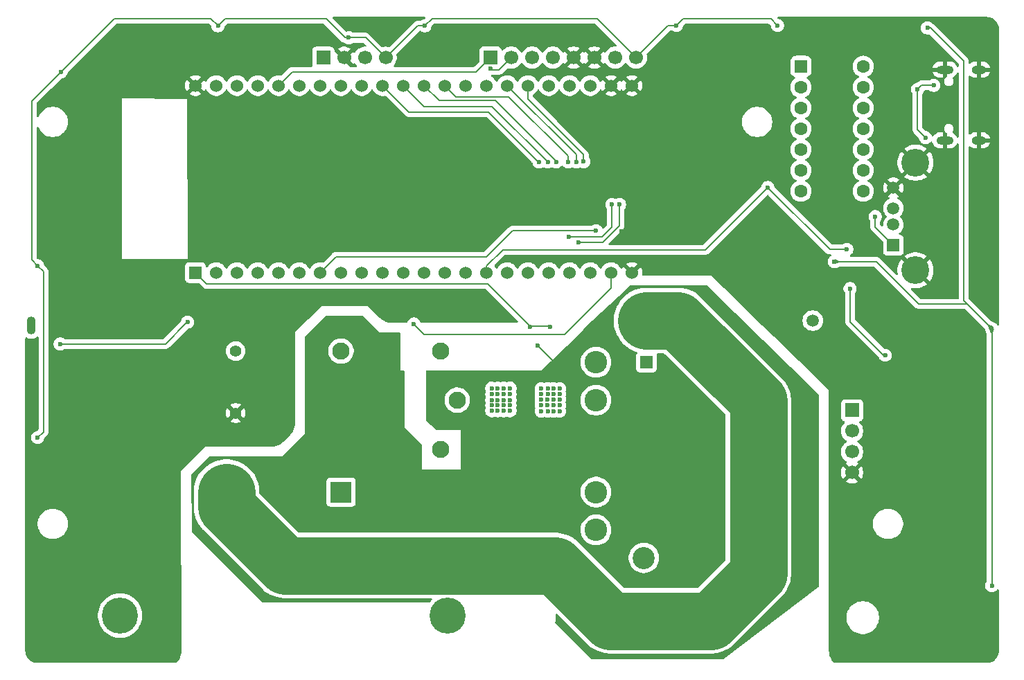
<source format=gbr>
%TF.GenerationSoftware,KiCad,Pcbnew,9.0.1*%
%TF.CreationDate,2025-10-25T19:21:56-04:00*%
%TF.ProjectId,Portal Box 5.1,506f7274-616c-4204-926f-7820352e312e,rev?*%
%TF.SameCoordinates,PX54c81a0PY7eef1e0*%
%TF.FileFunction,Copper,L2,Bot*%
%TF.FilePolarity,Positive*%
%FSLAX46Y46*%
G04 Gerber Fmt 4.6, Leading zero omitted, Abs format (unit mm)*
G04 Created by KiCad (PCBNEW 9.0.1) date 2025-10-25 19:21:56*
%MOMM*%
%LPD*%
G01*
G04 APERTURE LIST*
G04 Aperture macros list*
%AMRoundRect*
0 Rectangle with rounded corners*
0 $1 Rounding radius*
0 $2 $3 $4 $5 $6 $7 $8 $9 X,Y pos of 4 corners*
0 Add a 4 corners polygon primitive as box body*
4,1,4,$2,$3,$4,$5,$6,$7,$8,$9,$2,$3,0*
0 Add four circle primitives for the rounded corners*
1,1,$1+$1,$2,$3*
1,1,$1+$1,$4,$5*
1,1,$1+$1,$6,$7*
1,1,$1+$1,$8,$9*
0 Add four rect primitives between the rounded corners*
20,1,$1+$1,$2,$3,$4,$5,0*
20,1,$1+$1,$4,$5,$6,$7,0*
20,1,$1+$1,$6,$7,$8,$9,0*
20,1,$1+$1,$8,$9,$2,$3,0*%
G04 Aperture macros list end*
%TA.AperFunction,ComponentPad*%
%ADD10R,1.700000X1.700000*%
%TD*%
%TA.AperFunction,ComponentPad*%
%ADD11C,1.700000*%
%TD*%
%TA.AperFunction,ComponentPad*%
%ADD12R,2.550000X2.550000*%
%TD*%
%TA.AperFunction,ComponentPad*%
%ADD13C,2.550000*%
%TD*%
%TA.AperFunction,ComponentPad*%
%ADD14C,4.416000*%
%TD*%
%TA.AperFunction,ComponentPad*%
%ADD15C,2.745000*%
%TD*%
%TA.AperFunction,ComponentPad*%
%ADD16R,1.530000X1.530000*%
%TD*%
%TA.AperFunction,ComponentPad*%
%ADD17C,1.530000*%
%TD*%
%TA.AperFunction,ComponentPad*%
%ADD18C,2.700000*%
%TD*%
%TA.AperFunction,ComponentPad*%
%ADD19C,1.408000*%
%TD*%
%TA.AperFunction,ComponentPad*%
%ADD20O,2.100000X1.000000*%
%TD*%
%TA.AperFunction,ComponentPad*%
%ADD21O,1.800000X1.000000*%
%TD*%
%TA.AperFunction,ComponentPad*%
%ADD22R,1.508000X1.508000*%
%TD*%
%TA.AperFunction,ComponentPad*%
%ADD23C,1.508000*%
%TD*%
%TA.AperFunction,ComponentPad*%
%ADD24C,3.396000*%
%TD*%
%TA.AperFunction,ComponentPad*%
%ADD25C,2.100000*%
%TD*%
%TA.AperFunction,ComponentPad*%
%ADD26RoundRect,0.250000X-0.550000X-0.550000X0.550000X-0.550000X0.550000X0.550000X-0.550000X0.550000X0*%
%TD*%
%TA.AperFunction,ComponentPad*%
%ADD27C,1.600000*%
%TD*%
%TA.AperFunction,ComponentPad*%
%ADD28O,1.100000X2.200000*%
%TD*%
%TA.AperFunction,ViaPad*%
%ADD29C,0.600000*%
%TD*%
%TA.AperFunction,ViaPad*%
%ADD30C,0.500000*%
%TD*%
%TA.AperFunction,Conductor*%
%ADD31C,0.200000*%
%TD*%
%TA.AperFunction,Conductor*%
%ADD32C,7.000000*%
%TD*%
G04 APERTURE END LIST*
D10*
%TO.P,J5,1,Pin_1*%
%TO.N,RFID_CS*%
X57410000Y74475000D03*
D11*
%TO.P,J5,2,Pin_2*%
%TO.N,SCK*%
X59950000Y74475000D03*
%TO.P,J5,3,Pin_3*%
%TO.N,MOSI*%
X62490000Y74475000D03*
%TO.P,J5,4,Pin_4*%
%TO.N,MISO*%
X65030000Y74475000D03*
%TO.P,J5,5,Pin_5*%
%TO.N,GND*%
X67570000Y74475000D03*
%TO.P,J5,6,Pin_6*%
X70110000Y74475000D03*
%TO.P,J5,7,Pin_7*%
%TO.N,RFID_RST*%
X72650000Y74475000D03*
%TO.P,J5,8,Pin_8*%
%TO.N,+3V3*%
X75190000Y74475000D03*
%TD*%
D12*
%TO.P,A2,1,L*%
%TO.N,/AC_HOT*%
X39150000Y21350000D03*
D13*
%TO.P,A2,2,N*%
%TO.N,/AC_NEUTRAL*%
X25150000Y21350000D03*
%TO.P,A2,3,PE*%
%TO.N,Earth*%
X32150000Y21350000D03*
D14*
%TO.P,A2,S1*%
%TO.N,N/C*%
X52150000Y6250000D03*
%TO.P,A2,S2*%
X12150000Y6250000D03*
%TD*%
D15*
%TO.P,F1,1*%
%TO.N,/WALL_HOT*%
X70300000Y16725000D03*
X70300000Y21350000D03*
%TO.P,F1,2*%
%TO.N,/WALL_HOT_FUSED*%
X70300000Y32600000D03*
X70300000Y37225000D03*
%TD*%
D16*
%TO.P,U5,J1_1,3V3*%
%TO.N,ESP3vo*%
X21350000Y48190000D03*
D17*
%TO.P,U5,J1_2,3V3.*%
%TO.N,unconnected-(U5-3V3.-PadJ1_2)*%
X23890000Y48190000D03*
%TO.P,U5,J1_3,RST*%
%TO.N,RESET*%
X26430000Y48190000D03*
%TO.P,U5,J1_4,GPIO4*%
%TO.N,BUZZER*%
X28970000Y48190000D03*
%TO.P,U5,J1_5,GPIO5*%
%TO.N,/GPIO5*%
X31510000Y48190000D03*
%TO.P,U5,J1_6,GPIO6*%
%TO.N,/GPIO6*%
X34050000Y48190000D03*
%TO.P,U5,J1_7,GPIO7*%
%TO.N,TFT_CS*%
X36590000Y48190000D03*
%TO.P,U5,J1_8,GPIO15*%
%TO.N,/GPIO15*%
X39130000Y48190000D03*
%TO.P,U5,J1_9,GPIO16*%
%TO.N,/GPIO16*%
X41670000Y48190000D03*
%TO.P,U5,J1_10,GPIO17*%
%TO.N,/GPIO17*%
X44210000Y48190000D03*
%TO.P,U5,J1_11,GPIO18*%
%TO.N,AC_RELAY*%
X46750000Y48190000D03*
%TO.P,U5,J1_12,GPIO8*%
%TO.N,/GPIO8*%
X49290000Y48190000D03*
%TO.P,U5,J1_13,GPIO3*%
%TO.N,/GPIO3*%
X51830000Y48190000D03*
%TO.P,U5,J1_14,GPIO46*%
%TO.N,/GPIO46*%
X54370000Y48190000D03*
%TO.P,U5,J1_15,GPIO9*%
%TO.N,USB_RELAY*%
X56910000Y48190000D03*
%TO.P,U5,J1_16,GPIO10*%
%TO.N,CURRENT*%
X59450000Y48190000D03*
%TO.P,U5,J1_17,GPIO11*%
%TO.N,TFT_DC*%
X61990000Y48190000D03*
%TO.P,U5,J1_18,GPIO12*%
%TO.N,TFT_RESET*%
X64530000Y48190000D03*
%TO.P,U5,J1_19,GPIO13*%
%TO.N,LED_CI*%
X67070000Y48190000D03*
%TO.P,U5,J1_20,GPIO14*%
%TO.N,LED_DI*%
X69610000Y48190000D03*
%TO.P,U5,J1_21,5V0*%
%TO.N,+5V*%
X72150000Y48190000D03*
%TO.P,U5,J1_22,GND3*%
%TO.N,GND*%
X74690000Y48190000D03*
%TO.P,U5,J3_1,GND*%
X21350000Y71050000D03*
%TO.P,U5,J3_2,U0TXD/GPIO43*%
%TO.N,/GPIO43*%
X23890000Y71050000D03*
%TO.P,U5,J3_3,U0RXD/GPIO44*%
%TO.N,/GPIO44*%
X26430000Y71050000D03*
%TO.P,U5,J3_4,GPIO1*%
%TO.N,BUTTON*%
X28970000Y71050000D03*
%TO.P,U5,J3_5,GPIO2*%
%TO.N,RFID_CS*%
X31510000Y71050000D03*
%TO.P,U5,J3_6,MTMS/GPIO42*%
%TO.N,/GPIO42*%
X34050000Y71050000D03*
%TO.P,U5,J3_7,MTDI/GPIO41*%
%TO.N,/GPIO41*%
X36590000Y71050000D03*
%TO.P,U5,J3_8,MTDO/GPIO40*%
%TO.N,/GPIO40*%
X39130000Y71050000D03*
%TO.P,U5,J3_9,MTCK/GPIO39*%
%TO.N,/GPIO39*%
X41670000Y71050000D03*
%TO.P,U5,J3_10,GPIO38*%
%TO.N,SCK*%
X44210000Y71050000D03*
%TO.P,U5,J3_11,GPIO37*%
%TO.N,MOSI*%
X46750000Y71050000D03*
%TO.P,U5,J3_12,GPIO36*%
%TO.N,MISO*%
X49290000Y71050000D03*
%TO.P,U5,J3_13,GPIO35*%
%TO.N,TS_CS*%
X51830000Y71050000D03*
%TO.P,U5,J3_14,GPIO0*%
%TO.N,/GPIO0*%
X54370000Y71050000D03*
%TO.P,U5,J3_15,GPIO45*%
%TO.N,/GPIO45*%
X56910000Y71050000D03*
%TO.P,U5,J3_16,GPIO48*%
%TO.N,SCL*%
X59450000Y71050000D03*
%TO.P,U5,J3_17,GPIO47*%
%TO.N,SDA*%
X61990000Y71050000D03*
%TO.P,U5,J3_18,GPIO21*%
%TO.N,RFID_RST*%
X64530000Y71050000D03*
%TO.P,U5,J3_19,USB_D+/GPIO20*%
%TO.N,/GPIO20*%
X67070000Y71050000D03*
%TO.P,U5,J3_20,USB_D-/GPIO19*%
%TO.N,/GPIO19*%
X69610000Y71050000D03*
%TO.P,U5,J3_21,GND1*%
%TO.N,GND*%
X72150000Y71050000D03*
%TO.P,U5,J3_22,GND2*%
X74690000Y71050000D03*
%TD*%
D18*
%TO.P,A1,1,N*%
%TO.N,/AC_NEUTRAL*%
X90150000Y13300000D03*
%TO.P,A1,2,PE*%
%TO.N,Earth*%
X83150000Y13300000D03*
%TO.P,A1,3,L*%
%TO.N,/WALL_HOT*%
X76150000Y13300000D03*
%TD*%
D10*
%TO.P,J6,1,Pin_1*%
%TO.N,+5V*%
X101600000Y31350000D03*
D11*
%TO.P,J6,2,Pin_2*%
%TO.N,LED_DI*%
X101600000Y28810000D03*
%TO.P,J6,3,Pin_3*%
%TO.N,LED_CI*%
X101600000Y26270000D03*
%TO.P,J6,4,Pin_4*%
%TO.N,GND*%
X101600000Y23730000D03*
%TD*%
D19*
%TO.P,BZ1,1,+*%
%TO.N,BUZZER*%
X26275000Y38600000D03*
%TO.P,BZ1,2,-*%
%TO.N,GND*%
X26275000Y31000000D03*
%TD*%
D10*
%TO.P,SW2,1,1*%
%TO.N,BUTTON*%
X36980000Y74450000D03*
D11*
%TO.P,SW2,2,2*%
%TO.N,GND*%
X39520000Y74450000D03*
%TO.P,SW2,3,3*%
%TO.N,/LED_3V*%
X42060000Y74450000D03*
%TO.P,SW2,4,4*%
%TO.N,+3V3*%
X44600000Y74450000D03*
%TD*%
D20*
%TO.P,J2,S1,SHIELD*%
%TO.N,GND*%
X112932500Y64352500D03*
D21*
X117112500Y64352500D03*
D20*
X112932500Y72992500D03*
D21*
X117112500Y72992500D03*
%TD*%
D22*
%TO.P,J1,1,VBUS*%
%TO.N,+5V*%
X106640000Y51550000D03*
D23*
%TO.P,J1,2,D-*%
%TO.N,USBA_D-*%
X106640000Y54050000D03*
%TO.P,J1,3,D+*%
%TO.N,USBA_D+*%
X106640000Y56050000D03*
%TO.P,J1,4,GND*%
%TO.N,GND*%
X106640000Y58550000D03*
D24*
%TO.P,J1,5,Shield*%
X109350000Y48480000D03*
X109350000Y61620000D03*
%TD*%
D25*
%TO.P,K1,COIL1*%
%TO.N,+5V*%
X51350000Y26600000D03*
%TO.P,K1,COIL2*%
%TO.N,Net-(D3-A)*%
X51350000Y38600000D03*
%TO.P,K1,COM*%
%TO.N,/S2R*%
X53350000Y32600000D03*
%TO.P,K1,NO*%
%TO.N,/AC_HOT*%
X39150000Y38600000D03*
%TD*%
D22*
%TO.P,PS1,1,VAC_IN(L)*%
%TO.N,/WALL_HOT_FUSED*%
X76477500Y37230000D03*
D23*
%TO.P,PS1,2,VAC_IN(N)*%
%TO.N,/AC_NEUTRAL*%
X76477500Y42310000D03*
%TO.P,PS1,4,-VOUT*%
%TO.N,Earth*%
X96797500Y32150000D03*
%TO.P,PS1,5,+VOUT*%
%TO.N,+5V*%
X96797500Y42310000D03*
%TD*%
D26*
%TO.P,J3,1,Pin_1*%
%TO.N,USBC_D-*%
X95350000Y73400000D03*
D27*
%TO.P,J3,2,Pin_2*%
%TO.N,+5V*%
X95350000Y70860000D03*
%TO.P,J3,3,Pin_3*%
%TO.N,unconnected-(J3-Pin_3-Pad3)*%
X95350000Y68320000D03*
%TO.P,J3,4,Pin_4*%
%TO.N,unconnected-(J3-Pin_4-Pad4)*%
X95350000Y65780000D03*
%TO.P,J3,5,Pin_5*%
%TO.N,unconnected-(J3-Pin_5-Pad5)*%
X95350000Y63240000D03*
%TO.P,J3,6,Pin_6*%
%TO.N,COIL*%
X95350000Y60700000D03*
%TO.P,J3,7,Pin_7*%
%TO.N,USBA_D-*%
X95350000Y58160000D03*
%TO.P,J3,8,Pin_8*%
%TO.N,USBA_D+*%
X102970000Y58160000D03*
%TO.P,J3,9,Pin_9*%
%TO.N,unconnected-(J3-Pin_9-Pad9)*%
X102970000Y60700000D03*
%TO.P,J3,10,Pin_10*%
%TO.N,unconnected-(J3-Pin_10-Pad10)*%
X102970000Y63240000D03*
%TO.P,J3,11,Pin_11*%
%TO.N,unconnected-(J3-Pin_11-Pad11)*%
X102970000Y65780000D03*
%TO.P,J3,12,Pin_12*%
%TO.N,unconnected-(J3-Pin_12-Pad12)*%
X102970000Y68320000D03*
%TO.P,J3,13,Pin_13*%
%TO.N,unconnected-(J3-Pin_13-Pad13)*%
X102970000Y70860000D03*
%TO.P,J3,14,Pin_14*%
%TO.N,USBC_D+*%
X102970000Y73400000D03*
%TD*%
D28*
%TO.P,SW1,SH1*%
%TO.N,N/C*%
X1275000Y41700000D03*
%TD*%
D29*
%TO.N,GND*%
X57250000Y44200000D03*
%TO.N,+3V3*%
X2067500Y28011666D03*
X2067500Y49030000D03*
X4925000Y72725000D03*
X118650000Y41350000D03*
X92500000Y78400000D03*
X110800000Y78100000D03*
X118675000Y9900000D03*
X49400000Y78357500D03*
X80132500Y78407500D03*
X24100000Y78350000D03*
X40087500Y76900000D03*
X99450000Y49525000D03*
%TO.N,GND*%
X100100000Y56250000D03*
X90900000Y46825000D03*
X87800000Y47675000D03*
X115260000Y76740000D03*
X108880000Y78470000D03*
X90900000Y51100000D03*
X87800000Y46825000D03*
X105675000Y42522500D03*
X92000000Y50200000D03*
X74025000Y53300000D03*
X89800000Y48500000D03*
X88800000Y47675000D03*
X89800000Y49300000D03*
X74025000Y53875000D03*
X93000000Y49300000D03*
X100950000Y48025000D03*
X118725000Y45275000D03*
X2080000Y24010000D03*
X89800000Y47675000D03*
X89800000Y51100000D03*
X73400000Y52700000D03*
D30*
X30950000Y78357500D03*
D29*
X90900000Y47675000D03*
X90900000Y48500000D03*
X87800000Y51100000D03*
X90900000Y49300000D03*
X89800000Y46825000D03*
X91375000Y56700000D03*
X73400000Y53275000D03*
X87800000Y50200000D03*
X93000000Y46825000D03*
X87800000Y49300000D03*
X88800000Y50200000D03*
X87000000Y78407500D03*
X87800000Y48500000D03*
X88800000Y49300000D03*
X93000000Y47675000D03*
X22200000Y78350000D03*
X93000000Y50200000D03*
X90900000Y50200000D03*
X92000000Y49300000D03*
X47450000Y43937500D03*
X88800000Y51100000D03*
X93000000Y51100000D03*
X89800000Y50200000D03*
X92000000Y46825000D03*
X88800000Y46825000D03*
X93000000Y48500000D03*
X100725000Y39012500D03*
X74025000Y52725000D03*
X92000000Y47675000D03*
X45450000Y78350000D03*
D30*
X54200000Y78357500D03*
D29*
X92000000Y51100000D03*
X88800000Y48500000D03*
X92000000Y48500000D03*
%TO.N,+5V*%
X109600000Y70600000D03*
X48050000Y41900000D03*
X104425000Y55025000D03*
X110575000Y64675000D03*
X111575000Y71075000D03*
%TO.N,USB_RELAY*%
X91310000Y58600000D03*
X101350000Y46225000D03*
X100950000Y51025000D03*
X105650000Y38075000D03*
%TO.N,SCL*%
X67900000Y61700000D03*
%TO.N,SCK*%
X57410000Y73160000D03*
X63325735Y61725735D03*
%TO.N,TFT_CS*%
X70300000Y53300000D03*
%TO.N,MOSI*%
X64400000Y61700000D03*
%TO.N,TFT_RESET*%
X68180000Y51910000D03*
X73190000Y56500000D03*
%TO.N,TFT_DC*%
X72230000Y56530000D03*
X66950000Y52520000D03*
%TO.N,TS_CS*%
X66900000Y61700000D03*
%TO.N,MISO*%
X65436922Y61740850D03*
%TO.N,SDA*%
X68800000Y61750000D03*
%TO.N,RESET*%
X20380000Y42130000D03*
X4825000Y39450000D03*
%TO.N,/WALL_HOT_FUSED*%
X63600000Y32000000D03*
X64400000Y34000000D03*
X65100000Y32000000D03*
X65850000Y31250000D03*
X65850000Y32700000D03*
X64350000Y32700000D03*
X64350000Y32000000D03*
X63600000Y33350000D03*
X65850000Y34000000D03*
X65850000Y33350000D03*
X65100000Y34000000D03*
X65100000Y33350000D03*
X65100000Y31250000D03*
X63600000Y32700000D03*
X64400000Y33350000D03*
X64400000Y31250000D03*
X63600000Y31250000D03*
X63600000Y34000000D03*
X65850000Y32000000D03*
X65100000Y32700000D03*
%TO.N,Earth*%
X63200000Y39250000D03*
X65400000Y37050000D03*
%TO.N,/S2R*%
X59800000Y31950000D03*
X57550000Y34050000D03*
X59800000Y34050000D03*
X58300000Y32600000D03*
X58300000Y34050000D03*
X57550000Y31300000D03*
X57550000Y32600000D03*
X58300000Y31950000D03*
X57550000Y33300000D03*
X59800000Y31300000D03*
X58300000Y31300000D03*
X59800000Y32600000D03*
X58300000Y33300000D03*
X57550000Y31950000D03*
X59000000Y31300000D03*
X59050000Y33300000D03*
X59000000Y31950000D03*
X59050000Y32600000D03*
X59800000Y33300000D03*
X59000000Y34050000D03*
%TO.N,ESP3vo*%
X64725000Y41525000D03*
X62200000Y41575000D03*
%TD*%
D31*
%TO.N,ESP3vo*%
X64700000Y41650000D02*
X62275000Y41650000D01*
X64725000Y41525000D02*
X64725000Y41625000D01*
X64725000Y41625000D02*
X64700000Y41650000D01*
X62275000Y41650000D02*
X62200000Y41575000D01*
X57050000Y46800000D02*
X22740000Y46800000D01*
X22740000Y46800000D02*
X21350000Y48190000D01*
X62200000Y41575000D02*
X62200000Y41650000D01*
X62200000Y41650000D02*
X57050000Y46800000D01*
D32*
%TO.N,/AC_NEUTRAL*%
X90150000Y13300000D02*
X90150000Y11390812D01*
X32316878Y12380000D02*
X25150000Y19546878D01*
X65320000Y12380000D02*
X32316878Y12380000D01*
X25150000Y19546878D02*
X25150000Y21350000D01*
X90150000Y32467500D02*
X90150000Y13300000D01*
X80307500Y42310000D02*
X90150000Y32467500D01*
X84359188Y5600000D02*
X72100000Y5600000D01*
X72100000Y5600000D02*
X65320000Y12380000D01*
X90150000Y11390812D02*
X84359188Y5600000D01*
X76477500Y42310000D02*
X80307500Y42310000D01*
D31*
%TO.N,+3V3*%
X40087500Y76900000D02*
X39610000Y76900000D01*
X48507500Y78357500D02*
X49400000Y78357500D01*
X11440000Y79240000D02*
X23210000Y79240000D01*
X118675000Y9900000D02*
X118675000Y41325000D01*
X39610000Y76900000D02*
X37310000Y79200000D01*
X44600000Y74450000D02*
X42150000Y76900000D01*
X118650000Y41350000D02*
X115640000Y44360000D01*
X44600000Y74450000D02*
X48507500Y78357500D01*
X2770000Y37700000D02*
X2770000Y28714166D01*
X4925000Y72725000D02*
X11440000Y79240000D01*
X111165000Y78100000D02*
X115230000Y74035000D01*
X115230000Y44770000D02*
X115640000Y44360000D01*
X115230000Y74035000D02*
X115230000Y44770000D01*
X104550000Y49525000D02*
X109715000Y44360000D01*
X49400000Y78357500D02*
X50292500Y79250000D01*
X50292500Y79250000D02*
X70415000Y79250000D01*
X24950000Y79200000D02*
X37310000Y79200000D01*
X118675000Y41325000D02*
X118650000Y41350000D01*
X42150000Y76900000D02*
X40087500Y76900000D01*
X23210000Y79240000D02*
X24100000Y78350000D01*
X80202500Y78477500D02*
X80132500Y78407500D01*
X80925000Y79200000D02*
X80132500Y78407500D01*
X80132500Y78407500D02*
X79122500Y78407500D01*
X4925000Y72725000D02*
X1350000Y69150000D01*
X2770000Y48327500D02*
X2770000Y37700000D01*
X91700000Y79200000D02*
X80925000Y79200000D01*
X99450000Y49525000D02*
X104550000Y49525000D01*
X109715000Y44360000D02*
X115640000Y44360000D01*
X2067500Y49030000D02*
X2770000Y48327500D01*
X1350000Y49747500D02*
X2067500Y49030000D01*
X110800000Y78100000D02*
X111165000Y78100000D01*
X1350000Y69150000D02*
X1350000Y49747500D01*
X92500000Y78400000D02*
X91700000Y79200000D01*
X2770000Y28714166D02*
X2067500Y28011666D01*
X79122500Y78407500D02*
X75190000Y74475000D01*
X70415000Y79250000D02*
X75190000Y74475000D01*
X24100000Y78350000D02*
X24950000Y79200000D01*
%TO.N,+5V*%
X49300000Y40650000D02*
X66475000Y40650000D01*
X111575000Y71075000D02*
X110075000Y71075000D01*
X104425000Y53765000D02*
X106640000Y51550000D01*
X104425000Y55025000D02*
X104425000Y53765000D01*
X110075000Y71075000D02*
X109600000Y70600000D01*
X109600000Y65650000D02*
X110575000Y64675000D01*
X109600000Y70600000D02*
X109600000Y65650000D01*
X48050000Y41900000D02*
X49300000Y40650000D01*
X72150000Y46325000D02*
X72150000Y48190000D01*
X66475000Y40650000D02*
X72150000Y46325000D01*
%TO.N,Net-(D3-A)*%
X51455000Y38705000D02*
X51350000Y38600000D01*
%TO.N,USB_RELAY*%
X58911000Y50981000D02*
X83691000Y50981000D01*
X56910000Y48980000D02*
X58911000Y50981000D01*
X105650000Y38075000D02*
X105460000Y38075000D01*
X98885000Y51025000D02*
X91310000Y58600000D01*
X101375000Y46200000D02*
X101375000Y42160000D01*
X56910000Y48190000D02*
X56910000Y48980000D01*
X105460000Y38075000D02*
X101375000Y42160000D01*
X100950000Y51025000D02*
X98885000Y51025000D01*
X101350000Y46225000D02*
X101375000Y46200000D01*
X83691000Y50981000D02*
X91310000Y58600000D01*
%TO.N,SCL*%
X67900000Y62600000D02*
X59450000Y71050000D01*
X67900000Y61700000D02*
X67900000Y62600000D01*
%TO.N,SCK*%
X63290000Y61710000D02*
X57200000Y67800000D01*
X57410000Y73160000D02*
X57580000Y72990000D01*
X47460000Y67800000D02*
X44210000Y71050000D01*
X63325735Y61725735D02*
X63310000Y61710000D01*
X57200000Y67800000D02*
X47460000Y67800000D01*
X58465000Y72990000D02*
X59950000Y74475000D01*
X63310000Y61710000D02*
X63290000Y61710000D01*
X57580000Y72990000D02*
X58465000Y72990000D01*
%TO.N,TFT_CS*%
X60100000Y53300000D02*
X70300000Y53300000D01*
X38500000Y50100000D02*
X56900000Y50100000D01*
X56900000Y50100000D02*
X60100000Y53300000D01*
X36590000Y48190000D02*
X38500000Y50100000D01*
%TO.N,MOSI*%
X57600000Y68500000D02*
X49300000Y68500000D01*
X49300000Y68500000D02*
X46750000Y71050000D01*
X64400000Y61700000D02*
X57600000Y68500000D01*
%TO.N,TFT_RESET*%
X73190000Y56500000D02*
X73190000Y53950000D01*
X73190000Y53950000D02*
X71150000Y51910000D01*
X71150000Y51910000D02*
X68180000Y51910000D01*
%TO.N,TFT_DC*%
X72230000Y53710000D02*
X72230000Y56530000D01*
X71040000Y52520000D02*
X72230000Y53710000D01*
X66950000Y52520000D02*
X71040000Y52520000D01*
%TO.N,TS_CS*%
X66900000Y61700000D02*
X66900000Y62440000D01*
X66900000Y62440000D02*
X59640000Y69700000D01*
X59640000Y69700000D02*
X53180000Y69700000D01*
X53180000Y69700000D02*
X51830000Y71050000D01*
%TO.N,MISO*%
X51140000Y69200000D02*
X58000000Y69200000D01*
X49290000Y71050000D02*
X51140000Y69200000D01*
X65436922Y61763078D02*
X65436922Y61740850D01*
X58000000Y69200000D02*
X65436922Y61763078D01*
%TO.N,SDA*%
X61990000Y69410000D02*
X68800000Y62600000D01*
X61990000Y71050000D02*
X61990000Y69410000D01*
X68800000Y62600000D02*
X68800000Y61750000D01*
%TO.N,RFID_CS*%
X55675000Y72740000D02*
X57410000Y74475000D01*
X33200000Y72740000D02*
X55675000Y72740000D01*
X31510000Y71050000D02*
X33200000Y72740000D01*
%TO.N,RESET*%
X20380000Y42130000D02*
X20275000Y42025000D01*
X17690000Y39450000D02*
X20265000Y42025000D01*
X20275000Y42025000D02*
X20265000Y42025000D01*
X4825000Y39450000D02*
X17690000Y39450000D01*
%TO.N,Earth*%
X65400000Y37050000D02*
X63200000Y39250000D01*
%TD*%
%TA.AperFunction,Conductor*%
%TO.N,GND*%
G36*
X118054418Y79449184D02*
G01*
X118254561Y79434870D01*
X118272063Y79432353D01*
X118463797Y79390645D01*
X118480755Y79385666D01*
X118664609Y79317091D01*
X118680701Y79309741D01*
X118852904Y79215712D01*
X118867784Y79206151D01*
X118997035Y79109394D01*
X119024867Y79088559D01*
X119038237Y79076973D01*
X119176972Y78938238D01*
X119188558Y78924868D01*
X119297624Y78779173D01*
X119306146Y78767790D01*
X119315711Y78752905D01*
X119409740Y78580702D01*
X119417090Y78564610D01*
X119485662Y78380764D01*
X119490646Y78363788D01*
X119532351Y78172069D01*
X119534869Y78154558D01*
X119549184Y77954420D01*
X119549500Y77945573D01*
X119549500Y41853440D01*
X119529815Y41786401D01*
X119477011Y41740646D01*
X119407853Y41730702D01*
X119344297Y41759727D01*
X119322398Y41784549D01*
X119271789Y41860289D01*
X119271786Y41860293D01*
X119160292Y41971787D01*
X119160284Y41971793D01*
X119029181Y42059393D01*
X119029182Y42059393D01*
X119007744Y42068273D01*
X119002657Y42070515D01*
X118601608Y42258128D01*
X118566470Y42282765D01*
X116127590Y44721645D01*
X116127588Y44721648D01*
X115866819Y44982417D01*
X115833334Y45043740D01*
X115830500Y45070098D01*
X115830500Y63520923D01*
X115850185Y63587962D01*
X115902989Y63633717D01*
X115972147Y63643661D01*
X116035703Y63614636D01*
X116042181Y63608604D01*
X116075033Y63575752D01*
X116075037Y63575749D01*
X116238815Y63466315D01*
X116238828Y63466308D01*
X116420806Y63390931D01*
X116420818Y63390928D01*
X116614004Y63352501D01*
X116614008Y63352500D01*
X116862500Y63352500D01*
X116862500Y64052500D01*
X117362500Y64052500D01*
X117362500Y63352500D01*
X117610992Y63352500D01*
X117610995Y63352501D01*
X117804181Y63390928D01*
X117804193Y63390931D01*
X117986171Y63466308D01*
X117986184Y63466315D01*
X118149962Y63575749D01*
X118149966Y63575752D01*
X118289248Y63715034D01*
X118289251Y63715038D01*
X118398685Y63878816D01*
X118398692Y63878829D01*
X118474069Y64060808D01*
X118474069Y64060810D01*
X118482362Y64102500D01*
X117679488Y64102500D01*
X117696705Y64112440D01*
X117752560Y64168295D01*
X117792056Y64236704D01*
X117812500Y64313004D01*
X117812500Y64391996D01*
X117792056Y64468296D01*
X117752560Y64536705D01*
X117696705Y64592560D01*
X117679488Y64602500D01*
X118482362Y64602500D01*
X118474069Y64644191D01*
X118474069Y64644193D01*
X118398692Y64826172D01*
X118398685Y64826185D01*
X118289251Y64989963D01*
X118289248Y64989967D01*
X118149966Y65129249D01*
X118149962Y65129252D01*
X117986184Y65238686D01*
X117986171Y65238693D01*
X117804193Y65314070D01*
X117804181Y65314073D01*
X117610995Y65352500D01*
X117362500Y65352500D01*
X117362500Y64652500D01*
X116862500Y64652500D01*
X116862500Y65352500D01*
X116614004Y65352500D01*
X116420818Y65314073D01*
X116420806Y65314070D01*
X116238828Y65238693D01*
X116238815Y65238686D01*
X116075037Y65129252D01*
X116075033Y65129249D01*
X116042181Y65096396D01*
X115980858Y65062911D01*
X115911166Y65067895D01*
X115855233Y65109767D01*
X115830816Y65175231D01*
X115830500Y65184077D01*
X115830500Y72160923D01*
X115850185Y72227962D01*
X115902989Y72273717D01*
X115972147Y72283661D01*
X116035703Y72254636D01*
X116042181Y72248604D01*
X116075033Y72215752D01*
X116075037Y72215749D01*
X116238815Y72106315D01*
X116238828Y72106308D01*
X116420806Y72030931D01*
X116420818Y72030928D01*
X116614004Y71992501D01*
X116614008Y71992500D01*
X116862500Y71992500D01*
X116862500Y72692500D01*
X117362500Y72692500D01*
X117362500Y71992500D01*
X117610992Y71992500D01*
X117610995Y71992501D01*
X117804181Y72030928D01*
X117804193Y72030931D01*
X117986171Y72106308D01*
X117986184Y72106315D01*
X118149962Y72215749D01*
X118149966Y72215752D01*
X118289248Y72355034D01*
X118289251Y72355038D01*
X118398685Y72518816D01*
X118398692Y72518829D01*
X118474069Y72700808D01*
X118474069Y72700810D01*
X118482362Y72742500D01*
X117679488Y72742500D01*
X117696705Y72752440D01*
X117752560Y72808295D01*
X117792056Y72876704D01*
X117812500Y72953004D01*
X117812500Y73031996D01*
X117792056Y73108296D01*
X117752560Y73176705D01*
X117696705Y73232560D01*
X117679488Y73242500D01*
X118482362Y73242500D01*
X118474069Y73284191D01*
X118474069Y73284193D01*
X118398692Y73466172D01*
X118398685Y73466185D01*
X118289251Y73629963D01*
X118289248Y73629967D01*
X118149966Y73769249D01*
X118149962Y73769252D01*
X117986184Y73878686D01*
X117986171Y73878693D01*
X117804193Y73954070D01*
X117804181Y73954073D01*
X117610995Y73992500D01*
X117362500Y73992500D01*
X117362500Y73292500D01*
X116862500Y73292500D01*
X116862500Y73992500D01*
X116614004Y73992500D01*
X116420818Y73954073D01*
X116420806Y73954070D01*
X116238828Y73878693D01*
X116238815Y73878686D01*
X116075037Y73769252D01*
X116075033Y73769249D01*
X116042181Y73736396D01*
X115980858Y73702911D01*
X115911166Y73707895D01*
X115855233Y73749767D01*
X115830816Y73815231D01*
X115830500Y73824077D01*
X115830500Y74114055D01*
X115830500Y74114057D01*
X115802591Y74218216D01*
X115789577Y74266785D01*
X115788106Y74269332D01*
X115745162Y74343713D01*
X115740690Y74351459D01*
X115710520Y74403716D01*
X115598716Y74515520D01*
X115598715Y74515521D01*
X115594385Y74519851D01*
X115594374Y74519861D01*
X111652590Y78461645D01*
X111652588Y78461648D01*
X111533717Y78580519D01*
X111533709Y78580525D01*
X111432416Y78639006D01*
X111432405Y78639012D01*
X111428966Y78640997D01*
X111396785Y78659577D01*
X111383829Y78663049D01*
X111372803Y78668505D01*
X111359523Y78680757D01*
X111340118Y78691961D01*
X111310292Y78721787D01*
X111310288Y78721790D01*
X111179185Y78809391D01*
X111179172Y78809398D01*
X111033501Y78869736D01*
X111033489Y78869739D01*
X110878845Y78900500D01*
X110878842Y78900500D01*
X110721158Y78900500D01*
X110721155Y78900500D01*
X110566510Y78869739D01*
X110566498Y78869736D01*
X110420827Y78809398D01*
X110420814Y78809391D01*
X110289711Y78721790D01*
X110289707Y78721787D01*
X110178213Y78610293D01*
X110178210Y78610289D01*
X110090609Y78479186D01*
X110090602Y78479173D01*
X110030264Y78333502D01*
X110030261Y78333490D01*
X109999500Y78178847D01*
X109999500Y78021154D01*
X110030261Y77866511D01*
X110030264Y77866499D01*
X110090602Y77720828D01*
X110090609Y77720815D01*
X110178210Y77589712D01*
X110178213Y77589708D01*
X110289707Y77478214D01*
X110289711Y77478211D01*
X110420814Y77390610D01*
X110420827Y77390603D01*
X110529729Y77345495D01*
X110566503Y77330263D01*
X110721153Y77299501D01*
X110721156Y77299500D01*
X110721158Y77299500D01*
X110878844Y77299500D01*
X110937552Y77311179D01*
X111011868Y77325961D01*
X111081458Y77319734D01*
X111123740Y77292025D01*
X114593181Y73822584D01*
X114626666Y73761261D01*
X114629500Y73734903D01*
X114629500Y73459915D01*
X114609815Y73392876D01*
X114557011Y73347121D01*
X114487853Y73337177D01*
X114424297Y73366202D01*
X114390939Y73412462D01*
X114368690Y73466176D01*
X114368685Y73466185D01*
X114259251Y73629963D01*
X114259248Y73629967D01*
X114119966Y73769249D01*
X114119962Y73769252D01*
X113956184Y73878686D01*
X113956171Y73878693D01*
X113774193Y73954070D01*
X113774181Y73954073D01*
X113580995Y73992500D01*
X113182500Y73992500D01*
X113182500Y73292500D01*
X112682500Y73292500D01*
X112682500Y73992500D01*
X112284004Y73992500D01*
X112090818Y73954073D01*
X112090806Y73954070D01*
X111908828Y73878693D01*
X111908815Y73878686D01*
X111745037Y73769252D01*
X111745033Y73769249D01*
X111605751Y73629967D01*
X111605748Y73629963D01*
X111496314Y73466185D01*
X111496307Y73466172D01*
X111420930Y73284193D01*
X111420930Y73284191D01*
X111412638Y73242500D01*
X112215512Y73242500D01*
X112198295Y73232560D01*
X112142440Y73176705D01*
X112102944Y73108296D01*
X112082500Y73031996D01*
X112082500Y72953004D01*
X112102944Y72876704D01*
X112142440Y72808295D01*
X112198295Y72752440D01*
X112215512Y72742500D01*
X111412638Y72742500D01*
X111420930Y72700810D01*
X111420930Y72700808D01*
X111496307Y72518829D01*
X111496314Y72518816D01*
X111605748Y72355038D01*
X111605751Y72355034D01*
X111745033Y72215752D01*
X111745037Y72215749D01*
X111908815Y72106315D01*
X111908828Y72106308D01*
X112090806Y72030931D01*
X112090818Y72030928D01*
X112284004Y71992501D01*
X112284008Y71992500D01*
X112682500Y71992500D01*
X112682500Y72692500D01*
X113182500Y72692500D01*
X113182500Y72154285D01*
X113162815Y72087246D01*
X113120502Y72046899D01*
X113079138Y72023017D01*
X113079132Y72023013D01*
X112971987Y71915868D01*
X112971985Y71915865D01*
X112896219Y71784637D01*
X112857000Y71638266D01*
X112857000Y71486735D01*
X112896219Y71340364D01*
X112914098Y71309398D01*
X112971985Y71209135D01*
X113079135Y71101985D01*
X113210365Y71026219D01*
X113356734Y70987000D01*
X113356736Y70987000D01*
X113508264Y70987000D01*
X113508266Y70987000D01*
X113654635Y71026219D01*
X113785865Y71101985D01*
X113893015Y71209135D01*
X113968781Y71340365D01*
X114008000Y71486734D01*
X114008000Y71638266D01*
X113968781Y71784635D01*
X113893015Y71915865D01*
X113893013Y71915867D01*
X113888951Y71922903D01*
X113891154Y71924175D01*
X113870541Y71977478D01*
X113884573Y72045924D01*
X113933382Y72095918D01*
X113946663Y72102371D01*
X113956182Y72106314D01*
X113956184Y72106315D01*
X114119962Y72215749D01*
X114119966Y72215752D01*
X114259248Y72355034D01*
X114259251Y72355038D01*
X114368685Y72518816D01*
X114368692Y72518829D01*
X114390939Y72572538D01*
X114434779Y72626942D01*
X114501073Y72649007D01*
X114568773Y72631728D01*
X114616384Y72580591D01*
X114629500Y72525086D01*
X114629500Y64819915D01*
X114609815Y64752876D01*
X114557011Y64707121D01*
X114487853Y64697177D01*
X114424297Y64726202D01*
X114390939Y64772462D01*
X114368690Y64826176D01*
X114368685Y64826185D01*
X114259251Y64989963D01*
X114259248Y64989967D01*
X114119966Y65129249D01*
X114119962Y65129252D01*
X113956184Y65238686D01*
X113956174Y65238691D01*
X113946657Y65242633D01*
X113892254Y65286474D01*
X113870189Y65352769D01*
X113887469Y65420468D01*
X113891148Y65425903D01*
X113893012Y65429133D01*
X113893015Y65429135D01*
X113968781Y65560365D01*
X114008000Y65706734D01*
X114008000Y65858266D01*
X113968781Y66004635D01*
X113893015Y66135865D01*
X113785865Y66243015D01*
X113720250Y66280898D01*
X113654636Y66318781D01*
X113581450Y66338391D01*
X113508266Y66358000D01*
X113356734Y66358000D01*
X113210363Y66318781D01*
X113079135Y66243015D01*
X113079132Y66243013D01*
X112971987Y66135868D01*
X112971985Y66135865D01*
X112896219Y66004637D01*
X112863454Y65882352D01*
X112857000Y65858266D01*
X112857000Y65706734D01*
X112876609Y65633550D01*
X112896219Y65560364D01*
X112925543Y65509575D01*
X112971985Y65429135D01*
X113079135Y65321985D01*
X113120500Y65298103D01*
X113168716Y65247536D01*
X113182500Y65190716D01*
X113182500Y64652500D01*
X112682500Y64652500D01*
X112682500Y65352500D01*
X112284004Y65352500D01*
X112090818Y65314073D01*
X112090806Y65314070D01*
X111908828Y65238693D01*
X111908815Y65238686D01*
X111745037Y65129252D01*
X111745033Y65129249D01*
X111605751Y64989967D01*
X111605748Y64989963D01*
X111552676Y64910535D01*
X111499063Y64865730D01*
X111429738Y64857023D01*
X111366711Y64887178D01*
X111335013Y64931974D01*
X111284397Y65054173D01*
X111284390Y65054186D01*
X111196789Y65185289D01*
X111196786Y65185293D01*
X111085292Y65296787D01*
X111085288Y65296790D01*
X110954185Y65384391D01*
X110954172Y65384398D01*
X110808501Y65444736D01*
X110808491Y65444739D01*
X110653149Y65475639D01*
X110591238Y65508024D01*
X110589660Y65509575D01*
X110236819Y65862416D01*
X110203334Y65923739D01*
X110200500Y65950097D01*
X110200500Y70020235D01*
X110220185Y70087274D01*
X110221398Y70089126D01*
X110309390Y70220815D01*
X110309390Y70220816D01*
X110309394Y70220821D01*
X110369737Y70366503D01*
X110371365Y70374692D01*
X110403750Y70436601D01*
X110464465Y70471176D01*
X110492983Y70474500D01*
X110995234Y70474500D01*
X111062273Y70454815D01*
X111064125Y70453602D01*
X111195814Y70365610D01*
X111195827Y70365603D01*
X111341498Y70305265D01*
X111341503Y70305263D01*
X111496153Y70274501D01*
X111496156Y70274500D01*
X111496158Y70274500D01*
X111653844Y70274500D01*
X111653845Y70274501D01*
X111808497Y70305263D01*
X111954179Y70365606D01*
X112085289Y70453211D01*
X112196789Y70564711D01*
X112284394Y70695821D01*
X112344737Y70841503D01*
X112375500Y70996158D01*
X112375500Y71153842D01*
X112375500Y71153845D01*
X112375499Y71153847D01*
X112344738Y71308490D01*
X112344737Y71308497D01*
X112344367Y71309391D01*
X112284397Y71454173D01*
X112284390Y71454186D01*
X112196789Y71585289D01*
X112196786Y71585293D01*
X112085292Y71696787D01*
X112085288Y71696790D01*
X111954185Y71784391D01*
X111954172Y71784398D01*
X111808501Y71844736D01*
X111808489Y71844739D01*
X111653845Y71875500D01*
X111653842Y71875500D01*
X111496158Y71875500D01*
X111496155Y71875500D01*
X111341510Y71844739D01*
X111341498Y71844736D01*
X111195827Y71784398D01*
X111195814Y71784391D01*
X111064125Y71696398D01*
X110997447Y71675520D01*
X110995234Y71675500D01*
X109995940Y71675500D01*
X109955019Y71664536D01*
X109955019Y71664535D01*
X109917751Y71654549D01*
X109843214Y71634577D01*
X109843209Y71634574D01*
X109706290Y71555525D01*
X109706282Y71555519D01*
X109594480Y71443716D01*
X109594475Y71443711D01*
X109585332Y71434569D01*
X109575082Y71428973D01*
X109575582Y71428223D01*
X109575579Y71428221D01*
X109575078Y71428972D01*
X109551316Y71415998D01*
X109524014Y71401089D01*
X109524008Y71401088D01*
X109524007Y71401087D01*
X109524005Y71401088D01*
X109521848Y71400638D01*
X109366508Y71369739D01*
X109366498Y71369736D01*
X109220827Y71309398D01*
X109220814Y71309391D01*
X109089711Y71221790D01*
X109089707Y71221787D01*
X108978213Y71110293D01*
X108978210Y71110289D01*
X108890609Y70979186D01*
X108890602Y70979173D01*
X108830264Y70833502D01*
X108830261Y70833490D01*
X108799500Y70678847D01*
X108799500Y70521154D01*
X108830261Y70366511D01*
X108830264Y70366499D01*
X108890602Y70220828D01*
X108890609Y70220815D01*
X108978602Y70089126D01*
X108999480Y70022449D01*
X108999500Y70020235D01*
X108999500Y65736670D01*
X108999499Y65736652D01*
X108999499Y65570946D01*
X108999498Y65570946D01*
X109040423Y65418215D01*
X109058294Y65387262D01*
X109058293Y65387262D01*
X109058294Y65387261D01*
X109119475Y65281291D01*
X109119481Y65281283D01*
X109238349Y65162415D01*
X109238355Y65162410D01*
X109740425Y64660340D01*
X109773910Y64599017D01*
X109774361Y64596851D01*
X109805261Y64441509D01*
X109805264Y64441499D01*
X109865602Y64295828D01*
X109865609Y64295815D01*
X109953210Y64164712D01*
X109953213Y64164708D01*
X110064707Y64053214D01*
X110064711Y64053211D01*
X110195814Y63965610D01*
X110195827Y63965603D01*
X110341498Y63905265D01*
X110341503Y63905263D01*
X110474395Y63878829D01*
X110496153Y63874501D01*
X110496156Y63874500D01*
X110496158Y63874500D01*
X110653844Y63874500D01*
X110653845Y63874501D01*
X110808497Y63905263D01*
X110954179Y63965606D01*
X111085289Y64053211D01*
X111139214Y64107136D01*
X111201097Y64169018D01*
X111202731Y64167384D01*
X111251961Y64200935D01*
X111321805Y64202822D01*
X111381582Y64166650D01*
X111411714Y64107136D01*
X111420927Y64060819D01*
X111420930Y64060807D01*
X111496307Y63878829D01*
X111496314Y63878816D01*
X111605748Y63715038D01*
X111605751Y63715034D01*
X111745033Y63575752D01*
X111745037Y63575749D01*
X111908815Y63466315D01*
X111908828Y63466308D01*
X112090806Y63390931D01*
X112090818Y63390928D01*
X112284004Y63352501D01*
X112284008Y63352500D01*
X112682500Y63352500D01*
X112682500Y64052500D01*
X113182500Y64052500D01*
X113182500Y63352500D01*
X113580992Y63352500D01*
X113580995Y63352501D01*
X113774181Y63390928D01*
X113774193Y63390931D01*
X113956171Y63466308D01*
X113956184Y63466315D01*
X114119962Y63575749D01*
X114119966Y63575752D01*
X114259248Y63715034D01*
X114259251Y63715038D01*
X114368685Y63878816D01*
X114368692Y63878829D01*
X114390939Y63932538D01*
X114434779Y63986942D01*
X114501073Y64009007D01*
X114568773Y63991728D01*
X114616384Y63940591D01*
X114629500Y63885086D01*
X114629500Y45084500D01*
X114609815Y45017461D01*
X114557011Y44971706D01*
X114505500Y44960500D01*
X110015097Y44960500D01*
X109948058Y44980185D01*
X109927416Y44996819D01*
X108815070Y46109165D01*
X108781585Y46170488D01*
X108786569Y46240180D01*
X108828441Y46296113D01*
X108893905Y46320530D01*
X108918937Y46319785D01*
X109205927Y46282001D01*
X109205942Y46282000D01*
X109494058Y46282000D01*
X109494072Y46282001D01*
X109779727Y46319610D01*
X110058042Y46394183D01*
X110324232Y46504443D01*
X110324243Y46504448D01*
X110573755Y46648505D01*
X110573771Y46648516D01*
X110717581Y46758865D01*
X110717581Y46758866D01*
X109997170Y47479276D01*
X110125233Y47572319D01*
X110257681Y47704767D01*
X110350724Y47832829D01*
X111071134Y47112419D01*
X111071135Y47112419D01*
X111181484Y47256229D01*
X111181495Y47256245D01*
X111325552Y47505757D01*
X111325557Y47505768D01*
X111435817Y47771958D01*
X111510390Y48050273D01*
X111547999Y48335928D01*
X111548000Y48335942D01*
X111548000Y48624059D01*
X111547999Y48624073D01*
X111510390Y48909728D01*
X111435817Y49188043D01*
X111325557Y49454233D01*
X111325552Y49454244D01*
X111181495Y49703756D01*
X111181484Y49703773D01*
X111071135Y49847583D01*
X111071134Y49847583D01*
X110350723Y49127173D01*
X110257681Y49255233D01*
X110125233Y49387681D01*
X109997169Y49480725D01*
X110717581Y50201136D01*
X110717581Y50201137D01*
X110573770Y50311486D01*
X110324236Y50455556D01*
X110324232Y50455558D01*
X110058042Y50565818D01*
X109779727Y50640391D01*
X109494072Y50678000D01*
X109205927Y50678000D01*
X108920272Y50640391D01*
X108641957Y50565818D01*
X108375767Y50455558D01*
X108375756Y50455553D01*
X108126247Y50311498D01*
X108126239Y50311492D01*
X107982417Y50201137D01*
X107982417Y50201136D01*
X108702828Y49480725D01*
X108574767Y49387681D01*
X108442319Y49255233D01*
X108349275Y49127171D01*
X107628864Y49847583D01*
X107628863Y49847583D01*
X107518508Y49703761D01*
X107518502Y49703753D01*
X107374447Y49454244D01*
X107374442Y49454233D01*
X107264182Y49188043D01*
X107189609Y48909728D01*
X107152000Y48624073D01*
X107152000Y48335942D01*
X107152001Y48335925D01*
X107189784Y48048937D01*
X107179018Y47979902D01*
X107132638Y47927646D01*
X107065370Y47908761D01*
X106998569Y47929242D01*
X106979164Y47945071D01*
X105037590Y49886645D01*
X105037588Y49886648D01*
X104918715Y50005521D01*
X104848956Y50045795D01*
X104848956Y50045796D01*
X104837829Y50052220D01*
X104831904Y50055640D01*
X104831902Y50055642D01*
X104831901Y50055642D01*
X104781785Y50084577D01*
X104629057Y50125501D01*
X104470943Y50125501D01*
X104463347Y50125501D01*
X104463331Y50125500D01*
X101453439Y50125500D01*
X101386400Y50145185D01*
X101340645Y50197989D01*
X101330701Y50267147D01*
X101359726Y50330703D01*
X101384548Y50352602D01*
X101426298Y50380499D01*
X101460289Y50403211D01*
X101571789Y50514711D01*
X101659394Y50645821D01*
X101665092Y50659576D01*
X101701770Y50748127D01*
X101719737Y50791503D01*
X101750500Y50946158D01*
X101750500Y51103842D01*
X101750500Y51103845D01*
X101750499Y51103847D01*
X101719738Y51258490D01*
X101719737Y51258497D01*
X101719735Y51258502D01*
X101659397Y51404173D01*
X101659390Y51404186D01*
X101571789Y51535289D01*
X101571786Y51535293D01*
X101460292Y51646787D01*
X101460288Y51646790D01*
X101329185Y51734391D01*
X101329172Y51734398D01*
X101183501Y51794736D01*
X101183489Y51794739D01*
X101028845Y51825500D01*
X101028842Y51825500D01*
X100871158Y51825500D01*
X100871155Y51825500D01*
X100716510Y51794739D01*
X100716498Y51794736D01*
X100570827Y51734398D01*
X100570814Y51734391D01*
X100439125Y51646398D01*
X100372447Y51625520D01*
X100370234Y51625500D01*
X99185098Y51625500D01*
X99118059Y51645185D01*
X99097417Y51661819D01*
X95655389Y55103847D01*
X103624500Y55103847D01*
X103624500Y54946154D01*
X103655261Y54791511D01*
X103655264Y54791499D01*
X103715602Y54645828D01*
X103715609Y54645815D01*
X103803602Y54514126D01*
X103824480Y54447449D01*
X103824500Y54445235D01*
X103824500Y53851670D01*
X103824499Y53851652D01*
X103824499Y53685946D01*
X103824498Y53685946D01*
X103833146Y53653672D01*
X103865423Y53533215D01*
X103890521Y53489744D01*
X103944477Y53396288D01*
X103944481Y53396283D01*
X104063349Y53277415D01*
X104063355Y53277410D01*
X105349181Y51991584D01*
X105382666Y51930261D01*
X105385500Y51903903D01*
X105385500Y50748130D01*
X105385501Y50748124D01*
X105391908Y50688517D01*
X105442202Y50553672D01*
X105442206Y50553665D01*
X105528452Y50438456D01*
X105528455Y50438453D01*
X105643664Y50352207D01*
X105643671Y50352203D01*
X105778517Y50301909D01*
X105778516Y50301909D01*
X105784916Y50301221D01*
X105838127Y50295500D01*
X107441872Y50295501D01*
X107501483Y50301909D01*
X107636331Y50352204D01*
X107751546Y50438454D01*
X107837796Y50553669D01*
X107888091Y50688517D01*
X107894500Y50748127D01*
X107894499Y52351872D01*
X107888091Y52411483D01*
X107877024Y52441154D01*
X107837797Y52546329D01*
X107837793Y52546336D01*
X107751547Y52661545D01*
X107751544Y52661548D01*
X107636335Y52747794D01*
X107636328Y52747798D01*
X107501482Y52798092D01*
X107501483Y52798092D01*
X107441883Y52804499D01*
X107441881Y52804500D01*
X107441873Y52804500D01*
X107441865Y52804500D01*
X107441632Y52804500D01*
X107441579Y52804516D01*
X107438548Y52804678D01*
X107438586Y52805395D01*
X107374593Y52824185D01*
X107328838Y52876989D01*
X107318894Y52946147D01*
X107347919Y53009703D01*
X107368747Y53028818D01*
X107457246Y53093116D01*
X107457248Y53093119D01*
X107457252Y53093121D01*
X107596879Y53232748D01*
X107596881Y53232752D01*
X107596884Y53232754D01*
X107647779Y53302808D01*
X107712944Y53392499D01*
X107802591Y53568439D01*
X107863610Y53756237D01*
X107875350Y53830359D01*
X107894500Y53951264D01*
X107894500Y54148737D01*
X107863610Y54343764D01*
X107830640Y54445235D01*
X107802591Y54531561D01*
X107712944Y54707501D01*
X107705486Y54717766D01*
X107596884Y54867247D01*
X107501812Y54962319D01*
X107468327Y55023642D01*
X107473311Y55093334D01*
X107501812Y55137681D01*
X107596879Y55232748D01*
X107596881Y55232752D01*
X107596884Y55232754D01*
X107647779Y55302808D01*
X107712944Y55392499D01*
X107802591Y55568439D01*
X107863610Y55756237D01*
X107889585Y55920235D01*
X107894500Y55951264D01*
X107894500Y56148737D01*
X107863610Y56343764D01*
X107838463Y56421158D01*
X107802591Y56531561D01*
X107712944Y56707501D01*
X107672261Y56763497D01*
X107596884Y56867247D01*
X107457246Y57006885D01*
X107297505Y57122942D01*
X107293039Y57125218D01*
X107166295Y57189798D01*
X107115502Y57237769D01*
X107098707Y57305590D01*
X107121244Y57371725D01*
X107166298Y57410765D01*
X107297241Y57477484D01*
X107332988Y57503457D01*
X107332988Y57503459D01*
X106769410Y58067038D01*
X106832993Y58084075D01*
X106947007Y58149901D01*
X107040099Y58242993D01*
X107105925Y58357007D01*
X107122962Y58420591D01*
X107686541Y57857012D01*
X107686543Y57857012D01*
X107712516Y57892759D01*
X107802126Y58068627D01*
X107863123Y58256354D01*
X107894000Y58451303D01*
X107894000Y58648698D01*
X107863123Y58843647D01*
X107802126Y59031374D01*
X107712520Y59207232D01*
X107712512Y59207245D01*
X107686542Y59242990D01*
X107686541Y59242991D01*
X107122962Y58679411D01*
X107105925Y58742993D01*
X107040099Y58857007D01*
X106947007Y58950099D01*
X106832993Y59015925D01*
X106769409Y59032963D01*
X107332989Y59596543D01*
X107297239Y59622517D01*
X107121373Y59712127D01*
X106933646Y59773124D01*
X106738697Y59804000D01*
X106541303Y59804000D01*
X106346353Y59773124D01*
X106158626Y59712127D01*
X105982762Y59622518D01*
X105982760Y59622517D01*
X105947010Y59596544D01*
X105947010Y59596543D01*
X106510591Y59032963D01*
X106447007Y59015925D01*
X106332993Y58950099D01*
X106239901Y58857007D01*
X106174075Y58742993D01*
X106157037Y58679410D01*
X105593457Y59242990D01*
X105593456Y59242990D01*
X105567483Y59207240D01*
X105567482Y59207238D01*
X105477873Y59031374D01*
X105416876Y58843647D01*
X105386000Y58648698D01*
X105386000Y58451303D01*
X105416876Y58256354D01*
X105477873Y58068627D01*
X105567483Y57892761D01*
X105593457Y57857012D01*
X105593457Y57857011D01*
X106157037Y58420591D01*
X106174075Y58357007D01*
X106239901Y58242993D01*
X106332993Y58149901D01*
X106447007Y58084075D01*
X106510590Y58067038D01*
X105947009Y57503459D01*
X105947010Y57503458D01*
X105982755Y57477488D01*
X105982768Y57477480D01*
X106113701Y57410766D01*
X106164497Y57362792D01*
X106181292Y57294971D01*
X106158755Y57228836D01*
X106113702Y57189797D01*
X105982497Y57122944D01*
X105822753Y57006885D01*
X105683115Y56867247D01*
X105567058Y56707505D01*
X105477408Y56531559D01*
X105416389Y56343764D01*
X105385500Y56148737D01*
X105385500Y55951264D01*
X105416389Y55756237D01*
X105451952Y55646787D01*
X105477409Y55568439D01*
X105561105Y55404179D01*
X105567058Y55392496D01*
X105683115Y55232754D01*
X105778188Y55137681D01*
X105811673Y55076358D01*
X105806689Y55006666D01*
X105778188Y54962319D01*
X105683119Y54867251D01*
X105683115Y54867247D01*
X105567058Y54707505D01*
X105477408Y54531559D01*
X105416389Y54343764D01*
X105385500Y54148737D01*
X105385500Y53953097D01*
X105379261Y53931852D01*
X105377682Y53909763D01*
X105369609Y53898980D01*
X105365815Y53886058D01*
X105349081Y53871559D01*
X105335810Y53853830D01*
X105323189Y53849123D01*
X105313011Y53840303D01*
X105291093Y53837152D01*
X105270346Y53829413D01*
X105257185Y53832276D01*
X105243853Y53830359D01*
X105223709Y53839559D01*
X105202073Y53844265D01*
X105184347Y53857534D01*
X105180297Y53859384D01*
X105173819Y53865416D01*
X105061819Y53977416D01*
X105028334Y54038739D01*
X105025500Y54065097D01*
X105025500Y54445235D01*
X105045185Y54512274D01*
X105046398Y54514126D01*
X105134390Y54645815D01*
X105134390Y54645816D01*
X105134394Y54645821D01*
X105194737Y54791503D01*
X105225500Y54946158D01*
X105225500Y55103842D01*
X105225500Y55103845D01*
X105225499Y55103847D01*
X105199858Y55232750D01*
X105194737Y55258497D01*
X105194735Y55258502D01*
X105134397Y55404173D01*
X105134390Y55404186D01*
X105046789Y55535289D01*
X105046786Y55535293D01*
X104935292Y55646787D01*
X104935288Y55646790D01*
X104804185Y55734391D01*
X104804172Y55734398D01*
X104658501Y55794736D01*
X104658489Y55794739D01*
X104503845Y55825500D01*
X104503842Y55825500D01*
X104346158Y55825500D01*
X104346155Y55825500D01*
X104191510Y55794739D01*
X104191498Y55794736D01*
X104045827Y55734398D01*
X104045814Y55734391D01*
X103914711Y55646790D01*
X103914707Y55646787D01*
X103803213Y55535293D01*
X103803210Y55535289D01*
X103715609Y55404186D01*
X103715602Y55404173D01*
X103655264Y55258502D01*
X103655261Y55258490D01*
X103624500Y55103847D01*
X95655389Y55103847D01*
X92144573Y58614663D01*
X92111088Y58675986D01*
X92110637Y58678153D01*
X92079738Y58833490D01*
X92079738Y58833492D01*
X92079737Y58833497D01*
X92050719Y58903554D01*
X92019397Y58979173D01*
X92019390Y58979186D01*
X91931789Y59110289D01*
X91931786Y59110293D01*
X91820292Y59221787D01*
X91820288Y59221790D01*
X91689185Y59309391D01*
X91689172Y59309398D01*
X91543501Y59369736D01*
X91543489Y59369739D01*
X91388845Y59400500D01*
X91388842Y59400500D01*
X91231158Y59400500D01*
X91231155Y59400500D01*
X91076510Y59369739D01*
X91076498Y59369736D01*
X90930827Y59309398D01*
X90930814Y59309391D01*
X90799711Y59221790D01*
X90799707Y59221787D01*
X90688213Y59110293D01*
X90688210Y59110289D01*
X90600609Y58979186D01*
X90600602Y58979173D01*
X90540264Y58833502D01*
X90540261Y58833492D01*
X90509361Y58678150D01*
X90476976Y58616239D01*
X90475425Y58614661D01*
X83478584Y51617819D01*
X83417261Y51584334D01*
X83390903Y51581500D01*
X71970097Y51581500D01*
X71903058Y51601185D01*
X71857303Y51653989D01*
X71847359Y51723147D01*
X71876384Y51786703D01*
X71882416Y51793181D01*
X72664735Y52575500D01*
X73670520Y53581284D01*
X73749577Y53718216D01*
X73790501Y53870943D01*
X73790501Y54029058D01*
X73790501Y54036653D01*
X73790500Y54036671D01*
X73790500Y55920235D01*
X73810185Y55987274D01*
X73811398Y55989126D01*
X73817610Y55998422D01*
X73899394Y56120821D01*
X73959737Y56266503D01*
X73990500Y56421158D01*
X73990500Y56578842D01*
X73990500Y56578845D01*
X73990499Y56578847D01*
X73959738Y56733490D01*
X73959737Y56733497D01*
X73947309Y56763502D01*
X73899397Y56879173D01*
X73899390Y56879186D01*
X73811789Y57010289D01*
X73811786Y57010293D01*
X73700292Y57121787D01*
X73700288Y57121790D01*
X73569185Y57209391D01*
X73569172Y57209398D01*
X73423501Y57269736D01*
X73423489Y57269739D01*
X73268845Y57300500D01*
X73268842Y57300500D01*
X73111158Y57300500D01*
X73111155Y57300500D01*
X72956510Y57269739D01*
X72956498Y57269736D01*
X72810828Y57209398D01*
X72810816Y57209391D01*
X72801331Y57203054D01*
X72734651Y57182182D01*
X72667273Y57200672D01*
X72663558Y57203060D01*
X72609189Y57239388D01*
X72609182Y57239392D01*
X72609179Y57239394D01*
X72609175Y57239396D01*
X72609171Y57239398D01*
X72463501Y57299736D01*
X72463489Y57299739D01*
X72308845Y57330500D01*
X72308842Y57330500D01*
X72151158Y57330500D01*
X72151155Y57330500D01*
X71996510Y57299739D01*
X71996498Y57299736D01*
X71850827Y57239398D01*
X71850814Y57239391D01*
X71719711Y57151790D01*
X71719707Y57151787D01*
X71608213Y57040293D01*
X71608210Y57040289D01*
X71520609Y56909186D01*
X71520602Y56909173D01*
X71460264Y56763502D01*
X71460261Y56763490D01*
X71429500Y56608847D01*
X71429500Y56451154D01*
X71460261Y56296511D01*
X71460264Y56296499D01*
X71520602Y56150828D01*
X71520609Y56150815D01*
X71608602Y56019126D01*
X71629480Y55952449D01*
X71629500Y55950235D01*
X71629500Y54010098D01*
X71609815Y53943059D01*
X71593181Y53922417D01*
X71240362Y53569599D01*
X71179039Y53536114D01*
X71109347Y53541098D01*
X71053414Y53582970D01*
X71038120Y53609828D01*
X71009397Y53679174D01*
X71009390Y53679186D01*
X70921789Y53810289D01*
X70921786Y53810293D01*
X70810292Y53921787D01*
X70810288Y53921790D01*
X70679185Y54009391D01*
X70679172Y54009398D01*
X70533501Y54069736D01*
X70533489Y54069739D01*
X70378845Y54100500D01*
X70378842Y54100500D01*
X70221158Y54100500D01*
X70221155Y54100500D01*
X70066510Y54069739D01*
X70066498Y54069736D01*
X69920827Y54009398D01*
X69920814Y54009391D01*
X69789125Y53921398D01*
X69722447Y53900520D01*
X69720234Y53900500D01*
X60020940Y53900500D01*
X59980019Y53889536D01*
X59980019Y53889535D01*
X59942751Y53879549D01*
X59868214Y53859577D01*
X59868209Y53859574D01*
X59731290Y53780525D01*
X59731282Y53780519D01*
X59619478Y53668714D01*
X56687584Y50736819D01*
X56626261Y50703334D01*
X56599903Y50700500D01*
X38586669Y50700500D01*
X38586653Y50700501D01*
X38579057Y50700501D01*
X38420943Y50700501D01*
X38313587Y50671735D01*
X38268210Y50659576D01*
X38268209Y50659575D01*
X38218096Y50630641D01*
X38218095Y50630640D01*
X38186301Y50612284D01*
X38131285Y50580521D01*
X38131282Y50580519D01*
X38019478Y50468714D01*
X37007022Y49456259D01*
X36945699Y49422774D01*
X36890404Y49423364D01*
X36886344Y49424339D01*
X36697596Y49454233D01*
X36689597Y49455500D01*
X36490403Y49455500D01*
X36431420Y49446158D01*
X36293659Y49424339D01*
X36293656Y49424339D01*
X36104219Y49362787D01*
X35926733Y49272353D01*
X35888286Y49244419D01*
X35765582Y49155269D01*
X35765580Y49155267D01*
X35765579Y49155267D01*
X35624733Y49014421D01*
X35624733Y49014420D01*
X35624731Y49014418D01*
X35600644Y48981265D01*
X35507647Y48853267D01*
X35430485Y48701828D01*
X35382510Y48651032D01*
X35314689Y48634237D01*
X35248554Y48656775D01*
X35209515Y48701828D01*
X35151543Y48815603D01*
X35132353Y48853266D01*
X35015269Y49014418D01*
X34874418Y49155269D01*
X34713266Y49272353D01*
X34675666Y49291511D01*
X34535780Y49362787D01*
X34346342Y49424339D01*
X34198782Y49447710D01*
X34149597Y49455500D01*
X33950403Y49455500D01*
X33891420Y49446158D01*
X33753659Y49424339D01*
X33753656Y49424339D01*
X33564219Y49362787D01*
X33386733Y49272353D01*
X33348286Y49244419D01*
X33225582Y49155269D01*
X33225580Y49155267D01*
X33225579Y49155267D01*
X33084733Y49014421D01*
X33084733Y49014420D01*
X33084731Y49014418D01*
X33060644Y48981265D01*
X32967647Y48853267D01*
X32890485Y48701828D01*
X32842510Y48651032D01*
X32774689Y48634237D01*
X32708554Y48656775D01*
X32669515Y48701828D01*
X32611543Y48815603D01*
X32592353Y48853266D01*
X32475269Y49014418D01*
X32334418Y49155269D01*
X32173266Y49272353D01*
X32135666Y49291511D01*
X31995780Y49362787D01*
X31806342Y49424339D01*
X31658782Y49447710D01*
X31609597Y49455500D01*
X31410403Y49455500D01*
X31351420Y49446158D01*
X31213659Y49424339D01*
X31213656Y49424339D01*
X31024219Y49362787D01*
X30846733Y49272353D01*
X30808286Y49244419D01*
X30685582Y49155269D01*
X30685580Y49155267D01*
X30685579Y49155267D01*
X30544733Y49014421D01*
X30544733Y49014420D01*
X30544731Y49014418D01*
X30520644Y48981265D01*
X30427647Y48853267D01*
X30350485Y48701828D01*
X30302510Y48651032D01*
X30234689Y48634237D01*
X30168554Y48656775D01*
X30129515Y48701828D01*
X30071543Y48815603D01*
X30052353Y48853266D01*
X29935269Y49014418D01*
X29794418Y49155269D01*
X29633266Y49272353D01*
X29595666Y49291511D01*
X29455780Y49362787D01*
X29266342Y49424339D01*
X29118782Y49447710D01*
X29069597Y49455500D01*
X28870403Y49455500D01*
X28811420Y49446158D01*
X28673659Y49424339D01*
X28673656Y49424339D01*
X28484219Y49362787D01*
X28306733Y49272353D01*
X28268286Y49244419D01*
X28145582Y49155269D01*
X28145580Y49155267D01*
X28145579Y49155267D01*
X28004733Y49014421D01*
X28004733Y49014420D01*
X28004731Y49014418D01*
X27980644Y48981265D01*
X27887647Y48853267D01*
X27810485Y48701828D01*
X27762510Y48651032D01*
X27694689Y48634237D01*
X27628554Y48656775D01*
X27589515Y48701828D01*
X27531543Y48815603D01*
X27512353Y48853266D01*
X27395269Y49014418D01*
X27254418Y49155269D01*
X27093266Y49272353D01*
X27055666Y49291511D01*
X26915780Y49362787D01*
X26726342Y49424339D01*
X26578782Y49447710D01*
X26529597Y49455500D01*
X26330403Y49455500D01*
X26271420Y49446158D01*
X26133659Y49424339D01*
X26133656Y49424339D01*
X25944219Y49362787D01*
X25766733Y49272353D01*
X25728286Y49244419D01*
X25605582Y49155269D01*
X25605580Y49155267D01*
X25605579Y49155267D01*
X25464733Y49014421D01*
X25464733Y49014420D01*
X25464731Y49014418D01*
X25440644Y48981265D01*
X25347647Y48853267D01*
X25270485Y48701828D01*
X25222510Y48651032D01*
X25154689Y48634237D01*
X25088554Y48656775D01*
X25049515Y48701828D01*
X24991543Y48815603D01*
X24972353Y48853266D01*
X24855269Y49014418D01*
X24714418Y49155269D01*
X24553266Y49272353D01*
X24515666Y49291511D01*
X24375780Y49362787D01*
X24186342Y49424339D01*
X24038782Y49447710D01*
X23989597Y49455500D01*
X23790403Y49455500D01*
X23731420Y49446158D01*
X23593659Y49424339D01*
X23593656Y49424339D01*
X23404219Y49362787D01*
X23226733Y49272353D01*
X23188286Y49244419D01*
X23065582Y49155269D01*
X23065580Y49155267D01*
X23065579Y49155267D01*
X22924733Y49014421D01*
X22924733Y49014420D01*
X22924731Y49014418D01*
X22843934Y48903211D01*
X22839817Y48897544D01*
X22784487Y48854879D01*
X22714873Y48848900D01*
X22653078Y48881506D01*
X22618721Y48942345D01*
X22615499Y48970430D01*
X22615499Y49002871D01*
X22615498Y49002877D01*
X22615497Y49002884D01*
X22609091Y49062483D01*
X22603029Y49078735D01*
X22558797Y49197329D01*
X22558793Y49197336D01*
X22472547Y49312545D01*
X22472544Y49312548D01*
X22357335Y49398794D01*
X22357328Y49398798D01*
X22222482Y49449092D01*
X22222483Y49449092D01*
X22162883Y49455499D01*
X22162881Y49455500D01*
X22162873Y49455500D01*
X22162864Y49455500D01*
X20537129Y49455500D01*
X20537123Y49455499D01*
X20477516Y49449092D01*
X20342671Y49398798D01*
X20342664Y49398794D01*
X20227455Y49312548D01*
X20227452Y49312545D01*
X20141206Y49197336D01*
X20141202Y49197329D01*
X20090908Y49062483D01*
X20085741Y49014420D01*
X20084501Y49002877D01*
X20084500Y49002865D01*
X20084500Y47377130D01*
X20084501Y47377124D01*
X20090908Y47317517D01*
X20141202Y47182672D01*
X20141206Y47182665D01*
X20227452Y47067456D01*
X20227455Y47067453D01*
X20342664Y46981207D01*
X20342671Y46981203D01*
X20477517Y46930909D01*
X20477516Y46930909D01*
X20484444Y46930165D01*
X20537127Y46924500D01*
X21714902Y46924501D01*
X21781941Y46904816D01*
X21802583Y46888182D01*
X22255139Y46435626D01*
X22255149Y46435615D01*
X22259479Y46431285D01*
X22259480Y46431284D01*
X22371284Y46319480D01*
X22371286Y46319479D01*
X22371290Y46319476D01*
X22453568Y46271973D01*
X22453569Y46271973D01*
X22508215Y46240423D01*
X22660943Y46199499D01*
X22660946Y46199499D01*
X22826653Y46199499D01*
X22826669Y46199500D01*
X56749903Y46199500D01*
X56816942Y46179815D01*
X56837584Y46163181D01*
X60729084Y42271681D01*
X60762569Y42210358D01*
X60757585Y42140666D01*
X60715713Y42084733D01*
X60650249Y42060316D01*
X60641403Y42060000D01*
X48933035Y42060000D01*
X48865996Y42079685D01*
X48820241Y42132489D01*
X48818474Y42136547D01*
X48759395Y42279177D01*
X48759390Y42279186D01*
X48671789Y42410289D01*
X48671786Y42410293D01*
X48560292Y42521787D01*
X48560288Y42521790D01*
X48429185Y42609391D01*
X48429172Y42609398D01*
X48283501Y42669736D01*
X48283489Y42669739D01*
X48128845Y42700500D01*
X48128842Y42700500D01*
X47971158Y42700500D01*
X47971155Y42700500D01*
X47816510Y42669739D01*
X47816498Y42669736D01*
X47670827Y42609398D01*
X47670814Y42609391D01*
X47539711Y42521790D01*
X47539707Y42521787D01*
X47428213Y42410293D01*
X47428210Y42410289D01*
X47340609Y42279186D01*
X47340604Y42279177D01*
X47281526Y42136547D01*
X47237685Y42082144D01*
X47171391Y42060079D01*
X47166965Y42060000D01*
X45293069Y42060000D01*
X45283437Y42060375D01*
X44988125Y42083383D01*
X44969094Y42086366D01*
X44685607Y42153718D01*
X44667269Y42159613D01*
X44397639Y42270055D01*
X44380434Y42278719D01*
X44165615Y42408737D01*
X44131156Y42429593D01*
X44115513Y42440808D01*
X43888888Y42631604D01*
X43881778Y42638079D01*
X43849618Y42669736D01*
X42970310Y43535305D01*
X42386493Y44110000D01*
X36797635Y44110000D01*
X36797634Y44110000D01*
X36797633Y44110000D01*
X36797632Y44109999D01*
X33495590Y40956012D01*
X33495590Y40956010D01*
X33511683Y32968614D01*
X33518097Y29785268D01*
X33517848Y29777157D01*
X33502033Y29528204D01*
X33499947Y29512117D01*
X33452559Y29271367D01*
X33448392Y29255690D01*
X33369980Y29023176D01*
X33363802Y29008177D01*
X33255712Y28787897D01*
X33247630Y28773833D01*
X33111701Y28569531D01*
X33101851Y28556642D01*
X32937752Y28368784D01*
X32932216Y28362851D01*
X32071233Y27498502D01*
X32065321Y27492943D01*
X31878104Y27328112D01*
X31865254Y27318212D01*
X31661490Y27181490D01*
X31647458Y27173353D01*
X31427601Y27064405D01*
X31412626Y27058168D01*
X31180417Y26978848D01*
X31164756Y26974620D01*
X30924186Y26926292D01*
X30908108Y26924144D01*
X30659230Y26907359D01*
X30651120Y26907078D01*
X24695794Y26895842D01*
X22550632Y26891795D01*
X19576409Y23949204D01*
X19580192Y23109221D01*
X19675421Y1963445D01*
X19675143Y1954573D01*
X19656849Y1682352D01*
X19654396Y1664780D01*
X19598368Y1402309D01*
X19593432Y1385266D01*
X19500515Y1133475D01*
X19493197Y1117311D01*
X19365301Y881368D01*
X19355752Y866415D01*
X19195483Y651128D01*
X19183897Y637691D01*
X19033901Y487017D01*
X18972653Y453394D01*
X18946022Y450500D01*
X2054428Y450500D01*
X2045582Y450816D01*
X2023622Y452387D01*
X1845442Y465131D01*
X1827931Y467649D01*
X1636212Y509354D01*
X1619236Y514338D01*
X1435390Y582910D01*
X1419298Y590260D01*
X1247095Y684289D01*
X1232210Y693854D01*
X1075132Y811442D01*
X1061762Y823028D01*
X923027Y961763D01*
X911441Y975133D01*
X793849Y1132216D01*
X784288Y1147096D01*
X690259Y1319299D01*
X682909Y1335391D01*
X622091Y1498449D01*
X614334Y1519245D01*
X609355Y1536203D01*
X567647Y1727937D01*
X565130Y1745444D01*
X550816Y1945582D01*
X550500Y1954428D01*
X550500Y6402111D01*
X9441500Y6402111D01*
X9441500Y6097890D01*
X9475559Y5795607D01*
X9475561Y5795591D01*
X9543253Y5499010D01*
X9543257Y5498998D01*
X9643726Y5211876D01*
X9643732Y5211862D01*
X9775720Y4937786D01*
X9775722Y4937783D01*
X9937573Y4680199D01*
X10127246Y4442356D01*
X10342356Y4227246D01*
X10580199Y4037573D01*
X10837783Y3875722D01*
X11111869Y3743729D01*
X11111875Y3743727D01*
X11398997Y3643258D01*
X11399009Y3643254D01*
X11695594Y3575561D01*
X11997890Y3541501D01*
X11997891Y3541500D01*
X11997894Y3541500D01*
X12302109Y3541500D01*
X12302109Y3541501D01*
X12604406Y3575561D01*
X12900991Y3643254D01*
X13188131Y3743729D01*
X13462217Y3875722D01*
X13719801Y4037573D01*
X13957644Y4227246D01*
X14172754Y4442356D01*
X14362427Y4680199D01*
X14524278Y4937783D01*
X14656271Y5211869D01*
X14756746Y5499009D01*
X14824439Y5795594D01*
X14858500Y6097894D01*
X14858500Y6402106D01*
X14824439Y6704406D01*
X14756746Y7000991D01*
X14656271Y7288131D01*
X14524278Y7562217D01*
X14362427Y7819801D01*
X14172754Y8057644D01*
X13957644Y8272754D01*
X13719801Y8462427D01*
X13462217Y8624278D01*
X13462214Y8624280D01*
X13188138Y8756268D01*
X13188124Y8756274D01*
X12901002Y8856743D01*
X12900990Y8856747D01*
X12604409Y8924439D01*
X12604393Y8924441D01*
X12302110Y8958500D01*
X12302106Y8958500D01*
X11997894Y8958500D01*
X11997889Y8958500D01*
X11695606Y8924441D01*
X11695590Y8924439D01*
X11399009Y8856747D01*
X11398997Y8856743D01*
X11111875Y8756274D01*
X11111861Y8756268D01*
X10837785Y8624280D01*
X10580200Y8462428D01*
X10342356Y8272755D01*
X10127245Y8057644D01*
X9937572Y7819800D01*
X9775720Y7562215D01*
X9643732Y7288139D01*
X9643726Y7288125D01*
X9543257Y7001003D01*
X9543253Y7000991D01*
X9475561Y6704410D01*
X9475559Y6704394D01*
X9441500Y6402111D01*
X550500Y6402111D01*
X550500Y17581289D01*
X2069500Y17581289D01*
X2069500Y17338712D01*
X2101161Y17098215D01*
X2163947Y16863896D01*
X2170630Y16847763D01*
X2256776Y16639788D01*
X2378064Y16429711D01*
X2378066Y16429708D01*
X2378067Y16429707D01*
X2525733Y16237264D01*
X2525739Y16237257D01*
X2697256Y16065740D01*
X2697262Y16065735D01*
X2889711Y15918064D01*
X3099788Y15796776D01*
X3323900Y15703946D01*
X3558211Y15641162D01*
X3738586Y15617416D01*
X3798711Y15609500D01*
X3798712Y15609500D01*
X4041289Y15609500D01*
X4089388Y15615833D01*
X4281789Y15641162D01*
X4516100Y15703946D01*
X4740212Y15796776D01*
X4950289Y15918064D01*
X5142738Y16065735D01*
X5314265Y16237262D01*
X5461936Y16429711D01*
X5583224Y16639788D01*
X5676054Y16863900D01*
X5738838Y17098211D01*
X5770500Y17338712D01*
X5770500Y17581288D01*
X5738838Y17821789D01*
X5676054Y18056100D01*
X5583224Y18280212D01*
X5461936Y18490289D01*
X5314265Y18682738D01*
X5314260Y18682744D01*
X5142743Y18854261D01*
X5142736Y18854267D01*
X4950293Y19001933D01*
X4950292Y19001934D01*
X4950289Y19001936D01*
X4740212Y19123224D01*
X4740205Y19123227D01*
X4516104Y19216053D01*
X4281785Y19278839D01*
X4041289Y19310500D01*
X4041288Y19310500D01*
X3798712Y19310500D01*
X3798711Y19310500D01*
X3558214Y19278839D01*
X3323895Y19216053D01*
X3099794Y19123227D01*
X3099785Y19123223D01*
X2889706Y19001933D01*
X2697263Y18854267D01*
X2697256Y18854261D01*
X2525739Y18682744D01*
X2525733Y18682737D01*
X2378067Y18490294D01*
X2256777Y18280215D01*
X2256773Y18280206D01*
X2163947Y18056105D01*
X2101161Y17821786D01*
X2069500Y17581289D01*
X550500Y17581289D01*
X550500Y40138683D01*
X570185Y40205722D01*
X622989Y40251477D01*
X692147Y40261421D01*
X743387Y40241787D01*
X777402Y40219059D01*
X968580Y40139870D01*
X1171530Y40099501D01*
X1171534Y40099500D01*
X1171535Y40099500D01*
X1378466Y40099500D01*
X1378467Y40099501D01*
X1581420Y40139870D01*
X1772598Y40219059D01*
X1944655Y40334023D01*
X1944658Y40334026D01*
X1957819Y40347186D01*
X2019142Y40380671D01*
X2088834Y40375687D01*
X2144767Y40333815D01*
X2169184Y40268351D01*
X2169500Y40259505D01*
X2169500Y29014263D01*
X2160855Y28984826D01*
X2154332Y28954835D01*
X2150576Y28949819D01*
X2149815Y28947224D01*
X2133185Y28926587D01*
X2052839Y28846240D01*
X1991515Y28812756D01*
X1989350Y28812305D01*
X1834008Y28781405D01*
X1833998Y28781402D01*
X1688327Y28721064D01*
X1688314Y28721057D01*
X1557211Y28633456D01*
X1557207Y28633453D01*
X1445713Y28521959D01*
X1445710Y28521955D01*
X1358109Y28390852D01*
X1358102Y28390839D01*
X1297764Y28245168D01*
X1297761Y28245156D01*
X1267000Y28090513D01*
X1267000Y27932820D01*
X1297761Y27778177D01*
X1297764Y27778165D01*
X1358102Y27632494D01*
X1358109Y27632481D01*
X1445710Y27501378D01*
X1445713Y27501374D01*
X1557207Y27389880D01*
X1557211Y27389877D01*
X1688314Y27302276D01*
X1688327Y27302269D01*
X1833998Y27241931D01*
X1834003Y27241929D01*
X1988653Y27211167D01*
X1988656Y27211166D01*
X1988658Y27211166D01*
X2146344Y27211166D01*
X2146345Y27211167D01*
X2300997Y27241929D01*
X2441445Y27300104D01*
X2446672Y27302269D01*
X2446672Y27302270D01*
X2446679Y27302272D01*
X2577789Y27389877D01*
X2689289Y27501377D01*
X2776894Y27632487D01*
X2837237Y27778169D01*
X2867481Y27930214D01*
X2868138Y27933516D01*
X2900523Y27995427D01*
X2902025Y27996957D01*
X3138713Y28233645D01*
X3138716Y28233646D01*
X3250520Y28345450D01*
X3300639Y28432262D01*
X3329577Y28482381D01*
X3370501Y28635109D01*
X3370501Y28793223D01*
X3370501Y28800818D01*
X3370500Y28800836D01*
X3370500Y31094763D01*
X25071000Y31094763D01*
X25071000Y30905238D01*
X25100645Y30718063D01*
X25159210Y30537822D01*
X25245246Y30368967D01*
X25264253Y30342808D01*
X25264253Y30342807D01*
X25832861Y30911416D01*
X25855667Y30826306D01*
X25914910Y30723694D01*
X25998694Y30639910D01*
X26101306Y30580667D01*
X26186414Y30557863D01*
X25617806Y29989255D01*
X25617806Y29989254D01*
X25643966Y29970248D01*
X25812821Y29884211D01*
X25993062Y29825646D01*
X26180238Y29796000D01*
X26369762Y29796000D01*
X26556937Y29825646D01*
X26737182Y29884212D01*
X26737184Y29884213D01*
X26906027Y29970244D01*
X26906043Y29970254D01*
X26932192Y29989254D01*
X26932193Y29989255D01*
X26363585Y30557863D01*
X26448694Y30580667D01*
X26551306Y30639910D01*
X26635090Y30723694D01*
X26694333Y30826306D01*
X26717137Y30911415D01*
X27285745Y30342807D01*
X27285746Y30342808D01*
X27304746Y30368957D01*
X27304756Y30368973D01*
X27390787Y30537816D01*
X27390788Y30537818D01*
X27449354Y30718063D01*
X27479000Y30905238D01*
X27479000Y31094763D01*
X27449354Y31281938D01*
X27390789Y31462179D01*
X27304752Y31631034D01*
X27285745Y31657194D01*
X26717137Y31088586D01*
X26694333Y31173694D01*
X26635090Y31276306D01*
X26551306Y31360090D01*
X26448694Y31419333D01*
X26363584Y31442139D01*
X26932193Y32010747D01*
X26906033Y32029754D01*
X26737178Y32115790D01*
X26556937Y32174355D01*
X26369762Y32204000D01*
X26180238Y32204000D01*
X25993062Y32174355D01*
X25812821Y32115790D01*
X25643969Y32029755D01*
X25617806Y32010747D01*
X26186415Y31442139D01*
X26101306Y31419333D01*
X25998694Y31360090D01*
X25914910Y31276306D01*
X25855667Y31173694D01*
X25832861Y31088586D01*
X25264253Y31657194D01*
X25245245Y31631031D01*
X25159210Y31462179D01*
X25100645Y31281938D01*
X25071000Y31094763D01*
X3370500Y31094763D01*
X3370500Y39528847D01*
X4024500Y39528847D01*
X4024500Y39371154D01*
X4055261Y39216511D01*
X4055264Y39216499D01*
X4115602Y39070828D01*
X4115609Y39070815D01*
X4203210Y38939712D01*
X4203213Y38939708D01*
X4314707Y38828214D01*
X4314711Y38828211D01*
X4445814Y38740610D01*
X4445827Y38740603D01*
X4556417Y38694796D01*
X4591503Y38680263D01*
X4746153Y38649501D01*
X4746156Y38649500D01*
X4746158Y38649500D01*
X4903844Y38649500D01*
X4903845Y38649501D01*
X5058497Y38680263D01*
X5093595Y38694801D01*
X25070500Y38694801D01*
X25070500Y38505200D01*
X25096420Y38341546D01*
X25100158Y38317945D01*
X25116446Y38267816D01*
X25158747Y38137628D01*
X25244819Y37968704D01*
X25356259Y37815321D01*
X25490321Y37681259D01*
X25643704Y37569819D01*
X25662408Y37560289D01*
X25812627Y37483748D01*
X25812629Y37483748D01*
X25812632Y37483746D01*
X25992945Y37425158D01*
X26086574Y37410329D01*
X26180200Y37395500D01*
X26180204Y37395500D01*
X26369800Y37395500D01*
X26453022Y37408682D01*
X26557055Y37425158D01*
X26737368Y37483746D01*
X26906296Y37569819D01*
X27059679Y37681259D01*
X27193741Y37815321D01*
X27305181Y37968704D01*
X27391254Y38137632D01*
X27449842Y38317945D01*
X27472753Y38462605D01*
X27479500Y38505200D01*
X27479500Y38694801D01*
X27458308Y38828602D01*
X27449842Y38882055D01*
X27391254Y39062368D01*
X27391252Y39062371D01*
X27391252Y39062373D01*
X27305180Y39231297D01*
X27193741Y39384679D01*
X27059679Y39518741D01*
X26906296Y39630181D01*
X26737372Y39716253D01*
X26678905Y39735250D01*
X26557055Y39774842D01*
X26557051Y39774843D01*
X26557050Y39774843D01*
X26369800Y39804500D01*
X26369796Y39804500D01*
X26180204Y39804500D01*
X26180200Y39804500D01*
X25992949Y39774843D01*
X25992946Y39774843D01*
X25992945Y39774842D01*
X25934482Y39755847D01*
X25812627Y39716253D01*
X25643703Y39630181D01*
X25490319Y39518740D01*
X25356260Y39384681D01*
X25244819Y39231297D01*
X25158747Y39062373D01*
X25139263Y39002406D01*
X25102311Y38888679D01*
X25100157Y38882051D01*
X25070500Y38694801D01*
X5093595Y38694801D01*
X5204179Y38740606D01*
X5204185Y38740610D01*
X5297215Y38802770D01*
X5335875Y38828602D01*
X5402552Y38849480D01*
X5404766Y38849500D01*
X17603331Y38849500D01*
X17603347Y38849499D01*
X17610943Y38849499D01*
X17769054Y38849499D01*
X17769057Y38849499D01*
X17921785Y38890423D01*
X18002084Y38936784D01*
X18058716Y38969480D01*
X18170520Y39081284D01*
X18170520Y39081286D01*
X18180724Y39091489D01*
X18180727Y39091494D01*
X20382981Y41293747D01*
X20444302Y41327230D01*
X20458511Y41329467D01*
X20458844Y41329500D01*
X20521041Y41341873D01*
X20613497Y41360263D01*
X20726166Y41406933D01*
X20759172Y41420603D01*
X20759172Y41420604D01*
X20759179Y41420606D01*
X20890289Y41508211D01*
X21001789Y41619711D01*
X21089394Y41750821D01*
X21092574Y41758497D01*
X21149735Y41896499D01*
X21149737Y41896503D01*
X21180500Y42051158D01*
X21180500Y42208842D01*
X21180500Y42208845D01*
X21180499Y42208847D01*
X21175417Y42234394D01*
X21149737Y42363497D01*
X21149735Y42363502D01*
X21089397Y42509173D01*
X21089390Y42509186D01*
X21001789Y42640289D01*
X21001786Y42640293D01*
X20890292Y42751787D01*
X20890288Y42751790D01*
X20759185Y42839391D01*
X20759172Y42839398D01*
X20613501Y42899736D01*
X20613489Y42899739D01*
X20458845Y42930500D01*
X20458842Y42930500D01*
X20301158Y42930500D01*
X20301155Y42930500D01*
X20146510Y42899739D01*
X20146498Y42899736D01*
X20000827Y42839398D01*
X20000814Y42839391D01*
X19869711Y42751790D01*
X19869707Y42751787D01*
X19758213Y42640293D01*
X19758210Y42640289D01*
X19670609Y42509186D01*
X19670602Y42509173D01*
X19610264Y42363502D01*
X19610261Y42363492D01*
X19581844Y42220633D01*
X19549459Y42158722D01*
X19547908Y42157144D01*
X17477584Y40086819D01*
X17416261Y40053334D01*
X17389903Y40050500D01*
X5404766Y40050500D01*
X5337727Y40070185D01*
X5335875Y40071398D01*
X5204185Y40159391D01*
X5204172Y40159398D01*
X5058501Y40219736D01*
X5058489Y40219739D01*
X4903845Y40250500D01*
X4903842Y40250500D01*
X4746158Y40250500D01*
X4746155Y40250500D01*
X4591510Y40219739D01*
X4591498Y40219736D01*
X4445827Y40159398D01*
X4445814Y40159391D01*
X4314711Y40071790D01*
X4314707Y40071787D01*
X4203213Y39960293D01*
X4203210Y39960289D01*
X4115609Y39829186D01*
X4115602Y39829173D01*
X4055264Y39683502D01*
X4055261Y39683490D01*
X4024500Y39528847D01*
X3370500Y39528847D01*
X3370500Y48238441D01*
X3370501Y48238454D01*
X3370501Y48406555D01*
X3370501Y48406557D01*
X3329577Y48559285D01*
X3299555Y48611284D01*
X3250520Y48696216D01*
X3138716Y48808020D01*
X3138715Y48808021D01*
X3134385Y48812351D01*
X3134374Y48812361D01*
X2902074Y49044661D01*
X2868589Y49105984D01*
X2868138Y49108151D01*
X2841032Y49244419D01*
X2837237Y49263497D01*
X2816921Y49312545D01*
X2776897Y49409173D01*
X2776890Y49409186D01*
X2689289Y49540289D01*
X2689286Y49540293D01*
X2577792Y49651787D01*
X2577788Y49651790D01*
X2446685Y49739391D01*
X2446672Y49739398D01*
X2301001Y49799736D01*
X2300991Y49799739D01*
X2151943Y49829387D01*
X12400000Y49829387D01*
X20404139Y49873905D01*
X20354749Y69441896D01*
X20354748Y69441897D01*
X12400000Y69450794D01*
X12400000Y49829387D01*
X2151943Y49829387D01*
X2145649Y49830639D01*
X2128892Y49839405D01*
X2110414Y49843424D01*
X2085377Y49862167D01*
X2083738Y49863024D01*
X2082160Y49864575D01*
X1986819Y49959916D01*
X1953334Y50021239D01*
X1950500Y50047597D01*
X1950500Y65905814D01*
X1970185Y65972853D01*
X2022989Y66018608D01*
X2092147Y66028552D01*
X2155703Y65999527D01*
X2189061Y65953266D01*
X2256770Y65789800D01*
X2256773Y65789795D01*
X2256776Y65789788D01*
X2378064Y65579711D01*
X2378066Y65579708D01*
X2378067Y65579707D01*
X2525733Y65387264D01*
X2525739Y65387257D01*
X2697256Y65215740D01*
X2697263Y65215734D01*
X2750048Y65175231D01*
X2889711Y65068064D01*
X3099788Y64946776D01*
X3323900Y64853946D01*
X3558211Y64791162D01*
X3738586Y64767416D01*
X3798711Y64759500D01*
X3798712Y64759500D01*
X4041289Y64759500D01*
X4089388Y64765833D01*
X4281789Y64791162D01*
X4516100Y64853946D01*
X4740212Y64946776D01*
X4950289Y65068064D01*
X5142738Y65215735D01*
X5314265Y65387262D01*
X5461936Y65579711D01*
X5583224Y65789788D01*
X5676054Y66013900D01*
X5738838Y66248211D01*
X5770500Y66488712D01*
X5770500Y66731288D01*
X5738838Y66971789D01*
X5676054Y67206100D01*
X5675455Y67207545D01*
X5649851Y67269359D01*
X5583224Y67430212D01*
X5461936Y67640289D01*
X5314265Y67832738D01*
X5314260Y67832744D01*
X5142743Y68004261D01*
X5142736Y68004267D01*
X4950293Y68151933D01*
X4950292Y68151934D01*
X4950289Y68151936D01*
X4740212Y68273224D01*
X4740205Y68273227D01*
X4516104Y68366053D01*
X4281785Y68428839D01*
X4041289Y68460500D01*
X4041288Y68460500D01*
X3798712Y68460500D01*
X3798711Y68460500D01*
X3558214Y68428839D01*
X3323895Y68366053D01*
X3099794Y68273227D01*
X3099785Y68273223D01*
X2889706Y68151933D01*
X2697263Y68004267D01*
X2697256Y68004261D01*
X2525739Y67832744D01*
X2525733Y67832737D01*
X2378067Y67640294D01*
X2256777Y67430215D01*
X2256773Y67430206D01*
X2189061Y67266734D01*
X2145220Y67212331D01*
X2078926Y67190266D01*
X2011227Y67207545D01*
X1963616Y67258682D01*
X1950500Y67314187D01*
X1950500Y68849903D01*
X1970185Y68916942D01*
X1986819Y68937584D01*
X3179758Y70130523D01*
X3728082Y70678847D01*
X4939662Y71890428D01*
X5000983Y71923911D01*
X5003150Y71924362D01*
X5073460Y71938348D01*
X5158497Y71955263D01*
X5303361Y72015267D01*
X5304172Y72015603D01*
X5304172Y72015604D01*
X5304179Y72015606D01*
X5435289Y72103211D01*
X5455688Y72123610D01*
X5476920Y72144841D01*
X5546786Y72214708D01*
X5546789Y72214711D01*
X5634394Y72345821D01*
X5694737Y72491503D01*
X5725500Y72646158D01*
X5725638Y72646850D01*
X5758023Y72708761D01*
X5759518Y72710284D01*
X11652416Y78603181D01*
X11713739Y78636666D01*
X11740097Y78639500D01*
X22909903Y78639500D01*
X22976942Y78619815D01*
X22997584Y78603181D01*
X23265425Y78335340D01*
X23298910Y78274017D01*
X23299361Y78271851D01*
X23330261Y78116509D01*
X23330264Y78116499D01*
X23390602Y77970828D01*
X23390609Y77970815D01*
X23478210Y77839712D01*
X23478213Y77839708D01*
X23589707Y77728214D01*
X23589711Y77728211D01*
X23720814Y77640610D01*
X23720827Y77640603D01*
X23866498Y77580265D01*
X23866503Y77580263D01*
X24021153Y77549501D01*
X24021156Y77549500D01*
X24021158Y77549500D01*
X24178844Y77549500D01*
X24178845Y77549501D01*
X24333497Y77580263D01*
X24472313Y77637762D01*
X24479172Y77640603D01*
X24479172Y77640604D01*
X24479179Y77640606D01*
X24610289Y77728211D01*
X24721789Y77839711D01*
X24809394Y77970821D01*
X24812504Y77978328D01*
X24830102Y78020815D01*
X24869737Y78116503D01*
X24900500Y78271158D01*
X24900638Y78271850D01*
X24933023Y78333761D01*
X24934460Y78335226D01*
X25162418Y78563184D01*
X25223740Y78596666D01*
X25250098Y78599500D01*
X37009903Y78599500D01*
X37076942Y78579815D01*
X37097584Y78563181D01*
X39125139Y76535626D01*
X39125149Y76535615D01*
X39129479Y76531285D01*
X39129480Y76531284D01*
X39241284Y76419480D01*
X39328095Y76369361D01*
X39328097Y76369359D01*
X39378213Y76340424D01*
X39378215Y76340423D01*
X39530942Y76299500D01*
X39530943Y76299500D01*
X39535254Y76298345D01*
X39571061Y76279973D01*
X39572146Y76281595D01*
X39708314Y76190610D01*
X39708327Y76190603D01*
X39853998Y76130265D01*
X39854003Y76130263D01*
X40008653Y76099501D01*
X40008656Y76099500D01*
X40008658Y76099500D01*
X40166344Y76099500D01*
X40166345Y76099501D01*
X40320997Y76130263D01*
X40466679Y76190606D01*
X40466685Y76190610D01*
X40598375Y76278602D01*
X40665053Y76299480D01*
X40667266Y76299500D01*
X41849903Y76299500D01*
X41916942Y76279815D01*
X41937584Y76263181D01*
X42188584Y76012181D01*
X42222069Y75950858D01*
X42217085Y75881166D01*
X42175213Y75825233D01*
X42109749Y75800816D01*
X42100903Y75800500D01*
X41953713Y75800500D01*
X41905042Y75792792D01*
X41743760Y75767247D01*
X41541585Y75701556D01*
X41352179Y75605049D01*
X41180213Y75480110D01*
X41029890Y75329787D01*
X40904949Y75157818D01*
X40900202Y75148501D01*
X40852227Y75097707D01*
X40784405Y75080913D01*
X40718271Y75103452D01*
X40679234Y75148505D01*
X40674626Y75157548D01*
X40635270Y75211718D01*
X40635269Y75211718D01*
X40002962Y74579410D01*
X39985925Y74642993D01*
X39920099Y74757007D01*
X39827007Y74850099D01*
X39712993Y74915925D01*
X39649409Y74932963D01*
X40281716Y75565272D01*
X40227550Y75604625D01*
X40038217Y75701096D01*
X39836129Y75766758D01*
X39626246Y75800000D01*
X39413754Y75800000D01*
X39203872Y75766758D01*
X39203869Y75766758D01*
X39001782Y75701096D01*
X38812439Y75604620D01*
X38758282Y75565273D01*
X38758282Y75565272D01*
X39390591Y74932963D01*
X39327007Y74915925D01*
X39212993Y74850099D01*
X39119901Y74757007D01*
X39054075Y74642993D01*
X39037037Y74579409D01*
X38366818Y75249628D01*
X38333333Y75310951D01*
X38333330Y75310964D01*
X38330499Y75323985D01*
X38330499Y75347872D01*
X38324091Y75407483D01*
X38287678Y75505111D01*
X38273798Y75542327D01*
X38273793Y75542336D01*
X38187547Y75657545D01*
X38187544Y75657548D01*
X38072335Y75743794D01*
X38072328Y75743798D01*
X37937482Y75794092D01*
X37937483Y75794092D01*
X37877883Y75800499D01*
X37877881Y75800500D01*
X37877873Y75800500D01*
X37877864Y75800500D01*
X36082129Y75800500D01*
X36082123Y75800499D01*
X36022516Y75794092D01*
X35887671Y75743798D01*
X35887664Y75743794D01*
X35772455Y75657548D01*
X35772452Y75657545D01*
X35686206Y75542336D01*
X35686202Y75542329D01*
X35635908Y75407483D01*
X35629501Y75347884D01*
X35629500Y75347865D01*
X35629500Y73552130D01*
X35629501Y73552124D01*
X35636738Y73484804D01*
X35635342Y73484655D01*
X35632050Y73423244D01*
X35591182Y73366573D01*
X35526163Y73340993D01*
X35515114Y73340500D01*
X33286669Y73340500D01*
X33286653Y73340501D01*
X33279057Y73340501D01*
X33120943Y73340501D01*
X32968215Y73299577D01*
X32968213Y73299576D01*
X32942231Y73284577D01*
X32942232Y73284576D01*
X32831287Y73220523D01*
X32831282Y73220519D01*
X32719478Y73108714D01*
X31927022Y72316259D01*
X31865699Y72282774D01*
X31810404Y72283364D01*
X31806344Y72284339D01*
X31642387Y72310307D01*
X31609597Y72315500D01*
X31410403Y72315500D01*
X31344822Y72305113D01*
X31213659Y72284339D01*
X31213656Y72284339D01*
X31024219Y72222787D01*
X30846733Y72132353D01*
X30770809Y72077190D01*
X30685582Y72015269D01*
X30685580Y72015267D01*
X30685579Y72015267D01*
X30544733Y71874421D01*
X30544733Y71874420D01*
X30544731Y71874418D01*
X30523166Y71844736D01*
X30427647Y71713267D01*
X30350485Y71561828D01*
X30302510Y71511032D01*
X30234689Y71494237D01*
X30168554Y71516775D01*
X30129515Y71561828D01*
X30077182Y71664536D01*
X30052353Y71713266D01*
X29935269Y71874418D01*
X29794418Y72015269D01*
X29633266Y72132353D01*
X29568824Y72165188D01*
X29455780Y72222787D01*
X29266342Y72284339D01*
X29118782Y72307710D01*
X29069597Y72315500D01*
X28870403Y72315500D01*
X28804822Y72305113D01*
X28673659Y72284339D01*
X28673656Y72284339D01*
X28484219Y72222787D01*
X28306733Y72132353D01*
X28230809Y72077190D01*
X28145582Y72015269D01*
X28145580Y72015267D01*
X28145579Y72015267D01*
X28004733Y71874421D01*
X28004733Y71874420D01*
X28004731Y71874418D01*
X27983166Y71844736D01*
X27887647Y71713267D01*
X27810485Y71561828D01*
X27762510Y71511032D01*
X27694689Y71494237D01*
X27628554Y71516775D01*
X27589515Y71561828D01*
X27537182Y71664536D01*
X27512353Y71713266D01*
X27395269Y71874418D01*
X27254418Y72015269D01*
X27093266Y72132353D01*
X27028824Y72165188D01*
X26915780Y72222787D01*
X26726342Y72284339D01*
X26578782Y72307710D01*
X26529597Y72315500D01*
X26330403Y72315500D01*
X26264822Y72305113D01*
X26133659Y72284339D01*
X26133656Y72284339D01*
X25944219Y72222787D01*
X25766733Y72132353D01*
X25690809Y72077190D01*
X25605582Y72015269D01*
X25605580Y72015267D01*
X25605579Y72015267D01*
X25464733Y71874421D01*
X25464733Y71874420D01*
X25464731Y71874418D01*
X25443166Y71844736D01*
X25347647Y71713267D01*
X25270485Y71561828D01*
X25222510Y71511032D01*
X25154689Y71494237D01*
X25088554Y71516775D01*
X25049515Y71561828D01*
X24997182Y71664536D01*
X24972353Y71713266D01*
X24855269Y71874418D01*
X24714418Y72015269D01*
X24553266Y72132353D01*
X24488824Y72165188D01*
X24375780Y72222787D01*
X24186342Y72284339D01*
X24038782Y72307710D01*
X23989597Y72315500D01*
X23790403Y72315500D01*
X23724822Y72305113D01*
X23593659Y72284339D01*
X23593656Y72284339D01*
X23404219Y72222787D01*
X23226733Y72132353D01*
X23150809Y72077190D01*
X23065582Y72015269D01*
X23065580Y72015267D01*
X23065579Y72015267D01*
X22924733Y71874421D01*
X22924733Y71874420D01*
X22924731Y71874418D01*
X22903166Y71844736D01*
X22807645Y71713265D01*
X22730203Y71561277D01*
X22682229Y71510482D01*
X22614408Y71493687D01*
X22548273Y71516225D01*
X22509234Y71561278D01*
X22431924Y71713006D01*
X22404417Y71750865D01*
X22404417Y71750866D01*
X21841128Y71187576D01*
X21825245Y71246853D01*
X21758102Y71363147D01*
X21663147Y71458102D01*
X21546853Y71525245D01*
X21487574Y71541129D01*
X22050864Y72104419D01*
X22050863Y72104420D01*
X22013008Y72131923D01*
X21835594Y72222321D01*
X21646222Y72283853D01*
X21449563Y72315000D01*
X21250437Y72315000D01*
X21053777Y72283853D01*
X20864405Y72222321D01*
X20686990Y72131923D01*
X20649135Y72104420D01*
X20649135Y72104419D01*
X21212425Y71541129D01*
X21153147Y71525245D01*
X21036853Y71458102D01*
X20941898Y71363147D01*
X20874755Y71246853D01*
X20858871Y71187575D01*
X20295581Y71750865D01*
X20295580Y71750865D01*
X20268077Y71713010D01*
X20177679Y71535595D01*
X20116147Y71346223D01*
X20085000Y71149564D01*
X20085000Y70950437D01*
X20116147Y70753778D01*
X20177679Y70564406D01*
X20268077Y70386992D01*
X20295580Y70349137D01*
X20295581Y70349136D01*
X20858871Y70912426D01*
X20874755Y70853147D01*
X20941898Y70736853D01*
X21036853Y70641898D01*
X21153147Y70574755D01*
X21212425Y70558872D01*
X20649134Y69995583D01*
X20686994Y69968076D01*
X20864405Y69877680D01*
X21053777Y69816148D01*
X21250437Y69785000D01*
X21449563Y69785000D01*
X21646222Y69816148D01*
X21835594Y69877680D01*
X22013005Y69968076D01*
X22050863Y69995582D01*
X22050863Y69995583D01*
X21487574Y70558872D01*
X21546853Y70574755D01*
X21663147Y70641898D01*
X21758102Y70736853D01*
X21825245Y70853147D01*
X21841128Y70912426D01*
X22404417Y70349137D01*
X22404418Y70349137D01*
X22431924Y70386995D01*
X22509234Y70538723D01*
X22557208Y70589519D01*
X22625029Y70606314D01*
X22691164Y70583777D01*
X22730204Y70538723D01*
X22807514Y70386995D01*
X22807647Y70386734D01*
X22924731Y70225582D01*
X23065582Y70084731D01*
X23226734Y69967647D01*
X23403304Y69877680D01*
X23404219Y69877214D01*
X23593657Y69815662D01*
X23593658Y69815662D01*
X23593661Y69815661D01*
X23790403Y69784500D01*
X23790404Y69784500D01*
X23989596Y69784500D01*
X23989597Y69784500D01*
X24186339Y69815661D01*
X24186342Y69815662D01*
X24186343Y69815662D01*
X24375780Y69877214D01*
X24375780Y69877215D01*
X24375783Y69877215D01*
X24553266Y69967647D01*
X24714418Y70084731D01*
X24855269Y70225582D01*
X24972353Y70386734D01*
X25049515Y70538173D01*
X25097490Y70588969D01*
X25165311Y70605764D01*
X25231446Y70583227D01*
X25270485Y70538173D01*
X25347647Y70386734D01*
X25464731Y70225582D01*
X25605582Y70084731D01*
X25766734Y69967647D01*
X25943304Y69877680D01*
X25944219Y69877214D01*
X26133657Y69815662D01*
X26133658Y69815662D01*
X26133661Y69815661D01*
X26330403Y69784500D01*
X26330404Y69784500D01*
X26529596Y69784500D01*
X26529597Y69784500D01*
X26726339Y69815661D01*
X26726342Y69815662D01*
X26726343Y69815662D01*
X26915780Y69877214D01*
X26915780Y69877215D01*
X26915783Y69877215D01*
X27093266Y69967647D01*
X27254418Y70084731D01*
X27395269Y70225582D01*
X27512353Y70386734D01*
X27589515Y70538173D01*
X27637490Y70588969D01*
X27705311Y70605764D01*
X27771446Y70583227D01*
X27810485Y70538173D01*
X27887647Y70386734D01*
X28004731Y70225582D01*
X28145582Y70084731D01*
X28306734Y69967647D01*
X28483304Y69877680D01*
X28484219Y69877214D01*
X28673657Y69815662D01*
X28673658Y69815662D01*
X28673661Y69815661D01*
X28870403Y69784500D01*
X28870404Y69784500D01*
X29069596Y69784500D01*
X29069597Y69784500D01*
X29266339Y69815661D01*
X29266342Y69815662D01*
X29266343Y69815662D01*
X29455780Y69877214D01*
X29455780Y69877215D01*
X29455783Y69877215D01*
X29633266Y69967647D01*
X29794418Y70084731D01*
X29935269Y70225582D01*
X30052353Y70386734D01*
X30129515Y70538173D01*
X30177490Y70588969D01*
X30245311Y70605764D01*
X30311446Y70583227D01*
X30350485Y70538173D01*
X30427647Y70386734D01*
X30544731Y70225582D01*
X30685582Y70084731D01*
X30846734Y69967647D01*
X31023304Y69877680D01*
X31024219Y69877214D01*
X31213657Y69815662D01*
X31213658Y69815662D01*
X31213661Y69815661D01*
X31410403Y69784500D01*
X31410404Y69784500D01*
X31609596Y69784500D01*
X31609597Y69784500D01*
X31806339Y69815661D01*
X31806342Y69815662D01*
X31806343Y69815662D01*
X31995780Y69877214D01*
X31995780Y69877215D01*
X31995783Y69877215D01*
X32173266Y69967647D01*
X32334418Y70084731D01*
X32475269Y70225582D01*
X32592353Y70386734D01*
X32669515Y70538173D01*
X32717490Y70588969D01*
X32785311Y70605764D01*
X32851446Y70583227D01*
X32890485Y70538173D01*
X32967647Y70386734D01*
X33084731Y70225582D01*
X33225582Y70084731D01*
X33386734Y69967647D01*
X33563304Y69877680D01*
X33564219Y69877214D01*
X33753657Y69815662D01*
X33753658Y69815662D01*
X33753661Y69815661D01*
X33950403Y69784500D01*
X33950404Y69784500D01*
X34149596Y69784500D01*
X34149597Y69784500D01*
X34346339Y69815661D01*
X34346342Y69815662D01*
X34346343Y69815662D01*
X34535780Y69877214D01*
X34535780Y69877215D01*
X34535783Y69877215D01*
X34713266Y69967647D01*
X34874418Y70084731D01*
X35015269Y70225582D01*
X35132353Y70386734D01*
X35209515Y70538173D01*
X35257490Y70588969D01*
X35325311Y70605764D01*
X35391446Y70583227D01*
X35430485Y70538173D01*
X35507647Y70386734D01*
X35624731Y70225582D01*
X35765582Y70084731D01*
X35926734Y69967647D01*
X36103304Y69877680D01*
X36104219Y69877214D01*
X36293657Y69815662D01*
X36293658Y69815662D01*
X36293661Y69815661D01*
X36490403Y69784500D01*
X36490404Y69784500D01*
X36689596Y69784500D01*
X36689597Y69784500D01*
X36886339Y69815661D01*
X36886342Y69815662D01*
X36886343Y69815662D01*
X37075780Y69877214D01*
X37075780Y69877215D01*
X37075783Y69877215D01*
X37253266Y69967647D01*
X37414418Y70084731D01*
X37555269Y70225582D01*
X37672353Y70386734D01*
X37749515Y70538173D01*
X37797490Y70588969D01*
X37865311Y70605764D01*
X37931446Y70583227D01*
X37970485Y70538173D01*
X38047647Y70386734D01*
X38164731Y70225582D01*
X38305582Y70084731D01*
X38466734Y69967647D01*
X38643304Y69877680D01*
X38644219Y69877214D01*
X38833657Y69815662D01*
X38833658Y69815662D01*
X38833661Y69815661D01*
X39030403Y69784500D01*
X39030404Y69784500D01*
X39229596Y69784500D01*
X39229597Y69784500D01*
X39426339Y69815661D01*
X39426342Y69815662D01*
X39426343Y69815662D01*
X39615780Y69877214D01*
X39615780Y69877215D01*
X39615783Y69877215D01*
X39793266Y69967647D01*
X39954418Y70084731D01*
X40095269Y70225582D01*
X40212353Y70386734D01*
X40289515Y70538173D01*
X40337490Y70588969D01*
X40405311Y70605764D01*
X40471446Y70583227D01*
X40510485Y70538173D01*
X40587647Y70386734D01*
X40704731Y70225582D01*
X40845582Y70084731D01*
X41006734Y69967647D01*
X41183304Y69877680D01*
X41184219Y69877214D01*
X41373657Y69815662D01*
X41373658Y69815662D01*
X41373661Y69815661D01*
X41570403Y69784500D01*
X41570404Y69784500D01*
X41769596Y69784500D01*
X41769597Y69784500D01*
X41966339Y69815661D01*
X41966342Y69815662D01*
X41966343Y69815662D01*
X42155780Y69877214D01*
X42155780Y69877215D01*
X42155783Y69877215D01*
X42333266Y69967647D01*
X42494418Y70084731D01*
X42635269Y70225582D01*
X42752353Y70386734D01*
X42829515Y70538173D01*
X42877490Y70588969D01*
X42945311Y70605764D01*
X43011446Y70583227D01*
X43050485Y70538173D01*
X43127647Y70386734D01*
X43244731Y70225582D01*
X43385582Y70084731D01*
X43546734Y69967647D01*
X43723304Y69877680D01*
X43724219Y69877214D01*
X43913657Y69815662D01*
X43913658Y69815662D01*
X43913661Y69815661D01*
X44110403Y69784500D01*
X44110404Y69784500D01*
X44309596Y69784500D01*
X44309597Y69784500D01*
X44506339Y69815661D01*
X44506358Y69815668D01*
X44510378Y69816632D01*
X44580161Y69813151D01*
X44627022Y69783743D01*
X46975139Y67435626D01*
X46975149Y67435615D01*
X46979479Y67431285D01*
X46979480Y67431284D01*
X47091284Y67319480D01*
X47178095Y67269361D01*
X47178097Y67269359D01*
X47216151Y67247389D01*
X47228215Y67240423D01*
X47380943Y67199500D01*
X56899903Y67199500D01*
X56966942Y67179815D01*
X56987584Y67163181D01*
X62503941Y61646823D01*
X62537426Y61585500D01*
X62537877Y61583334D01*
X62555996Y61492244D01*
X62555999Y61492234D01*
X62616337Y61346563D01*
X62616344Y61346550D01*
X62703945Y61215447D01*
X62703948Y61215443D01*
X62815442Y61103949D01*
X62815446Y61103946D01*
X62946549Y61016345D01*
X62946562Y61016338D01*
X63055749Y60971112D01*
X63092238Y60955998D01*
X63221606Y60930265D01*
X63246888Y60925236D01*
X63246891Y60925235D01*
X63246893Y60925235D01*
X63404579Y60925235D01*
X63404580Y60925236D01*
X63559232Y60955998D01*
X63704914Y61016341D01*
X63749577Y61046184D01*
X63774719Y61062983D01*
X63841396Y61083861D01*
X63908776Y61065377D01*
X63912501Y61062983D01*
X64020814Y60990610D01*
X64020827Y60990603D01*
X64166498Y60930265D01*
X64166503Y60930263D01*
X64321153Y60899501D01*
X64321156Y60899500D01*
X64321158Y60899500D01*
X64478844Y60899500D01*
X64478845Y60899501D01*
X64633497Y60930263D01*
X64779179Y60990606D01*
X64880138Y61058066D01*
X64946815Y61078943D01*
X65014195Y61060459D01*
X65017919Y61058065D01*
X65057740Y61031458D01*
X65057747Y61031454D01*
X65181330Y60980265D01*
X65203425Y60971113D01*
X65358075Y60940351D01*
X65358078Y60940350D01*
X65358080Y60940350D01*
X65515766Y60940350D01*
X65515767Y60940351D01*
X65670419Y60971113D01*
X65816101Y61031456D01*
X65947211Y61119061D01*
X65991348Y61163198D01*
X66063019Y61234868D01*
X66063876Y61234011D01*
X66116321Y61269744D01*
X66186165Y61271623D01*
X66245938Y61235443D01*
X66257542Y61220643D01*
X66269397Y61202902D01*
X66278212Y61189709D01*
X66389707Y61078214D01*
X66389711Y61078211D01*
X66520814Y60990610D01*
X66520827Y60990603D01*
X66666498Y60930265D01*
X66666503Y60930263D01*
X66821153Y60899501D01*
X66821156Y60899500D01*
X66821158Y60899500D01*
X66978844Y60899500D01*
X66978845Y60899501D01*
X67133497Y60930263D01*
X67279179Y60990606D01*
X67331110Y61025306D01*
X67397785Y61046184D01*
X67465165Y61027700D01*
X67468863Y61025324D01*
X67520821Y60990606D01*
X67520823Y60990605D01*
X67520825Y60990604D01*
X67666498Y60930265D01*
X67666503Y60930263D01*
X67821153Y60899501D01*
X67821156Y60899500D01*
X67821158Y60899500D01*
X67978844Y60899500D01*
X67978845Y60899501D01*
X68133497Y60930263D01*
X68279179Y60990606D01*
X68324466Y61020867D01*
X68391142Y61041745D01*
X68440809Y61032326D01*
X68566498Y60980265D01*
X68566503Y60980263D01*
X68688481Y60956000D01*
X68721153Y60949501D01*
X68721156Y60949500D01*
X68721158Y60949500D01*
X68878844Y60949500D01*
X68878845Y60949501D01*
X69033497Y60980263D01*
X69157094Y61031458D01*
X69179172Y61040603D01*
X69179172Y61040604D01*
X69179179Y61040606D01*
X69310289Y61128211D01*
X69421789Y61239711D01*
X69509394Y61370821D01*
X69569737Y61516503D01*
X69600500Y61671158D01*
X69600500Y61828842D01*
X69600500Y61828845D01*
X69600499Y61828847D01*
X69573478Y61964689D01*
X69569737Y61983497D01*
X69569735Y61983502D01*
X69509397Y62129173D01*
X69509390Y62129186D01*
X69421398Y62260875D01*
X69400520Y62327553D01*
X69400500Y62329766D01*
X69400500Y62679055D01*
X69400500Y62679057D01*
X69359577Y62831784D01*
X69299717Y62935466D01*
X69280524Y62968710D01*
X69280521Y62968714D01*
X69280520Y62968716D01*
X69168716Y63080520D01*
X69168715Y63080521D01*
X69164385Y63084851D01*
X69164374Y63084861D01*
X65517946Y66731289D01*
X88149500Y66731289D01*
X88149500Y66488712D01*
X88181161Y66248215D01*
X88243947Y66013896D01*
X88308412Y65858264D01*
X88336776Y65789788D01*
X88458064Y65579711D01*
X88458066Y65579708D01*
X88458067Y65579707D01*
X88605733Y65387264D01*
X88605739Y65387257D01*
X88777256Y65215740D01*
X88777263Y65215734D01*
X88830048Y65175231D01*
X88969711Y65068064D01*
X89179788Y64946776D01*
X89403900Y64853946D01*
X89638211Y64791162D01*
X89818586Y64767416D01*
X89878711Y64759500D01*
X89878712Y64759500D01*
X90121289Y64759500D01*
X90169388Y64765833D01*
X90361789Y64791162D01*
X90596100Y64853946D01*
X90820212Y64946776D01*
X91030289Y65068064D01*
X91222738Y65215735D01*
X91394265Y65387262D01*
X91541936Y65579711D01*
X91663224Y65789788D01*
X91756054Y66013900D01*
X91818838Y66248211D01*
X91850500Y66488712D01*
X91850500Y66731288D01*
X91818838Y66971789D01*
X91756054Y67206100D01*
X91755455Y67207545D01*
X91729851Y67269359D01*
X91663224Y67430212D01*
X91541936Y67640289D01*
X91394265Y67832738D01*
X91394260Y67832744D01*
X91222743Y68004261D01*
X91222736Y68004267D01*
X91030293Y68151933D01*
X91030292Y68151934D01*
X91030289Y68151936D01*
X90820212Y68273224D01*
X90820205Y68273227D01*
X90596104Y68366053D01*
X90361785Y68428839D01*
X90121289Y68460500D01*
X90121288Y68460500D01*
X89878712Y68460500D01*
X89878711Y68460500D01*
X89638214Y68428839D01*
X89403895Y68366053D01*
X89179794Y68273227D01*
X89179785Y68273223D01*
X88969706Y68151933D01*
X88777263Y68004267D01*
X88777256Y68004261D01*
X88605739Y67832744D01*
X88605733Y67832737D01*
X88458067Y67640294D01*
X88336777Y67430215D01*
X88336773Y67430206D01*
X88243947Y67206105D01*
X88181161Y66971786D01*
X88149500Y66731289D01*
X65517946Y66731289D01*
X62626819Y69622416D01*
X62612115Y69649344D01*
X62595523Y69675162D01*
X62594631Y69681363D01*
X62593334Y69683739D01*
X62590500Y69710097D01*
X62590500Y69859742D01*
X62610185Y69926781D01*
X62649727Y69965480D01*
X62653249Y69967639D01*
X62653266Y69967647D01*
X62814418Y70084731D01*
X62955269Y70225582D01*
X63072353Y70386734D01*
X63149515Y70538173D01*
X63197490Y70588969D01*
X63265311Y70605764D01*
X63331446Y70583227D01*
X63370485Y70538173D01*
X63447647Y70386734D01*
X63564731Y70225582D01*
X63705582Y70084731D01*
X63866734Y69967647D01*
X64043304Y69877680D01*
X64044219Y69877214D01*
X64233657Y69815662D01*
X64233658Y69815662D01*
X64233661Y69815661D01*
X64430403Y69784500D01*
X64430404Y69784500D01*
X64629596Y69784500D01*
X64629597Y69784500D01*
X64826339Y69815661D01*
X64826342Y69815662D01*
X64826343Y69815662D01*
X65015780Y69877214D01*
X65015780Y69877215D01*
X65015783Y69877215D01*
X65193266Y69967647D01*
X65354418Y70084731D01*
X65495269Y70225582D01*
X65612353Y70386734D01*
X65689515Y70538173D01*
X65737490Y70588969D01*
X65805311Y70605764D01*
X65871446Y70583227D01*
X65910485Y70538173D01*
X65987647Y70386734D01*
X66104731Y70225582D01*
X66245582Y70084731D01*
X66406734Y69967647D01*
X66583304Y69877680D01*
X66584219Y69877214D01*
X66773657Y69815662D01*
X66773658Y69815662D01*
X66773661Y69815661D01*
X66970403Y69784500D01*
X66970404Y69784500D01*
X67169596Y69784500D01*
X67169597Y69784500D01*
X67366339Y69815661D01*
X67366342Y69815662D01*
X67366343Y69815662D01*
X67555780Y69877214D01*
X67555780Y69877215D01*
X67555783Y69877215D01*
X67733266Y69967647D01*
X67894418Y70084731D01*
X68035269Y70225582D01*
X68152353Y70386734D01*
X68229515Y70538173D01*
X68277490Y70588969D01*
X68345311Y70605764D01*
X68411446Y70583227D01*
X68450485Y70538173D01*
X68527647Y70386734D01*
X68644731Y70225582D01*
X68785582Y70084731D01*
X68946734Y69967647D01*
X69123304Y69877680D01*
X69124219Y69877214D01*
X69313657Y69815662D01*
X69313658Y69815662D01*
X69313661Y69815661D01*
X69510403Y69784500D01*
X69510404Y69784500D01*
X69709596Y69784500D01*
X69709597Y69784500D01*
X69906339Y69815661D01*
X69906342Y69815662D01*
X69906343Y69815662D01*
X70095780Y69877214D01*
X70095780Y69877215D01*
X70095783Y69877215D01*
X70273266Y69967647D01*
X70434418Y70084731D01*
X70575269Y70225582D01*
X70692353Y70386734D01*
X70769795Y70538724D01*
X70817769Y70589519D01*
X70885590Y70606314D01*
X70951725Y70583777D01*
X70990765Y70538723D01*
X71068077Y70386992D01*
X71095580Y70349137D01*
X71095581Y70349136D01*
X71658871Y70912426D01*
X71674755Y70853147D01*
X71741898Y70736853D01*
X71836853Y70641898D01*
X71953147Y70574755D01*
X72012425Y70558872D01*
X71449134Y69995583D01*
X71486994Y69968076D01*
X71664405Y69877680D01*
X71853777Y69816148D01*
X72050437Y69785000D01*
X72249563Y69785000D01*
X72446222Y69816148D01*
X72635594Y69877680D01*
X72813005Y69968076D01*
X72850863Y69995582D01*
X72850863Y69995583D01*
X72287574Y70558872D01*
X72346853Y70574755D01*
X72463147Y70641898D01*
X72558102Y70736853D01*
X72625245Y70853147D01*
X72641128Y70912426D01*
X73204417Y70349137D01*
X73204418Y70349137D01*
X73231924Y70386995D01*
X73309515Y70539273D01*
X73357490Y70590069D01*
X73425311Y70606864D01*
X73491446Y70584326D01*
X73530485Y70539273D01*
X73608077Y70386992D01*
X73635580Y70349137D01*
X73635581Y70349136D01*
X74198871Y70912426D01*
X74214755Y70853147D01*
X74281898Y70736853D01*
X74376853Y70641898D01*
X74493147Y70574755D01*
X74552425Y70558872D01*
X73989134Y69995583D01*
X74026994Y69968076D01*
X74204405Y69877680D01*
X74393777Y69816148D01*
X74590437Y69785000D01*
X74789563Y69785000D01*
X74986222Y69816148D01*
X75175594Y69877680D01*
X75353005Y69968076D01*
X75390863Y69995582D01*
X75390863Y69995583D01*
X74827574Y70558872D01*
X74886853Y70574755D01*
X75003147Y70641898D01*
X75098102Y70736853D01*
X75165245Y70853147D01*
X75181128Y70912426D01*
X75744417Y70349137D01*
X75744418Y70349137D01*
X75771924Y70386995D01*
X75862320Y70564406D01*
X75923852Y70753778D01*
X75955000Y70950437D01*
X75955000Y71149564D01*
X75923852Y71346223D01*
X75862320Y71535595D01*
X75771924Y71713006D01*
X75744417Y71750865D01*
X75744417Y71750866D01*
X75181128Y71187576D01*
X75165245Y71246853D01*
X75098102Y71363147D01*
X75003147Y71458102D01*
X74886853Y71525245D01*
X74827574Y71541129D01*
X75390864Y72104419D01*
X75390863Y72104420D01*
X75353008Y72131923D01*
X75175594Y72222321D01*
X74986222Y72283853D01*
X74789563Y72315000D01*
X74590437Y72315000D01*
X74393777Y72283853D01*
X74204405Y72222321D01*
X74026990Y72131923D01*
X73989135Y72104420D01*
X73989135Y72104419D01*
X74552425Y71541129D01*
X74493147Y71525245D01*
X74376853Y71458102D01*
X74281898Y71363147D01*
X74214755Y71246853D01*
X74198871Y71187575D01*
X73635581Y71750865D01*
X73635580Y71750865D01*
X73608074Y71713005D01*
X73608073Y71713004D01*
X73530484Y71560728D01*
X73482510Y71509932D01*
X73414689Y71493137D01*
X73348554Y71515675D01*
X73309516Y71560728D01*
X73231928Y71713001D01*
X73204417Y71750865D01*
X73204417Y71750866D01*
X72641128Y71187576D01*
X72625245Y71246853D01*
X72558102Y71363147D01*
X72463147Y71458102D01*
X72346853Y71525245D01*
X72287574Y71541129D01*
X72850864Y72104419D01*
X72850863Y72104420D01*
X72813008Y72131923D01*
X72635594Y72222321D01*
X72446222Y72283853D01*
X72249563Y72315000D01*
X72050437Y72315000D01*
X71853777Y72283853D01*
X71664405Y72222321D01*
X71486990Y72131923D01*
X71449135Y72104420D01*
X71449135Y72104419D01*
X72012425Y71541129D01*
X71953147Y71525245D01*
X71836853Y71458102D01*
X71741898Y71363147D01*
X71674755Y71246853D01*
X71658871Y71187575D01*
X71095581Y71750865D01*
X71095580Y71750865D01*
X71068075Y71713007D01*
X70990764Y71561277D01*
X70942790Y71510482D01*
X70874969Y71493687D01*
X70808834Y71516225D01*
X70769795Y71561278D01*
X70738299Y71623091D01*
X70692353Y71713266D01*
X70575269Y71874418D01*
X70434418Y72015269D01*
X70273266Y72132353D01*
X70208824Y72165188D01*
X70095780Y72222787D01*
X69906342Y72284339D01*
X69758782Y72307710D01*
X69709597Y72315500D01*
X69510403Y72315500D01*
X69444822Y72305113D01*
X69313659Y72284339D01*
X69313656Y72284339D01*
X69124219Y72222787D01*
X68946733Y72132353D01*
X68870809Y72077190D01*
X68785582Y72015269D01*
X68785580Y72015267D01*
X68785579Y72015267D01*
X68644733Y71874421D01*
X68644733Y71874420D01*
X68644731Y71874418D01*
X68623166Y71844736D01*
X68527647Y71713267D01*
X68450485Y71561828D01*
X68402510Y71511032D01*
X68334689Y71494237D01*
X68268554Y71516775D01*
X68229515Y71561828D01*
X68177182Y71664536D01*
X68152353Y71713266D01*
X68035269Y71874418D01*
X67894418Y72015269D01*
X67733266Y72132353D01*
X67668824Y72165188D01*
X67555780Y72222787D01*
X67366342Y72284339D01*
X67218782Y72307710D01*
X67169597Y72315500D01*
X66970403Y72315500D01*
X66904822Y72305113D01*
X66773659Y72284339D01*
X66773656Y72284339D01*
X66584219Y72222787D01*
X66406733Y72132353D01*
X66330809Y72077190D01*
X66245582Y72015269D01*
X66245580Y72015267D01*
X66245579Y72015267D01*
X66104733Y71874421D01*
X66104733Y71874420D01*
X66104731Y71874418D01*
X66083166Y71844736D01*
X65987647Y71713267D01*
X65910485Y71561828D01*
X65862510Y71511032D01*
X65794689Y71494237D01*
X65728554Y71516775D01*
X65689515Y71561828D01*
X65637182Y71664536D01*
X65612353Y71713266D01*
X65495269Y71874418D01*
X65354418Y72015269D01*
X65193266Y72132353D01*
X65128824Y72165188D01*
X65015780Y72222787D01*
X64826342Y72284339D01*
X64678782Y72307710D01*
X64629597Y72315500D01*
X64430403Y72315500D01*
X64364822Y72305113D01*
X64233659Y72284339D01*
X64233656Y72284339D01*
X64044219Y72222787D01*
X63866733Y72132353D01*
X63790809Y72077190D01*
X63705582Y72015269D01*
X63705580Y72015267D01*
X63705579Y72015267D01*
X63564733Y71874421D01*
X63564733Y71874420D01*
X63564731Y71874418D01*
X63543166Y71844736D01*
X63447647Y71713267D01*
X63370485Y71561828D01*
X63322510Y71511032D01*
X63254689Y71494237D01*
X63188554Y71516775D01*
X63149515Y71561828D01*
X63097182Y71664536D01*
X63072353Y71713266D01*
X62955269Y71874418D01*
X62814418Y72015269D01*
X62653266Y72132353D01*
X62588824Y72165188D01*
X62475780Y72222787D01*
X62286342Y72284339D01*
X62138782Y72307710D01*
X62089597Y72315500D01*
X61890403Y72315500D01*
X61824822Y72305113D01*
X61693659Y72284339D01*
X61693656Y72284339D01*
X61504219Y72222787D01*
X61326733Y72132353D01*
X61250809Y72077190D01*
X61165582Y72015269D01*
X61165580Y72015267D01*
X61165579Y72015267D01*
X61024733Y71874421D01*
X61024733Y71874420D01*
X61024731Y71874418D01*
X61003166Y71844736D01*
X60907647Y71713267D01*
X60830485Y71561828D01*
X60782510Y71511032D01*
X60714689Y71494237D01*
X60648554Y71516775D01*
X60609515Y71561828D01*
X60557182Y71664536D01*
X60532353Y71713266D01*
X60415269Y71874418D01*
X60274418Y72015269D01*
X60113266Y72132353D01*
X60048824Y72165188D01*
X59935780Y72222787D01*
X59746342Y72284339D01*
X59598782Y72307710D01*
X59549597Y72315500D01*
X59350403Y72315500D01*
X59284822Y72305113D01*
X59153659Y72284339D01*
X59153656Y72284339D01*
X58964219Y72222787D01*
X58786733Y72132353D01*
X58710809Y72077190D01*
X58625582Y72015269D01*
X58625580Y72015267D01*
X58625579Y72015267D01*
X58484733Y71874421D01*
X58484733Y71874420D01*
X58484731Y71874418D01*
X58463166Y71844736D01*
X58367647Y71713267D01*
X58290485Y71561828D01*
X58242510Y71511032D01*
X58174689Y71494237D01*
X58108554Y71516775D01*
X58069515Y71561828D01*
X58017182Y71664536D01*
X57992353Y71713266D01*
X57875269Y71874418D01*
X57734418Y72015269D01*
X57649191Y72077190D01*
X57573264Y72132355D01*
X57547542Y72145460D01*
X57526316Y72165506D01*
X57503258Y72183418D01*
X57501213Y72189214D01*
X57496746Y72193433D01*
X57489727Y72221773D01*
X57480014Y72249308D01*
X57481427Y72255289D01*
X57479950Y72261254D01*
X57489366Y72288889D01*
X57496082Y72317305D01*
X57500505Y72321573D01*
X57502487Y72327389D01*
X57525345Y72345543D01*
X57546361Y72365821D01*
X57554491Y72368689D01*
X57557201Y72370841D01*
X57579645Y72377562D01*
X57599428Y72381497D01*
X57627681Y72387117D01*
X57651872Y72389500D01*
X58378331Y72389500D01*
X58378347Y72389499D01*
X58385943Y72389499D01*
X58544054Y72389499D01*
X58544057Y72389499D01*
X58696785Y72430423D01*
X58746904Y72459361D01*
X58833716Y72509480D01*
X58945520Y72621284D01*
X58945520Y72621286D01*
X58955728Y72631493D01*
X58955730Y72631496D01*
X59465478Y73141245D01*
X59526799Y73174728D01*
X59591473Y73171494D01*
X59633757Y73157754D01*
X59843713Y73124500D01*
X59843714Y73124500D01*
X60056286Y73124500D01*
X60056287Y73124500D01*
X60266243Y73157754D01*
X60468412Y73223443D01*
X60657816Y73319949D01*
X60695215Y73347121D01*
X60829786Y73444891D01*
X60829788Y73444894D01*
X60829792Y73444896D01*
X60980104Y73595208D01*
X60980106Y73595212D01*
X60980109Y73595214D01*
X61105048Y73767180D01*
X61105047Y73767180D01*
X61105051Y73767184D01*
X61109514Y73775946D01*
X61157488Y73826741D01*
X61225308Y73843537D01*
X61291444Y73821001D01*
X61330486Y73775944D01*
X61334951Y73767180D01*
X61459890Y73595214D01*
X61610213Y73444891D01*
X61782179Y73319952D01*
X61782181Y73319951D01*
X61782184Y73319949D01*
X61971588Y73223443D01*
X62173757Y73157754D01*
X62383713Y73124500D01*
X62383714Y73124500D01*
X62596286Y73124500D01*
X62596287Y73124500D01*
X62806243Y73157754D01*
X63008412Y73223443D01*
X63197816Y73319949D01*
X63235215Y73347121D01*
X63369786Y73444891D01*
X63369788Y73444894D01*
X63369792Y73444896D01*
X63520104Y73595208D01*
X63520106Y73595212D01*
X63520109Y73595214D01*
X63645048Y73767180D01*
X63645047Y73767180D01*
X63645051Y73767184D01*
X63649514Y73775946D01*
X63697488Y73826741D01*
X63765308Y73843537D01*
X63831444Y73821001D01*
X63870486Y73775944D01*
X63874951Y73767180D01*
X63999890Y73595214D01*
X64150213Y73444891D01*
X64322179Y73319952D01*
X64322181Y73319951D01*
X64322184Y73319949D01*
X64511588Y73223443D01*
X64713757Y73157754D01*
X64923713Y73124500D01*
X64923714Y73124500D01*
X65136286Y73124500D01*
X65136287Y73124500D01*
X65346243Y73157754D01*
X65548412Y73223443D01*
X65737816Y73319949D01*
X65775215Y73347121D01*
X65909786Y73444891D01*
X65909788Y73444894D01*
X65909792Y73444896D01*
X66060104Y73595208D01*
X66060106Y73595212D01*
X66060109Y73595214D01*
X66145890Y73713283D01*
X66185051Y73767184D01*
X66189793Y73776492D01*
X66237763Y73827289D01*
X66305583Y73844089D01*
X66371719Y73821555D01*
X66410763Y73776500D01*
X66415373Y73767453D01*
X66454728Y73713284D01*
X67087037Y74345592D01*
X67104075Y74282007D01*
X67169901Y74167993D01*
X67262993Y74074901D01*
X67377007Y74009075D01*
X67440590Y73992038D01*
X66808282Y73359731D01*
X66808282Y73359730D01*
X66862449Y73320376D01*
X67051782Y73223905D01*
X67253870Y73158243D01*
X67463754Y73125000D01*
X67676246Y73125000D01*
X67886127Y73158243D01*
X67886130Y73158243D01*
X68088217Y73223905D01*
X68277554Y73320378D01*
X68331716Y73359730D01*
X68331717Y73359730D01*
X67699408Y73992038D01*
X67762993Y74009075D01*
X67877007Y74074901D01*
X67970099Y74167993D01*
X68035925Y74282007D01*
X68052962Y74345592D01*
X68685270Y73713283D01*
X68685270Y73713284D01*
X68724622Y73767446D01*
X68729514Y73777046D01*
X68777488Y73827843D01*
X68845308Y73844639D01*
X68911444Y73822103D01*
X68950486Y73777046D01*
X68955375Y73767450D01*
X68994728Y73713284D01*
X69627037Y74345592D01*
X69644075Y74282007D01*
X69709901Y74167993D01*
X69802993Y74074901D01*
X69917007Y74009075D01*
X69980590Y73992038D01*
X69348282Y73359731D01*
X69348282Y73359730D01*
X69402449Y73320376D01*
X69591782Y73223905D01*
X69793870Y73158243D01*
X70003754Y73125000D01*
X70216246Y73125000D01*
X70426127Y73158243D01*
X70426130Y73158243D01*
X70628217Y73223905D01*
X70817554Y73320378D01*
X70871716Y73359730D01*
X70871717Y73359730D01*
X70239408Y73992038D01*
X70302993Y74009075D01*
X70417007Y74074901D01*
X70510099Y74167993D01*
X70575925Y74282007D01*
X70592962Y74345592D01*
X71225270Y73713283D01*
X71225270Y73713284D01*
X71264622Y73767445D01*
X71269232Y73776493D01*
X71317205Y73827291D01*
X71385025Y73844088D01*
X71451161Y73821553D01*
X71490204Y73776496D01*
X71494949Y73767183D01*
X71619890Y73595214D01*
X71770213Y73444891D01*
X71942179Y73319952D01*
X71942181Y73319951D01*
X71942184Y73319949D01*
X72131588Y73223443D01*
X72333757Y73157754D01*
X72543713Y73124500D01*
X72543714Y73124500D01*
X72756286Y73124500D01*
X72756287Y73124500D01*
X72966243Y73157754D01*
X73168412Y73223443D01*
X73357816Y73319949D01*
X73395215Y73347121D01*
X73529786Y73444891D01*
X73529788Y73444894D01*
X73529792Y73444896D01*
X73680104Y73595208D01*
X73680106Y73595212D01*
X73680109Y73595214D01*
X73805048Y73767180D01*
X73805047Y73767180D01*
X73805051Y73767184D01*
X73809514Y73775946D01*
X73857488Y73826741D01*
X73925308Y73843537D01*
X73991444Y73821001D01*
X74030486Y73775944D01*
X74034951Y73767180D01*
X74159890Y73595214D01*
X74310213Y73444891D01*
X74482179Y73319952D01*
X74482181Y73319951D01*
X74482184Y73319949D01*
X74671588Y73223443D01*
X74873757Y73157754D01*
X75083713Y73124500D01*
X75083714Y73124500D01*
X75296286Y73124500D01*
X75296287Y73124500D01*
X75506243Y73157754D01*
X75708412Y73223443D01*
X75897816Y73319949D01*
X75935215Y73347121D01*
X76069786Y73444891D01*
X76069788Y73444894D01*
X76069792Y73444896D01*
X76220104Y73595208D01*
X76220106Y73595212D01*
X76220109Y73595214D01*
X76345048Y73767180D01*
X76345047Y73767180D01*
X76345051Y73767184D01*
X76441557Y73956588D01*
X76455668Y74000017D01*
X94049500Y74000017D01*
X94049500Y72799999D01*
X94049501Y72799982D01*
X94060000Y72697204D01*
X94060001Y72697201D01*
X94115185Y72530669D01*
X94115187Y72530664D01*
X94139337Y72491511D01*
X94207288Y72381344D01*
X94331344Y72257288D01*
X94480666Y72165186D01*
X94562570Y72138046D01*
X94620015Y72098273D01*
X94646838Y72033757D01*
X94634523Y71964982D01*
X94596451Y71920022D01*
X94502787Y71851972D01*
X94502782Y71851968D01*
X94358028Y71707214D01*
X94237715Y71541614D01*
X94144781Y71359224D01*
X94081522Y71164535D01*
X94054854Y70996158D01*
X94049500Y70962352D01*
X94049500Y70757648D01*
X94052794Y70736853D01*
X94081522Y70555466D01*
X94144781Y70360777D01*
X94188742Y70274501D01*
X94213668Y70225580D01*
X94237715Y70178387D01*
X94358028Y70012787D01*
X94502786Y69868029D01*
X94647511Y69762882D01*
X94668390Y69747713D01*
X94748394Y69706949D01*
X94761080Y69700485D01*
X94811876Y69652510D01*
X94828671Y69584689D01*
X94806134Y69518554D01*
X94761080Y69479515D01*
X94668386Y69432285D01*
X94502786Y69311972D01*
X94358028Y69167214D01*
X94237715Y69001614D01*
X94144781Y68819224D01*
X94081522Y68624535D01*
X94049500Y68422352D01*
X94049500Y68217649D01*
X94081522Y68015466D01*
X94144781Y67820777D01*
X94208691Y67695347D01*
X94236745Y67640289D01*
X94237715Y67638387D01*
X94358028Y67472787D01*
X94502786Y67328029D01*
X94623365Y67240425D01*
X94668390Y67207713D01*
X94755789Y67163181D01*
X94761080Y67160485D01*
X94811876Y67112510D01*
X94828671Y67044689D01*
X94806134Y66978554D01*
X94761080Y66939515D01*
X94668386Y66892285D01*
X94502786Y66771972D01*
X94358028Y66627214D01*
X94237715Y66461614D01*
X94144781Y66279224D01*
X94081522Y66084535D01*
X94049500Y65882352D01*
X94049500Y65677649D01*
X94081522Y65475466D01*
X94144781Y65280777D01*
X94237715Y65098387D01*
X94358028Y64932787D01*
X94502786Y64788029D01*
X94614149Y64707121D01*
X94668390Y64667713D01*
X94738371Y64632056D01*
X94761080Y64620485D01*
X94811876Y64572510D01*
X94828671Y64504689D01*
X94806134Y64438554D01*
X94761080Y64399515D01*
X94668386Y64352285D01*
X94502786Y64231972D01*
X94358028Y64087214D01*
X94237715Y63921614D01*
X94144781Y63739224D01*
X94081522Y63544535D01*
X94049500Y63342352D01*
X94049500Y63137649D01*
X94081522Y62935466D01*
X94144781Y62740777D01*
X94184128Y62663556D01*
X94219444Y62594244D01*
X94237715Y62558387D01*
X94358028Y62392787D01*
X94502786Y62248029D01*
X94657749Y62135444D01*
X94668390Y62127713D01*
X94759840Y62081117D01*
X94761080Y62080485D01*
X94811876Y62032510D01*
X94828671Y61964689D01*
X94806134Y61898554D01*
X94761080Y61859515D01*
X94668386Y61812285D01*
X94502786Y61691972D01*
X94358028Y61547214D01*
X94237715Y61381614D01*
X94144781Y61199224D01*
X94081522Y61004535D01*
X94049500Y60802352D01*
X94049500Y60597649D01*
X94081522Y60395466D01*
X94144781Y60200777D01*
X94237715Y60018387D01*
X94358028Y59852787D01*
X94502786Y59708029D01*
X94620486Y59622517D01*
X94668390Y59587713D01*
X94759840Y59541117D01*
X94761080Y59540485D01*
X94811876Y59492510D01*
X94828671Y59424689D01*
X94806134Y59358554D01*
X94761080Y59319515D01*
X94668386Y59272285D01*
X94502786Y59151972D01*
X94358028Y59007214D01*
X94237715Y58841614D01*
X94144781Y58659224D01*
X94081522Y58464535D01*
X94049500Y58262352D01*
X94049500Y58057649D01*
X94081522Y57855466D01*
X94144781Y57660777D01*
X94237715Y57478387D01*
X94358028Y57312787D01*
X94502786Y57168029D01*
X94657749Y57055444D01*
X94668390Y57047713D01*
X94784607Y56988497D01*
X94850776Y56954782D01*
X94850778Y56954782D01*
X94850781Y56954780D01*
X94955137Y56920873D01*
X95045465Y56891523D01*
X95146557Y56875512D01*
X95247648Y56859500D01*
X95247649Y56859500D01*
X95452351Y56859500D01*
X95452352Y56859500D01*
X95654534Y56891523D01*
X95849219Y56954780D01*
X96031610Y57047713D01*
X96135155Y57122942D01*
X96197213Y57168029D01*
X96197215Y57168032D01*
X96197219Y57168034D01*
X96341966Y57312781D01*
X96341968Y57312785D01*
X96341971Y57312787D01*
X96413155Y57410765D01*
X96462287Y57478390D01*
X96555220Y57660781D01*
X96618477Y57855466D01*
X96650500Y58057648D01*
X96650500Y58262352D01*
X96618477Y58464534D01*
X96618476Y58464536D01*
X96569697Y58614663D01*
X96555220Y58659219D01*
X96555218Y58659223D01*
X96555218Y58659224D01*
X96512535Y58742993D01*
X96462287Y58841610D01*
X96451101Y58857007D01*
X96341971Y59007214D01*
X96197213Y59151972D01*
X96031614Y59272285D01*
X95958789Y59309391D01*
X95938917Y59319517D01*
X95888123Y59367489D01*
X95871328Y59435310D01*
X95893865Y59501445D01*
X95938917Y59540484D01*
X96031610Y59587713D01*
X96079514Y59622517D01*
X96197213Y59708029D01*
X96197215Y59708032D01*
X96197219Y59708034D01*
X96341966Y59852781D01*
X96341968Y59852785D01*
X96341971Y59852787D01*
X96462283Y60018385D01*
X96462287Y60018390D01*
X96555220Y60200781D01*
X96618477Y60395466D01*
X96650500Y60597648D01*
X96650500Y60802352D01*
X96626165Y60955997D01*
X96618477Y61004535D01*
X96558309Y61189711D01*
X96555220Y61199219D01*
X96555218Y61199222D01*
X96555218Y61199224D01*
X96518328Y61271623D01*
X96462287Y61381610D01*
X96393762Y61475928D01*
X96341971Y61547214D01*
X96197213Y61691972D01*
X96031614Y61812285D01*
X95999109Y61828847D01*
X95938917Y61859517D01*
X95888123Y61907489D01*
X95871328Y61975310D01*
X95893865Y62041445D01*
X95938917Y62080484D01*
X96031610Y62127713D01*
X96052770Y62143087D01*
X96197213Y62248029D01*
X96197215Y62248032D01*
X96197219Y62248034D01*
X96341966Y62392781D01*
X96341968Y62392785D01*
X96341971Y62392787D01*
X96428114Y62511355D01*
X96462287Y62558390D01*
X96555220Y62740781D01*
X96618477Y62935466D01*
X96650500Y63137648D01*
X96650500Y63342352D01*
X96618477Y63544534D01*
X96604366Y63587962D01*
X96586269Y63643661D01*
X96555220Y63739219D01*
X96555218Y63739222D01*
X96555218Y63739224D01*
X96515079Y63818000D01*
X96462287Y63921610D01*
X96448497Y63940591D01*
X96341971Y64087214D01*
X96197213Y64231972D01*
X96031614Y64352285D01*
X96025006Y64355652D01*
X95938917Y64399517D01*
X95888123Y64447489D01*
X95871328Y64515310D01*
X95893865Y64581445D01*
X95938917Y64620484D01*
X96031610Y64667713D01*
X96148828Y64752876D01*
X96197213Y64788029D01*
X96197215Y64788032D01*
X96197219Y64788034D01*
X96341966Y64932781D01*
X96341968Y64932785D01*
X96341971Y64932787D01*
X96394732Y65005410D01*
X96462287Y65098390D01*
X96555220Y65280781D01*
X96618477Y65475466D01*
X96650500Y65677648D01*
X96650500Y65882352D01*
X96618477Y66084534D01*
X96555220Y66279219D01*
X96555218Y66279222D01*
X96555218Y66279224D01*
X96515079Y66358000D01*
X96462287Y66461610D01*
X96454556Y66472251D01*
X96341971Y66627214D01*
X96197213Y66771972D01*
X96031614Y66892285D01*
X96025006Y66895652D01*
X95938917Y66939517D01*
X95888123Y66987489D01*
X95871328Y67055310D01*
X95893865Y67121445D01*
X95938917Y67160484D01*
X96031610Y67207713D01*
X96076635Y67240425D01*
X96197213Y67328029D01*
X96197215Y67328032D01*
X96197219Y67328034D01*
X96341966Y67472781D01*
X96341968Y67472785D01*
X96341971Y67472787D01*
X96394732Y67545410D01*
X96462287Y67638390D01*
X96555220Y67820781D01*
X96618477Y68015466D01*
X96650500Y68217648D01*
X96650500Y68422352D01*
X96618477Y68624534D01*
X96555220Y68819219D01*
X96555218Y68819222D01*
X96555218Y68819224D01*
X96521503Y68885393D01*
X96462287Y69001610D01*
X96449773Y69018834D01*
X96341971Y69167214D01*
X96197213Y69311972D01*
X96031614Y69432285D01*
X95995288Y69450794D01*
X95938917Y69479517D01*
X95888123Y69527489D01*
X95871328Y69595310D01*
X95893865Y69661445D01*
X95938917Y69700484D01*
X96031610Y69747713D01*
X96052770Y69763087D01*
X96197213Y69868029D01*
X96197215Y69868032D01*
X96197219Y69868034D01*
X96341966Y70012781D01*
X96341968Y70012785D01*
X96341971Y70012787D01*
X96397858Y70089711D01*
X96462287Y70178390D01*
X96555220Y70360781D01*
X96618477Y70555466D01*
X96650500Y70757648D01*
X96650500Y70962352D01*
X96628384Y71101986D01*
X96618477Y71164535D01*
X96571703Y71308490D01*
X96555220Y71359219D01*
X96555218Y71359222D01*
X96555218Y71359224D01*
X96519679Y71428972D01*
X96462287Y71541610D01*
X96447998Y71561277D01*
X96341971Y71707214D01*
X96197219Y71851966D01*
X96197211Y71851972D01*
X96103547Y71920022D01*
X96060882Y71975351D01*
X96054903Y72044964D01*
X96087508Y72106760D01*
X96137426Y72138045D01*
X96219334Y72165186D01*
X96368656Y72257288D01*
X96492712Y72381344D01*
X96584814Y72530666D01*
X96639999Y72697203D01*
X96650500Y72799991D01*
X96650499Y73502352D01*
X101669500Y73502352D01*
X101669500Y73297648D01*
X101671631Y73284193D01*
X101701522Y73095466D01*
X101764781Y72900777D01*
X101816135Y72799991D01*
X101845428Y72742500D01*
X101857715Y72718387D01*
X101978028Y72552787D01*
X102122786Y72408029D01*
X102249099Y72316259D01*
X102288390Y72287713D01*
X102363764Y72249308D01*
X102381080Y72240485D01*
X102431876Y72192510D01*
X102448671Y72124689D01*
X102426134Y72058554D01*
X102381080Y72019515D01*
X102288386Y71972285D01*
X102122786Y71851972D01*
X101978028Y71707214D01*
X101857715Y71541614D01*
X101764781Y71359224D01*
X101701522Y71164535D01*
X101674854Y70996158D01*
X101669500Y70962352D01*
X101669500Y70757648D01*
X101672794Y70736853D01*
X101701522Y70555466D01*
X101764781Y70360777D01*
X101808742Y70274501D01*
X101833668Y70225580D01*
X101857715Y70178387D01*
X101978028Y70012787D01*
X102122786Y69868029D01*
X102267511Y69762882D01*
X102288390Y69747713D01*
X102368394Y69706949D01*
X102381080Y69700485D01*
X102431876Y69652510D01*
X102448671Y69584689D01*
X102426134Y69518554D01*
X102381080Y69479515D01*
X102288386Y69432285D01*
X102122786Y69311972D01*
X101978028Y69167214D01*
X101857715Y69001614D01*
X101764781Y68819224D01*
X101701522Y68624535D01*
X101669500Y68422352D01*
X101669500Y68217649D01*
X101701522Y68015466D01*
X101764781Y67820777D01*
X101828691Y67695347D01*
X101856745Y67640289D01*
X101857715Y67638387D01*
X101978028Y67472787D01*
X102122786Y67328029D01*
X102243365Y67240425D01*
X102288390Y67207713D01*
X102375789Y67163181D01*
X102381080Y67160485D01*
X102431876Y67112510D01*
X102448671Y67044689D01*
X102426134Y66978554D01*
X102381080Y66939515D01*
X102288386Y66892285D01*
X102122786Y66771972D01*
X101978028Y66627214D01*
X101857715Y66461614D01*
X101764781Y66279224D01*
X101701522Y66084535D01*
X101669500Y65882352D01*
X101669500Y65677649D01*
X101701522Y65475466D01*
X101764781Y65280777D01*
X101857715Y65098387D01*
X101978028Y64932787D01*
X102122786Y64788029D01*
X102234149Y64707121D01*
X102288390Y64667713D01*
X102358371Y64632056D01*
X102381080Y64620485D01*
X102431876Y64572510D01*
X102448671Y64504689D01*
X102426134Y64438554D01*
X102381080Y64399515D01*
X102288386Y64352285D01*
X102122786Y64231972D01*
X101978028Y64087214D01*
X101857715Y63921614D01*
X101764781Y63739224D01*
X101701522Y63544535D01*
X101669500Y63342352D01*
X101669500Y63137649D01*
X101701522Y62935466D01*
X101764781Y62740777D01*
X101804128Y62663556D01*
X101839444Y62594244D01*
X101857715Y62558387D01*
X101978028Y62392787D01*
X102122786Y62248029D01*
X102277749Y62135444D01*
X102288390Y62127713D01*
X102379840Y62081117D01*
X102381080Y62080485D01*
X102431876Y62032510D01*
X102448671Y61964689D01*
X102426134Y61898554D01*
X102381080Y61859515D01*
X102288386Y61812285D01*
X102122786Y61691972D01*
X101978028Y61547214D01*
X101857715Y61381614D01*
X101764781Y61199224D01*
X101701522Y61004535D01*
X101669500Y60802352D01*
X101669500Y60597649D01*
X101701522Y60395466D01*
X101764781Y60200777D01*
X101857715Y60018387D01*
X101978028Y59852787D01*
X102122786Y59708029D01*
X102240486Y59622517D01*
X102288390Y59587713D01*
X102379840Y59541117D01*
X102381080Y59540485D01*
X102431876Y59492510D01*
X102448671Y59424689D01*
X102426134Y59358554D01*
X102381080Y59319515D01*
X102288386Y59272285D01*
X102122786Y59151972D01*
X101978028Y59007214D01*
X101857715Y58841614D01*
X101764781Y58659224D01*
X101701522Y58464535D01*
X101669500Y58262352D01*
X101669500Y58057649D01*
X101701522Y57855466D01*
X101764781Y57660777D01*
X101857715Y57478387D01*
X101978028Y57312787D01*
X102122786Y57168029D01*
X102277749Y57055444D01*
X102288390Y57047713D01*
X102404607Y56988497D01*
X102470776Y56954782D01*
X102470778Y56954782D01*
X102470781Y56954780D01*
X102575137Y56920873D01*
X102665465Y56891523D01*
X102766557Y56875512D01*
X102867648Y56859500D01*
X102867649Y56859500D01*
X103072351Y56859500D01*
X103072352Y56859500D01*
X103274534Y56891523D01*
X103469219Y56954780D01*
X103651610Y57047713D01*
X103755155Y57122942D01*
X103817213Y57168029D01*
X103817215Y57168032D01*
X103817219Y57168034D01*
X103961966Y57312781D01*
X103961968Y57312785D01*
X103961971Y57312787D01*
X104033155Y57410765D01*
X104082287Y57478390D01*
X104175220Y57660781D01*
X104238477Y57855466D01*
X104270500Y58057648D01*
X104270500Y58262352D01*
X104238477Y58464534D01*
X104238476Y58464538D01*
X104238476Y58464539D01*
X104189508Y58615246D01*
X104178626Y58648736D01*
X104175220Y58659219D01*
X104082287Y58841610D01*
X104071101Y58857007D01*
X103961971Y59007214D01*
X103817213Y59151972D01*
X103651614Y59272285D01*
X103578789Y59309391D01*
X103558917Y59319517D01*
X103553328Y59324795D01*
X103546000Y59327115D01*
X103528286Y59348446D01*
X103508123Y59367489D01*
X103506274Y59374953D01*
X103501363Y59380867D01*
X103497993Y59408393D01*
X103491328Y59435310D01*
X103493808Y59442588D01*
X103492874Y59450219D01*
X103504919Y59475196D01*
X103513865Y59501445D01*
X103520649Y59507810D01*
X103523226Y59513152D01*
X103540197Y59526149D01*
X103550379Y59535700D01*
X103554548Y59538258D01*
X103651610Y59587713D01*
X103817219Y59708034D01*
X103961966Y59852781D01*
X103995448Y59898865D01*
X104082284Y60018385D01*
X104175218Y60200777D01*
X104175218Y60200778D01*
X104175220Y60200781D01*
X104238477Y60395466D01*
X104270500Y60597648D01*
X104270500Y60802352D01*
X104246165Y60955997D01*
X104238477Y61004535D01*
X104178309Y61189711D01*
X104175220Y61199219D01*
X104175218Y61199222D01*
X104175218Y61199224D01*
X104138328Y61271623D01*
X104082287Y61381610D01*
X104013762Y61475928D01*
X103961971Y61547214D01*
X103817213Y61691972D01*
X103717973Y61764073D01*
X107152000Y61764073D01*
X107152000Y61475928D01*
X107189609Y61190273D01*
X107264182Y60911958D01*
X107374442Y60645768D01*
X107374444Y60645764D01*
X107518514Y60396230D01*
X107628863Y60252419D01*
X107628864Y60252419D01*
X108349275Y60972830D01*
X108442319Y60844767D01*
X108574767Y60712319D01*
X108702828Y60619277D01*
X107982417Y59898866D01*
X107982417Y59898865D01*
X108126227Y59788516D01*
X108126244Y59788505D01*
X108375756Y59644448D01*
X108375767Y59644443D01*
X108641957Y59534183D01*
X108920272Y59459610D01*
X109205927Y59422001D01*
X109205942Y59422000D01*
X109494058Y59422000D01*
X109494072Y59422001D01*
X109779727Y59459610D01*
X110058042Y59534183D01*
X110324232Y59644443D01*
X110324243Y59644448D01*
X110573755Y59788505D01*
X110573771Y59788516D01*
X110717581Y59898865D01*
X110717581Y59898866D01*
X109997171Y60619276D01*
X110125233Y60712319D01*
X110257681Y60844767D01*
X110350724Y60972829D01*
X111071134Y60252419D01*
X111071135Y60252419D01*
X111181484Y60396229D01*
X111181495Y60396245D01*
X111325552Y60645757D01*
X111325557Y60645768D01*
X111435817Y60911958D01*
X111510390Y61190273D01*
X111547999Y61475928D01*
X111548000Y61475942D01*
X111548000Y61764059D01*
X111547999Y61764073D01*
X111510390Y62049728D01*
X111435817Y62328043D01*
X111325557Y62594233D01*
X111325552Y62594244D01*
X111181495Y62843756D01*
X111181484Y62843773D01*
X111071135Y62987583D01*
X111071134Y62987583D01*
X110350723Y62267173D01*
X110257681Y62395233D01*
X110125233Y62527681D01*
X109997169Y62620725D01*
X110717581Y63341136D01*
X110717581Y63341137D01*
X110573770Y63451486D01*
X110324236Y63595556D01*
X110324232Y63595558D01*
X110058042Y63705818D01*
X109779727Y63780391D01*
X109494072Y63818000D01*
X109205927Y63818000D01*
X108920272Y63780391D01*
X108641957Y63705818D01*
X108375767Y63595558D01*
X108375756Y63595553D01*
X108126247Y63451498D01*
X108126239Y63451492D01*
X107982417Y63341137D01*
X107982417Y63341136D01*
X108702828Y62620725D01*
X108574767Y62527681D01*
X108442319Y62395233D01*
X108349275Y62267172D01*
X107628864Y62987583D01*
X107628863Y62987583D01*
X107518508Y62843761D01*
X107518502Y62843753D01*
X107374447Y62594244D01*
X107374442Y62594233D01*
X107264182Y62328043D01*
X107189609Y62049728D01*
X107152000Y61764073D01*
X103717973Y61764073D01*
X103651614Y61812285D01*
X103619109Y61828847D01*
X103558917Y61859517D01*
X103508123Y61907489D01*
X103491328Y61975310D01*
X103513865Y62041445D01*
X103558917Y62080484D01*
X103651610Y62127713D01*
X103672770Y62143087D01*
X103817213Y62248029D01*
X103817215Y62248032D01*
X103817219Y62248034D01*
X103961966Y62392781D01*
X103961968Y62392785D01*
X103961971Y62392787D01*
X104048114Y62511355D01*
X104082287Y62558390D01*
X104175220Y62740781D01*
X104238477Y62935466D01*
X104270500Y63137648D01*
X104270500Y63342352D01*
X104238477Y63544534D01*
X104224366Y63587962D01*
X104206269Y63643661D01*
X104175220Y63739219D01*
X104175218Y63739222D01*
X104175218Y63739224D01*
X104135079Y63818000D01*
X104082287Y63921610D01*
X104068497Y63940591D01*
X103961971Y64087214D01*
X103817213Y64231972D01*
X103651614Y64352285D01*
X103645006Y64355652D01*
X103558917Y64399517D01*
X103508123Y64447489D01*
X103491328Y64515310D01*
X103513865Y64581445D01*
X103558917Y64620484D01*
X103651610Y64667713D01*
X103768828Y64752876D01*
X103817213Y64788029D01*
X103817215Y64788032D01*
X103817219Y64788034D01*
X103961966Y64932781D01*
X103961968Y64932785D01*
X103961971Y64932787D01*
X104014732Y65005410D01*
X104082287Y65098390D01*
X104175220Y65280781D01*
X104238477Y65475466D01*
X104270500Y65677648D01*
X104270500Y65882352D01*
X104238477Y66084534D01*
X104175220Y66279219D01*
X104175218Y66279222D01*
X104175218Y66279224D01*
X104135079Y66358000D01*
X104082287Y66461610D01*
X104074556Y66472251D01*
X103961971Y66627214D01*
X103817213Y66771972D01*
X103651614Y66892285D01*
X103645006Y66895652D01*
X103558917Y66939517D01*
X103508123Y66987489D01*
X103491328Y67055310D01*
X103513865Y67121445D01*
X103558917Y67160484D01*
X103651610Y67207713D01*
X103696635Y67240425D01*
X103817213Y67328029D01*
X103817215Y67328032D01*
X103817219Y67328034D01*
X103961966Y67472781D01*
X103961968Y67472785D01*
X103961971Y67472787D01*
X104014732Y67545410D01*
X104082287Y67638390D01*
X104175220Y67820781D01*
X104238477Y68015466D01*
X104270500Y68217648D01*
X104270500Y68422352D01*
X104238477Y68624534D01*
X104175220Y68819219D01*
X104175218Y68819222D01*
X104175218Y68819224D01*
X104141503Y68885393D01*
X104082287Y69001610D01*
X104069773Y69018834D01*
X103961971Y69167214D01*
X103817213Y69311972D01*
X103651614Y69432285D01*
X103615288Y69450794D01*
X103558917Y69479517D01*
X103508123Y69527489D01*
X103491328Y69595310D01*
X103513865Y69661445D01*
X103558917Y69700484D01*
X103651610Y69747713D01*
X103672770Y69763087D01*
X103817213Y69868029D01*
X103817215Y69868032D01*
X103817219Y69868034D01*
X103961966Y70012781D01*
X103961968Y70012785D01*
X103961971Y70012787D01*
X104017858Y70089711D01*
X104082287Y70178390D01*
X104175220Y70360781D01*
X104238477Y70555466D01*
X104270500Y70757648D01*
X104270500Y70962352D01*
X104248384Y71101986D01*
X104238477Y71164535D01*
X104191703Y71308490D01*
X104175220Y71359219D01*
X104175218Y71359222D01*
X104175218Y71359224D01*
X104139679Y71428972D01*
X104082287Y71541610D01*
X104067998Y71561277D01*
X103961971Y71707214D01*
X103817213Y71851972D01*
X103651614Y71972285D01*
X103623939Y71986386D01*
X103558917Y72019517D01*
X103508123Y72067489D01*
X103491328Y72135310D01*
X103513865Y72201445D01*
X103558917Y72240484D01*
X103651610Y72287713D01*
X103690901Y72316259D01*
X103817213Y72408029D01*
X103817215Y72408032D01*
X103817219Y72408034D01*
X103961966Y72552781D01*
X103961968Y72552785D01*
X103961971Y72552787D01*
X104019153Y72631493D01*
X104082287Y72718390D01*
X104128096Y72808295D01*
X104140239Y72832126D01*
X104140240Y72832128D01*
X104175217Y72900774D01*
X104175217Y72900778D01*
X104175220Y72900781D01*
X104238477Y73095466D01*
X104270500Y73297648D01*
X104270500Y73502352D01*
X104261437Y73559575D01*
X104238477Y73704535D01*
X104201256Y73819088D01*
X104175220Y73899219D01*
X104175218Y73899222D01*
X104175218Y73899224D01*
X104136608Y73975000D01*
X104082287Y74081610D01*
X104053345Y74121446D01*
X103961971Y74247214D01*
X103817213Y74391972D01*
X103651613Y74512285D01*
X103651612Y74512286D01*
X103651610Y74512287D01*
X103591898Y74542712D01*
X103469223Y74605219D01*
X103274534Y74668478D01*
X103099995Y74696122D01*
X103072352Y74700500D01*
X102867648Y74700500D01*
X102843329Y74696649D01*
X102665465Y74668478D01*
X102470776Y74605219D01*
X102288386Y74512285D01*
X102122786Y74391972D01*
X101978028Y74247214D01*
X101857715Y74081614D01*
X101764781Y73899224D01*
X101701522Y73704535D01*
X101677383Y73552124D01*
X101669500Y73502352D01*
X96650499Y73502352D01*
X96650499Y74000008D01*
X96639999Y74102797D01*
X96584814Y74269334D01*
X96492712Y74418656D01*
X96368656Y74542712D01*
X96219334Y74634814D01*
X96052797Y74689999D01*
X96052795Y74690000D01*
X95950010Y74700500D01*
X94749998Y74700500D01*
X94749981Y74700499D01*
X94647203Y74690000D01*
X94647200Y74689999D01*
X94480668Y74634815D01*
X94480663Y74634813D01*
X94331342Y74542711D01*
X94207289Y74418658D01*
X94115187Y74269337D01*
X94115186Y74269334D01*
X94060001Y74102797D01*
X94060001Y74102796D01*
X94060000Y74102796D01*
X94049500Y74000017D01*
X76455668Y74000017D01*
X76507246Y74158757D01*
X76540500Y74368713D01*
X76540500Y74581287D01*
X76507246Y74791243D01*
X76493506Y74833527D01*
X76491512Y74903365D01*
X76523755Y74959522D01*
X79334916Y77770681D01*
X79361843Y77785385D01*
X79387662Y77801977D01*
X79393862Y77802869D01*
X79396239Y77804166D01*
X79422597Y77807000D01*
X79552734Y77807000D01*
X79619773Y77787315D01*
X79621625Y77786102D01*
X79753314Y77698110D01*
X79753327Y77698103D01*
X79898998Y77637765D01*
X79899003Y77637763D01*
X80041603Y77609398D01*
X80053653Y77607001D01*
X80053656Y77607000D01*
X80053658Y77607000D01*
X80211344Y77607000D01*
X80211345Y77607001D01*
X80365997Y77637763D01*
X80511679Y77698106D01*
X80642789Y77785711D01*
X80754289Y77897211D01*
X80841894Y78028321D01*
X80902237Y78174003D01*
X80929043Y78308765D01*
X80933138Y78329350D01*
X80941902Y78346107D01*
X80945923Y78364586D01*
X80964667Y78389625D01*
X80965523Y78391261D01*
X80967018Y78392784D01*
X81137416Y78563181D01*
X81198739Y78596666D01*
X81225097Y78599500D01*
X91399903Y78599500D01*
X91466942Y78579815D01*
X91487584Y78563181D01*
X91665425Y78385340D01*
X91698910Y78324017D01*
X91699361Y78321851D01*
X91730261Y78166509D01*
X91730264Y78166499D01*
X91790602Y78020828D01*
X91790609Y78020815D01*
X91878210Y77889712D01*
X91878213Y77889708D01*
X91989707Y77778214D01*
X91989711Y77778211D01*
X92120814Y77690610D01*
X92120827Y77690603D01*
X92266498Y77630265D01*
X92266503Y77630263D01*
X92421153Y77599501D01*
X92421156Y77599500D01*
X92421158Y77599500D01*
X92578844Y77599500D01*
X92578845Y77599501D01*
X92733497Y77630263D01*
X92846500Y77677070D01*
X92879172Y77690603D01*
X92879172Y77690604D01*
X92879179Y77690606D01*
X93010289Y77778211D01*
X93121789Y77889711D01*
X93209394Y78020821D01*
X93212504Y78028328D01*
X93269735Y78166499D01*
X93269737Y78166503D01*
X93300500Y78321158D01*
X93300500Y78478842D01*
X93300500Y78478845D01*
X93300499Y78478847D01*
X93283724Y78563181D01*
X93269737Y78633497D01*
X93267455Y78639006D01*
X93209397Y78779173D01*
X93209390Y78779186D01*
X93121789Y78910289D01*
X93121786Y78910293D01*
X93010292Y79021787D01*
X93010288Y79021790D01*
X92879185Y79109391D01*
X92879172Y79109398D01*
X92733501Y79169736D01*
X92733491Y79169739D01*
X92578149Y79200639D01*
X92561392Y79209405D01*
X92542914Y79213424D01*
X92517877Y79232167D01*
X92516238Y79233024D01*
X92514660Y79234575D01*
X92511416Y79237819D01*
X92477931Y79299142D01*
X92482915Y79368834D01*
X92524787Y79424767D01*
X92590251Y79449184D01*
X92599097Y79449500D01*
X117984108Y79449500D01*
X118045572Y79449500D01*
X118054418Y79449184D01*
G37*
%TD.AperFunction*%
%TA.AperFunction,Conductor*%
G36*
X91353333Y57691585D02*
G01*
X91397680Y57663084D01*
X98516284Y50544480D01*
X98516286Y50544479D01*
X98516290Y50544476D01*
X98647512Y50468716D01*
X98653216Y50465423D01*
X98805943Y50424499D01*
X98805945Y50424499D01*
X98946559Y50424499D01*
X99013598Y50404814D01*
X99059353Y50352010D01*
X99069297Y50282852D01*
X99040272Y50219296D01*
X99015450Y50197397D01*
X98939711Y50146790D01*
X98939707Y50146787D01*
X98828213Y50035293D01*
X98828210Y50035289D01*
X98740609Y49904186D01*
X98740602Y49904173D01*
X98680264Y49758502D01*
X98680261Y49758490D01*
X98649500Y49603847D01*
X98649500Y49446154D01*
X98680261Y49291511D01*
X98680264Y49291499D01*
X98740602Y49145828D01*
X98740609Y49145815D01*
X98828210Y49014712D01*
X98828213Y49014708D01*
X98939707Y48903214D01*
X98939711Y48903211D01*
X99070814Y48815610D01*
X99070827Y48815603D01*
X99190185Y48766164D01*
X99216503Y48755263D01*
X99371153Y48724501D01*
X99371156Y48724500D01*
X99371158Y48724500D01*
X99528844Y48724500D01*
X99528845Y48724501D01*
X99683497Y48755263D01*
X99704964Y48764157D01*
X99710120Y48766158D01*
X100054071Y48890865D01*
X100126357Y48917074D01*
X100168624Y48924500D01*
X104249903Y48924500D01*
X104316942Y48904815D01*
X104337584Y48888181D01*
X109230139Y43995626D01*
X109230149Y43995615D01*
X109234479Y43991285D01*
X109234480Y43991284D01*
X109346284Y43879480D01*
X109433095Y43829361D01*
X109433097Y43829359D01*
X109471151Y43807389D01*
X109483215Y43800423D01*
X109635943Y43759500D01*
X115339903Y43759500D01*
X115406942Y43739815D01*
X115427584Y43723181D01*
X117717235Y41433530D01*
X117741872Y41398392D01*
X117929478Y40997359D01*
X117931501Y40992797D01*
X117931621Y40992511D01*
X117940606Y40970821D01*
X117940920Y40970350D01*
X117943393Y40964458D01*
X117943410Y40964299D01*
X117943813Y40963443D01*
X118065261Y40666685D01*
X118074500Y40619719D01*
X118074500Y10479766D01*
X118054815Y10412727D01*
X118053602Y10410875D01*
X117965609Y10279186D01*
X117965602Y10279173D01*
X117905264Y10133502D01*
X117905261Y10133490D01*
X117874500Y9978847D01*
X117874500Y9821154D01*
X117905261Y9666511D01*
X117905264Y9666499D01*
X117965602Y9520828D01*
X117965609Y9520815D01*
X118053210Y9389712D01*
X118053213Y9389708D01*
X118164707Y9278214D01*
X118164711Y9278211D01*
X118295814Y9190610D01*
X118295827Y9190603D01*
X118441498Y9130265D01*
X118441503Y9130263D01*
X118596153Y9099501D01*
X118596156Y9099500D01*
X118596158Y9099500D01*
X118753844Y9099500D01*
X118753845Y9099501D01*
X118908497Y9130263D01*
X119054179Y9190606D01*
X119185289Y9278211D01*
X119296789Y9389711D01*
X119322398Y9428037D01*
X119376010Y9472842D01*
X119445335Y9481549D01*
X119508363Y9451395D01*
X119545082Y9391952D01*
X119549500Y9359146D01*
X119549500Y1954428D01*
X119549184Y1945582D01*
X119549184Y1945581D01*
X119534869Y1745443D01*
X119532351Y1727932D01*
X119490646Y1536213D01*
X119485662Y1519237D01*
X119417090Y1335391D01*
X119409740Y1319299D01*
X119315711Y1147096D01*
X119306146Y1132211D01*
X119188558Y975133D01*
X119176972Y961763D01*
X119038237Y823028D01*
X119024867Y811442D01*
X118867789Y693854D01*
X118852904Y684289D01*
X118680701Y590260D01*
X118664609Y582910D01*
X118480763Y514338D01*
X118463787Y509354D01*
X118272068Y467649D01*
X118254557Y465131D01*
X118073779Y452201D01*
X118054417Y450816D01*
X118045572Y450500D01*
X99499673Y450500D01*
X99432634Y470185D01*
X99412018Y486793D01*
X99265207Y633517D01*
X99253621Y646878D01*
X99093222Y860988D01*
X99083655Y875863D01*
X98955354Y1110601D01*
X98948000Y1126685D01*
X98940376Y1147096D01*
X98854395Y1377298D01*
X98849406Y1394259D01*
X98847650Y1402309D01*
X98792404Y1655641D01*
X98789879Y1673144D01*
X98780206Y1807318D01*
X98770323Y1944402D01*
X98770003Y1953233D01*
X98767512Y6131128D01*
X100899500Y6131128D01*
X100899500Y5868873D01*
X100926123Y5666661D01*
X100933730Y5608884D01*
X100963171Y5499010D01*
X101001602Y5355582D01*
X101001605Y5355572D01*
X101101953Y5113310D01*
X101101958Y5113300D01*
X101233075Y4886197D01*
X101392718Y4678149D01*
X101392726Y4678140D01*
X101578140Y4492726D01*
X101578148Y4492719D01*
X101786196Y4333076D01*
X102013299Y4201959D01*
X102013309Y4201954D01*
X102255571Y4101606D01*
X102255581Y4101602D01*
X102508884Y4033730D01*
X102768880Y3999500D01*
X102768887Y3999500D01*
X103031113Y3999500D01*
X103031120Y3999500D01*
X103291116Y4033730D01*
X103544419Y4101602D01*
X103786697Y4201957D01*
X104013803Y4333076D01*
X104221851Y4492718D01*
X104221855Y4492723D01*
X104221860Y4492726D01*
X104407274Y4678140D01*
X104407277Y4678145D01*
X104407282Y4678149D01*
X104566924Y4886197D01*
X104698043Y5113303D01*
X104798398Y5355581D01*
X104866270Y5608884D01*
X104900500Y5868880D01*
X104900500Y6131120D01*
X104866270Y6391116D01*
X104798398Y6644419D01*
X104727955Y6814483D01*
X104698046Y6886691D01*
X104698041Y6886701D01*
X104566924Y7113804D01*
X104407281Y7321852D01*
X104407274Y7321860D01*
X104221860Y7507274D01*
X104221851Y7507282D01*
X104013803Y7666925D01*
X103786700Y7798042D01*
X103786690Y7798047D01*
X103544428Y7898395D01*
X103544421Y7898397D01*
X103544419Y7898398D01*
X103291116Y7966270D01*
X103233339Y7973877D01*
X103031127Y8000500D01*
X103031120Y8000500D01*
X102768880Y8000500D01*
X102768872Y8000500D01*
X102537772Y7970074D01*
X102508884Y7966270D01*
X102255581Y7898398D01*
X102255571Y7898395D01*
X102013309Y7798047D01*
X102013299Y7798042D01*
X101786196Y7666925D01*
X101578148Y7507282D01*
X101392718Y7321852D01*
X101233075Y7113804D01*
X101101958Y6886701D01*
X101101953Y6886691D01*
X101001605Y6644429D01*
X101001602Y6644419D01*
X100933730Y6391115D01*
X100899500Y6131128D01*
X98767512Y6131128D01*
X98760683Y17581289D01*
X104139500Y17581289D01*
X104139500Y17338712D01*
X104171161Y17098215D01*
X104233947Y16863896D01*
X104240630Y16847763D01*
X104326776Y16639788D01*
X104448064Y16429711D01*
X104448066Y16429708D01*
X104448067Y16429707D01*
X104595733Y16237264D01*
X104595739Y16237257D01*
X104767256Y16065740D01*
X104767262Y16065735D01*
X104959711Y15918064D01*
X105169788Y15796776D01*
X105393900Y15703946D01*
X105628211Y15641162D01*
X105808586Y15617416D01*
X105868711Y15609500D01*
X105868712Y15609500D01*
X106111289Y15609500D01*
X106159388Y15615833D01*
X106351789Y15641162D01*
X106586100Y15703946D01*
X106810212Y15796776D01*
X107020289Y15918064D01*
X107212738Y16065735D01*
X107384265Y16237262D01*
X107531936Y16429711D01*
X107653224Y16639788D01*
X107746054Y16863900D01*
X107808838Y17098211D01*
X107840500Y17338712D01*
X107840500Y17581288D01*
X107808838Y17821789D01*
X107746054Y18056100D01*
X107653224Y18280212D01*
X107531936Y18490289D01*
X107384265Y18682738D01*
X107384260Y18682744D01*
X107212743Y18854261D01*
X107212736Y18854267D01*
X107020293Y19001933D01*
X107020292Y19001934D01*
X107020289Y19001936D01*
X106810212Y19123224D01*
X106810205Y19123227D01*
X106586104Y19216053D01*
X106351785Y19278839D01*
X106111289Y19310500D01*
X106111288Y19310500D01*
X105868712Y19310500D01*
X105868711Y19310500D01*
X105628214Y19278839D01*
X105393895Y19216053D01*
X105169794Y19123227D01*
X105169785Y19123223D01*
X104959706Y19001933D01*
X104767263Y18854267D01*
X104767256Y18854261D01*
X104595739Y18682744D01*
X104595733Y18682737D01*
X104448067Y18490294D01*
X104326777Y18280215D01*
X104326773Y18280206D01*
X104233947Y18056105D01*
X104171161Y17821786D01*
X104139500Y17581289D01*
X98760683Y17581289D01*
X98752681Y31000001D01*
X98751937Y32247865D01*
X100249500Y32247865D01*
X100249500Y30452130D01*
X100249501Y30452124D01*
X100255908Y30392517D01*
X100306202Y30257672D01*
X100306206Y30257665D01*
X100392452Y30142456D01*
X100392455Y30142453D01*
X100507664Y30056207D01*
X100507671Y30056203D01*
X100639082Y30007190D01*
X100695016Y29965319D01*
X100719433Y29899855D01*
X100704582Y29831582D01*
X100683431Y29803327D01*
X100569889Y29689785D01*
X100444951Y29517821D01*
X100348444Y29328415D01*
X100282753Y29126240D01*
X100257723Y28968206D01*
X100249500Y28916287D01*
X100249500Y28703713D01*
X100282754Y28493757D01*
X100323360Y28368784D01*
X100348444Y28291586D01*
X100444951Y28102180D01*
X100569890Y27930214D01*
X100720213Y27779891D01*
X100892182Y27654950D01*
X100900946Y27650484D01*
X100951742Y27602509D01*
X100968536Y27534688D01*
X100945998Y27468553D01*
X100900946Y27429516D01*
X100892182Y27425051D01*
X100720213Y27300110D01*
X100569890Y27149787D01*
X100444951Y26977821D01*
X100348444Y26788415D01*
X100282753Y26586240D01*
X100249500Y26376287D01*
X100249500Y26163714D01*
X100282753Y25953761D01*
X100348444Y25751586D01*
X100444951Y25562180D01*
X100569890Y25390214D01*
X100720213Y25239891D01*
X100892179Y25114952D01*
X100892181Y25114951D01*
X100892184Y25114949D01*
X100901493Y25110206D01*
X100952290Y25062234D01*
X100969087Y24994413D01*
X100946552Y24928278D01*
X100901505Y24889240D01*
X100892446Y24884624D01*
X100892440Y24884620D01*
X100838282Y24845273D01*
X100838282Y24845272D01*
X101470591Y24212963D01*
X101407007Y24195925D01*
X101292993Y24130099D01*
X101199901Y24037007D01*
X101134075Y23922993D01*
X101117037Y23859410D01*
X100484728Y24491718D01*
X100484727Y24491718D01*
X100445380Y24437561D01*
X100348904Y24248218D01*
X100283242Y24046131D01*
X100283242Y24046128D01*
X100250000Y23836247D01*
X100250000Y23623754D01*
X100283242Y23413873D01*
X100283242Y23413870D01*
X100348904Y23211783D01*
X100445375Y23022450D01*
X100484728Y22968284D01*
X101117037Y23600592D01*
X101134075Y23537007D01*
X101199901Y23422993D01*
X101292993Y23329901D01*
X101407007Y23264075D01*
X101470590Y23247038D01*
X100838282Y22614731D01*
X100838282Y22614730D01*
X100892449Y22575376D01*
X101081782Y22478905D01*
X101283870Y22413243D01*
X101493754Y22380000D01*
X101706246Y22380000D01*
X101916127Y22413243D01*
X101916130Y22413243D01*
X102118217Y22478905D01*
X102307554Y22575378D01*
X102361716Y22614730D01*
X102361717Y22614730D01*
X101729408Y23247038D01*
X101792993Y23264075D01*
X101907007Y23329901D01*
X102000099Y23422993D01*
X102065925Y23537007D01*
X102082962Y23600592D01*
X102715270Y22968283D01*
X102715270Y22968284D01*
X102754622Y23022446D01*
X102851095Y23211783D01*
X102916757Y23413870D01*
X102916757Y23413873D01*
X102950000Y23623754D01*
X102950000Y23836247D01*
X102916757Y24046128D01*
X102916757Y24046131D01*
X102851095Y24248218D01*
X102754624Y24437551D01*
X102715270Y24491718D01*
X102715269Y24491718D01*
X102082962Y23859410D01*
X102065925Y23922993D01*
X102000099Y24037007D01*
X101907007Y24130099D01*
X101792993Y24195925D01*
X101729409Y24212963D01*
X102361716Y24845272D01*
X102307547Y24884627D01*
X102307547Y24884628D01*
X102298500Y24889237D01*
X102247706Y24937212D01*
X102230912Y25005034D01*
X102253451Y25071168D01*
X102298508Y25110207D01*
X102307816Y25114949D01*
X102387007Y25172485D01*
X102479786Y25239891D01*
X102479788Y25239894D01*
X102479792Y25239896D01*
X102630104Y25390208D01*
X102630106Y25390212D01*
X102630109Y25390214D01*
X102755048Y25562180D01*
X102755047Y25562180D01*
X102755051Y25562184D01*
X102851557Y25751588D01*
X102917246Y25953757D01*
X102950500Y26163713D01*
X102950500Y26376287D01*
X102917246Y26586243D01*
X102851557Y26788412D01*
X102755051Y26977816D01*
X102755049Y26977819D01*
X102755048Y26977821D01*
X102630109Y27149787D01*
X102479786Y27300110D01*
X102307820Y27425049D01*
X102307115Y27425409D01*
X102299054Y27429515D01*
X102248259Y27477488D01*
X102231463Y27545308D01*
X102253999Y27611444D01*
X102299054Y27650485D01*
X102307816Y27654949D01*
X102329789Y27670914D01*
X102479786Y27779891D01*
X102479788Y27779894D01*
X102479792Y27779896D01*
X102630104Y27930208D01*
X102630106Y27930212D01*
X102630109Y27930214D01*
X102755048Y28102180D01*
X102755047Y28102180D01*
X102755051Y28102184D01*
X102851557Y28291588D01*
X102917246Y28493757D01*
X102950500Y28703713D01*
X102950500Y28916287D01*
X102917246Y29126243D01*
X102851557Y29328412D01*
X102755051Y29517816D01*
X102755049Y29517819D01*
X102755048Y29517821D01*
X102630109Y29689787D01*
X102516569Y29803327D01*
X102483084Y29864650D01*
X102488068Y29934342D01*
X102529940Y29990275D01*
X102560915Y30007190D01*
X102692331Y30056204D01*
X102807546Y30142454D01*
X102893796Y30257669D01*
X102944091Y30392517D01*
X102950500Y30452127D01*
X102950499Y32247872D01*
X102944091Y32307483D01*
X102928233Y32350000D01*
X102893797Y32442329D01*
X102893793Y32442336D01*
X102807547Y32557545D01*
X102807544Y32557548D01*
X102692335Y32643794D01*
X102692328Y32643798D01*
X102557482Y32694092D01*
X102557483Y32694092D01*
X102497883Y32700499D01*
X102497881Y32700500D01*
X102497873Y32700500D01*
X102497864Y32700500D01*
X100702129Y32700500D01*
X100702123Y32700499D01*
X100642516Y32694092D01*
X100507671Y32643798D01*
X100507664Y32643794D01*
X100392455Y32557548D01*
X100392452Y32557545D01*
X100306206Y32442336D01*
X100306202Y32442329D01*
X100255908Y32307483D01*
X100249849Y32251120D01*
X100249501Y32247877D01*
X100249500Y32247865D01*
X98751937Y32247865D01*
X98751935Y32251120D01*
X98751503Y32974713D01*
X98751502Y32974727D01*
X98751004Y33811591D01*
X95103475Y37365610D01*
X92022564Y40367538D01*
X90602892Y41750815D01*
X89927660Y42408737D01*
X95543000Y42408737D01*
X95543000Y42211264D01*
X95573889Y42016237D01*
X95612795Y41896499D01*
X95634909Y41828439D01*
X95714411Y41672410D01*
X95724558Y41652496D01*
X95840615Y41492754D01*
X95980253Y41353116D01*
X96093061Y41271158D01*
X96139999Y41237056D01*
X96315939Y41147409D01*
X96431485Y41109866D01*
X96503736Y41086390D01*
X96698764Y41055500D01*
X96698769Y41055500D01*
X96896236Y41055500D01*
X97091263Y41086390D01*
X97133150Y41100000D01*
X97279061Y41147409D01*
X97455001Y41237056D01*
X97582195Y41329467D01*
X97614746Y41353116D01*
X97614748Y41353119D01*
X97614752Y41353121D01*
X97754379Y41492748D01*
X97754381Y41492752D01*
X97754384Y41492754D01*
X97820311Y41583497D01*
X97870444Y41652499D01*
X97960091Y41828439D01*
X98021110Y42016237D01*
X98027945Y42059393D01*
X98052000Y42211264D01*
X98052000Y42408737D01*
X98021110Y42603764D01*
X97973014Y42751787D01*
X97960091Y42791561D01*
X97870444Y42967501D01*
X97862986Y42977766D01*
X97754384Y43127247D01*
X97614746Y43266885D01*
X97455004Y43382942D01*
X97455003Y43382943D01*
X97455001Y43382944D01*
X97279061Y43472591D01*
X97279058Y43472592D01*
X97091263Y43533611D01*
X96896236Y43564500D01*
X96896231Y43564500D01*
X96698769Y43564500D01*
X96698764Y43564500D01*
X96503736Y43533611D01*
X96315941Y43472592D01*
X96139995Y43382942D01*
X95980253Y43266885D01*
X95840615Y43127247D01*
X95724558Y42967505D01*
X95634908Y42791559D01*
X95573889Y42603764D01*
X95543000Y42408737D01*
X89927660Y42408737D01*
X85930066Y46303847D01*
X100549500Y46303847D01*
X100549500Y46146154D01*
X100580261Y45991511D01*
X100580264Y45991499D01*
X100640602Y45845828D01*
X100640609Y45845815D01*
X100728210Y45714712D01*
X100728212Y45714709D01*
X100738178Y45704744D01*
X100771665Y45643422D01*
X100774500Y45617060D01*
X100774500Y42246670D01*
X100774499Y42246652D01*
X100774499Y42080946D01*
X100774498Y42080946D01*
X100809924Y41948735D01*
X100815423Y41928215D01*
X100832743Y41898216D01*
X100832744Y41898214D01*
X100832745Y41898214D01*
X100894479Y41791286D01*
X100894481Y41791283D01*
X101013349Y41672415D01*
X101013355Y41672410D01*
X104888277Y37797488D01*
X104915157Y37757260D01*
X104940604Y37695824D01*
X104940609Y37695815D01*
X105028210Y37564712D01*
X105028213Y37564708D01*
X105139707Y37453214D01*
X105139711Y37453211D01*
X105270814Y37365610D01*
X105270827Y37365603D01*
X105416498Y37305265D01*
X105416503Y37305263D01*
X105571153Y37274501D01*
X105571156Y37274500D01*
X105571158Y37274500D01*
X105728844Y37274500D01*
X105728845Y37274501D01*
X105883497Y37305263D01*
X106029179Y37365606D01*
X106160289Y37453211D01*
X106271789Y37564711D01*
X106359394Y37695821D01*
X106419737Y37841503D01*
X106450500Y37996158D01*
X106450500Y38153842D01*
X106450500Y38153845D01*
X106450499Y38153847D01*
X106419738Y38308490D01*
X106419737Y38308497D01*
X106415824Y38317945D01*
X106359397Y38454173D01*
X106359390Y38454186D01*
X106271789Y38585289D01*
X106271786Y38585293D01*
X106160292Y38696787D01*
X106160288Y38696790D01*
X106029185Y38784391D01*
X106029172Y38784398D01*
X105883501Y38844736D01*
X105883489Y38844739D01*
X105728845Y38875500D01*
X105728842Y38875500D01*
X105571158Y38875500D01*
X105565067Y38875500D01*
X105565067Y38877095D01*
X105504034Y38888679D01*
X105472861Y38911374D01*
X102011819Y42372416D01*
X101978334Y42433739D01*
X101975500Y42460097D01*
X101975500Y45682650D01*
X101995185Y45749689D01*
X101996398Y45751541D01*
X102058497Y45844479D01*
X102059394Y45845821D01*
X102119737Y45991503D01*
X102150500Y46146158D01*
X102150500Y46303842D01*
X102150500Y46303845D01*
X102150499Y46303847D01*
X102147389Y46319480D01*
X102119737Y46458497D01*
X102078498Y46558058D01*
X102059397Y46604173D01*
X102059390Y46604186D01*
X101971789Y46735289D01*
X101971786Y46735293D01*
X101860292Y46846787D01*
X101860288Y46846790D01*
X101729185Y46934391D01*
X101729172Y46934398D01*
X101583501Y46994736D01*
X101583489Y46994739D01*
X101428845Y47025500D01*
X101428842Y47025500D01*
X101271158Y47025500D01*
X101271155Y47025500D01*
X101116510Y46994739D01*
X101116498Y46994736D01*
X100970827Y46934398D01*
X100970814Y46934391D01*
X100839711Y46846790D01*
X100839707Y46846787D01*
X100728213Y46735293D01*
X100728210Y46735289D01*
X100640609Y46604186D01*
X100640602Y46604173D01*
X100580264Y46458502D01*
X100580261Y46458490D01*
X100549500Y46303847D01*
X85930066Y46303847D01*
X84941005Y47267552D01*
X84358509Y47835115D01*
X84358508Y47835116D01*
X76059718Y47834924D01*
X75992678Y47854607D01*
X75946922Y47907410D01*
X75936977Y47976568D01*
X75937242Y47978323D01*
X75955000Y48090438D01*
X75955000Y48289564D01*
X75923852Y48486223D01*
X75862320Y48675595D01*
X75771924Y48853006D01*
X75744417Y48890865D01*
X75744417Y48890866D01*
X75181127Y48327577D01*
X75165245Y48386853D01*
X75098102Y48503147D01*
X75003147Y48598102D01*
X74886853Y48665245D01*
X74827574Y48681129D01*
X75390864Y49244419D01*
X75390863Y49244420D01*
X75353008Y49271923D01*
X75175594Y49362321D01*
X74986222Y49423853D01*
X74789563Y49455000D01*
X74590437Y49455000D01*
X74393777Y49423853D01*
X74204405Y49362321D01*
X74026990Y49271923D01*
X73989135Y49244420D01*
X73989135Y49244419D01*
X74552425Y48681129D01*
X74493147Y48665245D01*
X74376853Y48598102D01*
X74281898Y48503147D01*
X74214755Y48386853D01*
X74198871Y48327575D01*
X73635581Y48890865D01*
X73635580Y48890865D01*
X73608075Y48853007D01*
X73530764Y48701277D01*
X73482790Y48650482D01*
X73414969Y48633687D01*
X73348834Y48656225D01*
X73309795Y48701278D01*
X73251543Y48815603D01*
X73232353Y48853266D01*
X73115269Y49014418D01*
X72974418Y49155269D01*
X72813266Y49272353D01*
X72775666Y49291511D01*
X72635780Y49362787D01*
X72446342Y49424339D01*
X72298782Y49447710D01*
X72249597Y49455500D01*
X72050403Y49455500D01*
X71991420Y49446158D01*
X71853659Y49424339D01*
X71853656Y49424339D01*
X71664219Y49362787D01*
X71486733Y49272353D01*
X71448286Y49244419D01*
X71325582Y49155269D01*
X71325580Y49155267D01*
X71325579Y49155267D01*
X71184733Y49014421D01*
X71184733Y49014420D01*
X71184731Y49014418D01*
X71160644Y48981265D01*
X71067647Y48853267D01*
X70990485Y48701828D01*
X70942510Y48651032D01*
X70874689Y48634237D01*
X70808554Y48656775D01*
X70769515Y48701828D01*
X70711543Y48815603D01*
X70692353Y48853266D01*
X70575269Y49014418D01*
X70434418Y49155269D01*
X70273266Y49272353D01*
X70235666Y49291511D01*
X70095780Y49362787D01*
X69906342Y49424339D01*
X69758782Y49447710D01*
X69709597Y49455500D01*
X69510403Y49455500D01*
X69451420Y49446158D01*
X69313659Y49424339D01*
X69313656Y49424339D01*
X69124219Y49362787D01*
X68946733Y49272353D01*
X68908286Y49244419D01*
X68785582Y49155269D01*
X68785580Y49155267D01*
X68785579Y49155267D01*
X68644733Y49014421D01*
X68644733Y49014420D01*
X68644731Y49014418D01*
X68620644Y48981265D01*
X68527647Y48853267D01*
X68450485Y48701828D01*
X68402510Y48651032D01*
X68334689Y48634237D01*
X68268554Y48656775D01*
X68229515Y48701828D01*
X68171543Y48815603D01*
X68152353Y48853266D01*
X68035269Y49014418D01*
X67894418Y49155269D01*
X67733266Y49272353D01*
X67695666Y49291511D01*
X67555780Y49362787D01*
X67366342Y49424339D01*
X67218782Y49447710D01*
X67169597Y49455500D01*
X66970403Y49455500D01*
X66911420Y49446158D01*
X66773659Y49424339D01*
X66773656Y49424339D01*
X66584219Y49362787D01*
X66406733Y49272353D01*
X66368286Y49244419D01*
X66245582Y49155269D01*
X66245580Y49155267D01*
X66245579Y49155267D01*
X66104733Y49014421D01*
X66104733Y49014420D01*
X66104731Y49014418D01*
X66080644Y48981265D01*
X65987647Y48853267D01*
X65910485Y48701828D01*
X65862510Y48651032D01*
X65794689Y48634237D01*
X65728554Y48656775D01*
X65689515Y48701828D01*
X65631543Y48815603D01*
X65612353Y48853266D01*
X65495269Y49014418D01*
X65354418Y49155269D01*
X65193266Y49272353D01*
X65155666Y49291511D01*
X65015780Y49362787D01*
X64826342Y49424339D01*
X64678782Y49447710D01*
X64629597Y49455500D01*
X64430403Y49455500D01*
X64371420Y49446158D01*
X64233659Y49424339D01*
X64233656Y49424339D01*
X64044219Y49362787D01*
X63866733Y49272353D01*
X63828286Y49244419D01*
X63705582Y49155269D01*
X63705580Y49155267D01*
X63705579Y49155267D01*
X63564733Y49014421D01*
X63564733Y49014420D01*
X63564731Y49014418D01*
X63540644Y48981265D01*
X63447647Y48853267D01*
X63370485Y48701828D01*
X63322510Y48651032D01*
X63254689Y48634237D01*
X63188554Y48656775D01*
X63149515Y48701828D01*
X63091543Y48815603D01*
X63072353Y48853266D01*
X62955269Y49014418D01*
X62814418Y49155269D01*
X62653266Y49272353D01*
X62615666Y49291511D01*
X62475780Y49362787D01*
X62286342Y49424339D01*
X62138782Y49447710D01*
X62089597Y49455500D01*
X61890403Y49455500D01*
X61831420Y49446158D01*
X61693659Y49424339D01*
X61693656Y49424339D01*
X61504219Y49362787D01*
X61326733Y49272353D01*
X61288286Y49244419D01*
X61165582Y49155269D01*
X61165580Y49155267D01*
X61165579Y49155267D01*
X61024733Y49014421D01*
X61024733Y49014420D01*
X61024731Y49014418D01*
X61000644Y48981265D01*
X60907647Y48853267D01*
X60830485Y48701828D01*
X60782510Y48651032D01*
X60714689Y48634237D01*
X60648554Y48656775D01*
X60609515Y48701828D01*
X60551543Y48815603D01*
X60532353Y48853266D01*
X60415269Y49014418D01*
X60274418Y49155269D01*
X60113266Y49272353D01*
X60075666Y49291511D01*
X59935780Y49362787D01*
X59746342Y49424339D01*
X59598782Y49447710D01*
X59549597Y49455500D01*
X59350403Y49455500D01*
X59291420Y49446158D01*
X59153659Y49424339D01*
X59153656Y49424339D01*
X58964219Y49362787D01*
X58786733Y49272353D01*
X58748286Y49244419D01*
X58625582Y49155269D01*
X58625580Y49155267D01*
X58625579Y49155267D01*
X58484733Y49014421D01*
X58484733Y49014420D01*
X58484731Y49014418D01*
X58460644Y48981265D01*
X58367647Y48853267D01*
X58290485Y48701828D01*
X58242510Y48651032D01*
X58174689Y48634237D01*
X58108554Y48656775D01*
X58069515Y48701828D01*
X58021272Y48796509D01*
X57992353Y48853266D01*
X57956064Y48903214D01*
X57903174Y48976011D01*
X57879694Y49041817D01*
X57895519Y49109871D01*
X57915807Y49136573D01*
X59123416Y50344181D01*
X59184739Y50377666D01*
X59211097Y50380500D01*
X83604331Y50380500D01*
X83604347Y50380499D01*
X83611943Y50380499D01*
X83770054Y50380499D01*
X83770057Y50380499D01*
X83922785Y50421423D01*
X83972904Y50450361D01*
X84059716Y50500480D01*
X84171520Y50612284D01*
X84171520Y50612286D01*
X84181728Y50622493D01*
X84181730Y50622496D01*
X91222318Y57663084D01*
X91283641Y57696569D01*
X91353333Y57691585D01*
G37*
%TD.AperFunction*%
%TA.AperFunction,Conductor*%
G36*
X40635270Y73688283D02*
G01*
X40635270Y73688284D01*
X40674622Y73742445D01*
X40679232Y73751493D01*
X40727205Y73802291D01*
X40795025Y73819088D01*
X40861161Y73796553D01*
X40900204Y73751496D01*
X40904949Y73742183D01*
X41029890Y73570214D01*
X41047923Y73552181D01*
X41081408Y73490858D01*
X41076424Y73421166D01*
X41034552Y73365233D01*
X40969088Y73340816D01*
X40960242Y73340500D01*
X40327308Y73340500D01*
X40260269Y73360185D01*
X40239627Y73376819D01*
X39649408Y73967038D01*
X39712993Y73984075D01*
X39827007Y74049901D01*
X39920099Y74142993D01*
X39985925Y74257007D01*
X40002962Y74320591D01*
X40635270Y73688283D01*
G37*
%TD.AperFunction*%
%TA.AperFunction,Conductor*%
G36*
X70181942Y78629815D02*
G01*
X70202584Y78613181D01*
X72778583Y76037181D01*
X72812068Y75975858D01*
X72807084Y75906166D01*
X72765212Y75850233D01*
X72699748Y75825816D01*
X72690902Y75825500D01*
X72543713Y75825500D01*
X72495042Y75817792D01*
X72333760Y75792247D01*
X72131585Y75726556D01*
X71942179Y75630049D01*
X71770213Y75505110D01*
X71619890Y75354787D01*
X71494949Y75182818D01*
X71490202Y75173501D01*
X71442227Y75122707D01*
X71374405Y75105913D01*
X71308271Y75128452D01*
X71269234Y75173505D01*
X71264626Y75182548D01*
X71225270Y75236718D01*
X71225269Y75236718D01*
X70592962Y74604410D01*
X70575925Y74667993D01*
X70510099Y74782007D01*
X70417007Y74875099D01*
X70302993Y74940925D01*
X70239409Y74957963D01*
X70871716Y75590272D01*
X70817550Y75629625D01*
X70628217Y75726096D01*
X70426129Y75791758D01*
X70216246Y75825000D01*
X70003754Y75825000D01*
X69793872Y75791758D01*
X69793869Y75791758D01*
X69591782Y75726096D01*
X69402439Y75629620D01*
X69348282Y75590273D01*
X69348282Y75590272D01*
X69980591Y74957963D01*
X69917007Y74940925D01*
X69802993Y74875099D01*
X69709901Y74782007D01*
X69644075Y74667993D01*
X69627037Y74604409D01*
X68994728Y75236718D01*
X68994727Y75236718D01*
X68955380Y75182560D01*
X68950483Y75172949D01*
X68902506Y75122155D01*
X68834684Y75105362D01*
X68768550Y75127902D01*
X68729516Y75172952D01*
X68724626Y75182548D01*
X68685270Y75236718D01*
X68685269Y75236718D01*
X68052962Y74604410D01*
X68035925Y74667993D01*
X67970099Y74782007D01*
X67877007Y74875099D01*
X67762993Y74940925D01*
X67699409Y74957963D01*
X68331716Y75590272D01*
X68277550Y75629625D01*
X68088217Y75726096D01*
X67886129Y75791758D01*
X67676246Y75825000D01*
X67463754Y75825000D01*
X67253872Y75791758D01*
X67253869Y75791758D01*
X67051782Y75726096D01*
X66862439Y75629620D01*
X66808282Y75590273D01*
X66808282Y75590272D01*
X67440591Y74957963D01*
X67377007Y74940925D01*
X67262993Y74875099D01*
X67169901Y74782007D01*
X67104075Y74667993D01*
X67087037Y74604409D01*
X66454728Y75236718D01*
X66454727Y75236718D01*
X66415380Y75182560D01*
X66415376Y75182554D01*
X66410760Y75173495D01*
X66362781Y75122703D01*
X66294959Y75105913D01*
X66228826Y75128457D01*
X66189794Y75173507D01*
X66185051Y75182816D01*
X66185049Y75182819D01*
X66185048Y75182821D01*
X66060109Y75354787D01*
X65909786Y75505110D01*
X65737820Y75630049D01*
X65548414Y75726556D01*
X65548413Y75726557D01*
X65548412Y75726557D01*
X65346243Y75792246D01*
X65346241Y75792247D01*
X65346240Y75792247D01*
X65184957Y75817792D01*
X65136287Y75825500D01*
X64923713Y75825500D01*
X64875042Y75817792D01*
X64713760Y75792247D01*
X64511585Y75726556D01*
X64322179Y75630049D01*
X64150213Y75505110D01*
X63999890Y75354787D01*
X63874949Y75182818D01*
X63870484Y75174054D01*
X63822509Y75123258D01*
X63754688Y75106464D01*
X63688553Y75129002D01*
X63649516Y75174054D01*
X63645050Y75182818D01*
X63520109Y75354787D01*
X63369786Y75505110D01*
X63197820Y75630049D01*
X63008414Y75726556D01*
X63008413Y75726557D01*
X63008412Y75726557D01*
X62806243Y75792246D01*
X62806241Y75792247D01*
X62806240Y75792247D01*
X62644957Y75817792D01*
X62596287Y75825500D01*
X62383713Y75825500D01*
X62335042Y75817792D01*
X62173760Y75792247D01*
X61971585Y75726556D01*
X61782179Y75630049D01*
X61610213Y75505110D01*
X61459890Y75354787D01*
X61334949Y75182818D01*
X61330484Y75174054D01*
X61282509Y75123258D01*
X61214688Y75106464D01*
X61148553Y75129002D01*
X61109516Y75174054D01*
X61105050Y75182818D01*
X60980109Y75354787D01*
X60829786Y75505110D01*
X60657820Y75630049D01*
X60468414Y75726556D01*
X60468413Y75726557D01*
X60468412Y75726557D01*
X60266243Y75792246D01*
X60266241Y75792247D01*
X60266240Y75792247D01*
X60104957Y75817792D01*
X60056287Y75825500D01*
X59843713Y75825500D01*
X59795042Y75817792D01*
X59633760Y75792247D01*
X59431585Y75726556D01*
X59242179Y75630049D01*
X59070215Y75505111D01*
X58956673Y75391569D01*
X58895350Y75358085D01*
X58825658Y75363069D01*
X58769725Y75404941D01*
X58752810Y75435918D01*
X58703797Y75567329D01*
X58703793Y75567336D01*
X58617547Y75682545D01*
X58617544Y75682548D01*
X58502335Y75768794D01*
X58502328Y75768798D01*
X58367482Y75819092D01*
X58367483Y75819092D01*
X58307883Y75825499D01*
X58307881Y75825500D01*
X58307873Y75825500D01*
X58307864Y75825500D01*
X56512129Y75825500D01*
X56512123Y75825499D01*
X56452516Y75819092D01*
X56317671Y75768798D01*
X56317664Y75768794D01*
X56202455Y75682548D01*
X56202452Y75682545D01*
X56116206Y75567336D01*
X56116202Y75567329D01*
X56065908Y75432483D01*
X56059501Y75372884D01*
X56059500Y75372865D01*
X56059500Y74025099D01*
X56039815Y73958060D01*
X56023181Y73937418D01*
X55882317Y73796553D01*
X55588117Y73502352D01*
X55462584Y73376819D01*
X55401261Y73343334D01*
X55374903Y73340500D01*
X45699758Y73340500D01*
X45632719Y73360185D01*
X45586964Y73412989D01*
X45577020Y73482147D01*
X45606045Y73545703D01*
X45612077Y73552181D01*
X45619471Y73559575D01*
X45630104Y73570208D01*
X45630106Y73570212D01*
X45630109Y73570214D01*
X45755048Y73742180D01*
X45755050Y73742183D01*
X45755051Y73742184D01*
X45851557Y73931588D01*
X45917246Y74133757D01*
X45950500Y74343713D01*
X45950500Y74556287D01*
X45917246Y74766243D01*
X45903506Y74808527D01*
X45901512Y74878365D01*
X45933755Y74934522D01*
X48719916Y77720681D01*
X48746843Y77735385D01*
X48772662Y77751977D01*
X48778862Y77752869D01*
X48781239Y77754166D01*
X48807597Y77757000D01*
X48820234Y77757000D01*
X48887273Y77737315D01*
X48889125Y77736102D01*
X49020814Y77648110D01*
X49020827Y77648103D01*
X49161800Y77589711D01*
X49166503Y77587763D01*
X49321153Y77557001D01*
X49321156Y77557000D01*
X49321158Y77557000D01*
X49478844Y77557000D01*
X49478845Y77557001D01*
X49633497Y77587763D01*
X49779179Y77648106D01*
X49910289Y77735711D01*
X50021789Y77847211D01*
X50109394Y77978321D01*
X50169737Y78124003D01*
X50200500Y78278658D01*
X50200638Y78279350D01*
X50233023Y78341261D01*
X50234461Y78342727D01*
X50504918Y78613184D01*
X50566240Y78646666D01*
X50592598Y78649500D01*
X70114903Y78649500D01*
X70181942Y78629815D01*
G37*
%TD.AperFunction*%
%TA.AperFunction,Conductor*%
G36*
X49410442Y79429815D02*
G01*
X49456197Y79377011D01*
X49466141Y79307853D01*
X49437116Y79244297D01*
X49431083Y79237818D01*
X49385338Y79192074D01*
X49324015Y79158590D01*
X49321850Y79158139D01*
X49166508Y79127239D01*
X49166498Y79127236D01*
X49020827Y79066898D01*
X49020814Y79066891D01*
X48889125Y78978898D01*
X48822447Y78958020D01*
X48820234Y78958000D01*
X48428440Y78958000D01*
X48387519Y78947036D01*
X48387519Y78947035D01*
X48354689Y78938238D01*
X48275714Y78917077D01*
X48275709Y78917074D01*
X48138790Y78838025D01*
X48138782Y78838019D01*
X48026978Y78726214D01*
X45084522Y75783759D01*
X45023199Y75750274D01*
X44958523Y75753509D01*
X44916245Y75767246D01*
X44758394Y75792247D01*
X44706287Y75800500D01*
X44493713Y75800500D01*
X44465006Y75795954D01*
X44283757Y75767247D01*
X44241473Y75753508D01*
X44171632Y75751514D01*
X44115476Y75783759D01*
X42637590Y77261645D01*
X42637588Y77261648D01*
X42518717Y77380519D01*
X42518716Y77380520D01*
X42431904Y77430640D01*
X42431904Y77430641D01*
X42431900Y77430642D01*
X42381785Y77459577D01*
X42229057Y77500501D01*
X42070943Y77500501D01*
X42063347Y77500501D01*
X42063331Y77500500D01*
X40667266Y77500500D01*
X40600227Y77520185D01*
X40598375Y77521398D01*
X40466685Y77609391D01*
X40466672Y77609398D01*
X40321001Y77669736D01*
X40320989Y77669739D01*
X40166345Y77700500D01*
X40166342Y77700500D01*
X40008658Y77700500D01*
X40008655Y77700500D01*
X39854011Y77669740D01*
X39854001Y77669737D01*
X39814224Y77653261D01*
X39744754Y77645794D01*
X39682276Y77677070D01*
X39679093Y77680142D01*
X38121416Y79237819D01*
X38087931Y79299142D01*
X38092915Y79368834D01*
X38134787Y79424767D01*
X38200251Y79449184D01*
X38209097Y79449500D01*
X49343403Y79449500D01*
X49410442Y79429815D01*
G37*
%TD.AperFunction*%
%TD*%
%TA.AperFunction,Conductor*%
%TO.N,Earth*%
G36*
X83808195Y46605315D02*
G01*
X83827478Y46590020D01*
X97489567Y33341934D01*
X97523991Y33281133D01*
X97527245Y33253044D01*
X97551825Y9808178D01*
X97532211Y9741118D01*
X97502655Y9709172D01*
X85886669Y918085D01*
X85821334Y893325D01*
X85811460Y892962D01*
X69724760Y942066D01*
X69657781Y961955D01*
X69637038Y978805D01*
X67724095Y2910188D01*
X65349274Y5307902D01*
X65316085Y5369384D01*
X65317600Y5427248D01*
X65366270Y5608884D01*
X65400500Y5868880D01*
X65400500Y6131120D01*
X65370732Y6357222D01*
X65381497Y6426254D01*
X65427877Y6478510D01*
X65495146Y6497396D01*
X65561946Y6476916D01*
X65581352Y6461086D01*
X69132250Y2910188D01*
X69410182Y2632255D01*
X69410187Y2632251D01*
X69410188Y2632250D01*
X69714031Y2382893D01*
X70040851Y2164518D01*
X70040860Y2164513D01*
X70040862Y2164512D01*
X70387495Y1979233D01*
X70387497Y1979233D01*
X70387503Y1979229D01*
X70750647Y1828810D01*
X71126786Y1714709D01*
X71126792Y1714708D01*
X71126795Y1714707D01*
X71126806Y1714704D01*
X71342241Y1671853D01*
X71512297Y1638027D01*
X71903468Y1599500D01*
X71903471Y1599500D01*
X84555717Y1599500D01*
X84555720Y1599500D01*
X84946891Y1638027D01*
X85158883Y1680195D01*
X85332381Y1714704D01*
X85332392Y1714707D01*
X85332392Y1714708D01*
X85332402Y1714709D01*
X85708541Y1828810D01*
X86071685Y1979229D01*
X86418337Y2164518D01*
X86745157Y2382893D01*
X87049000Y2632250D01*
X87326938Y2910188D01*
X87326938Y2910189D01*
X92835475Y8418728D01*
X92835497Y8418747D01*
X93117745Y8700995D01*
X93117750Y8701000D01*
X93367107Y9004843D01*
X93585482Y9331663D01*
X93770771Y9678315D01*
X93921190Y10041459D01*
X93933759Y10082893D01*
X94035291Y10417598D01*
X94035293Y10417608D01*
X94035296Y10417619D01*
X94074018Y10612295D01*
X94111973Y10803109D01*
X94150501Y11194280D01*
X94150501Y11587344D01*
X94150501Y11590132D01*
X94150500Y11590178D01*
X94150500Y32664029D01*
X94139191Y32778847D01*
X94111973Y33055203D01*
X94101016Y33110289D01*
X94099778Y33116512D01*
X94035296Y33440694D01*
X94035293Y33440705D01*
X94035292Y33440708D01*
X94035291Y33440714D01*
X93921190Y33816853D01*
X93770771Y34179997D01*
X93742178Y34233490D01*
X93702284Y34308127D01*
X93585488Y34526638D01*
X93585487Y34526640D01*
X93585482Y34526649D01*
X93367107Y34853469D01*
X93117750Y35157312D01*
X93117749Y35157313D01*
X93117745Y35157318D01*
X92839812Y35435250D01*
X82997317Y45277746D01*
X82693474Y45527103D01*
X82693473Y45527104D01*
X82693469Y45527107D01*
X82366649Y45745482D01*
X82366644Y45745485D01*
X82366637Y45745489D01*
X82020004Y45930768D01*
X82019999Y45930770D01*
X81958403Y45956284D01*
X81656853Y46081190D01*
X81656850Y46081191D01*
X81617210Y46093217D01*
X81617210Y46093216D01*
X81280704Y46195294D01*
X81280693Y46195297D01*
X80895208Y46271972D01*
X80895203Y46271973D01*
X80895201Y46271974D01*
X80895191Y46271975D01*
X80607819Y46300278D01*
X80504032Y46310500D01*
X76280968Y46310500D01*
X76191751Y46301713D01*
X75889797Y46271974D01*
X75504305Y46195296D01*
X75504294Y46195293D01*
X75128145Y46081190D01*
X74765000Y45930770D01*
X74764995Y45930768D01*
X74418362Y45745489D01*
X74418344Y45745478D01*
X74091539Y45527113D01*
X74091525Y45527103D01*
X73787682Y45277746D01*
X73509754Y44999818D01*
X73260397Y44695975D01*
X73260387Y44695961D01*
X73042022Y44369156D01*
X73042011Y44369138D01*
X72856732Y44022505D01*
X72856730Y44022500D01*
X72706310Y43659355D01*
X72592207Y43283206D01*
X72592204Y43283195D01*
X72515526Y42897703D01*
X72477000Y42506529D01*
X72477000Y42113472D01*
X72515526Y41722298D01*
X72592204Y41336806D01*
X72592207Y41336795D01*
X72706310Y40960646D01*
X72856730Y40597501D01*
X72856732Y40597496D01*
X73042011Y40250863D01*
X73042022Y40250845D01*
X73260387Y39924040D01*
X73260397Y39924026D01*
X73509754Y39620183D01*
X73787682Y39342255D01*
X73787687Y39342251D01*
X73787688Y39342250D01*
X74091531Y39092893D01*
X74418351Y38874518D01*
X74418360Y38874513D01*
X74418362Y38874512D01*
X74764995Y38689233D01*
X74764997Y38689233D01*
X74765003Y38689229D01*
X75128147Y38538810D01*
X75273002Y38494869D01*
X75331440Y38456572D01*
X75359896Y38392760D01*
X75349336Y38323693D01*
X75336273Y38301898D01*
X75279704Y38226332D01*
X75279702Y38226329D01*
X75229408Y38091483D01*
X75223001Y38031884D01*
X75223001Y38031877D01*
X75223000Y38031865D01*
X75223000Y36428130D01*
X75223001Y36428124D01*
X75229408Y36368517D01*
X75279702Y36233672D01*
X75279706Y36233665D01*
X75365952Y36118456D01*
X75365955Y36118453D01*
X75481164Y36032207D01*
X75481171Y36032203D01*
X75616017Y35981909D01*
X75616016Y35981909D01*
X75622944Y35981165D01*
X75675627Y35975500D01*
X77279372Y35975501D01*
X77338983Y35981909D01*
X77473831Y36032204D01*
X77589046Y36118454D01*
X77675296Y36233669D01*
X77725591Y36368517D01*
X77732000Y36428127D01*
X77731999Y38031872D01*
X77725591Y38091483D01*
X77706686Y38142168D01*
X77701703Y38211858D01*
X77735188Y38273181D01*
X77796511Y38306666D01*
X77822869Y38309500D01*
X78599076Y38309500D01*
X78666115Y38289815D01*
X78686757Y38273181D01*
X86113181Y30846757D01*
X86146666Y30785434D01*
X86149500Y30759076D01*
X86149500Y13099236D01*
X86129815Y13032197D01*
X86113181Y13011555D01*
X82738445Y9636819D01*
X82677122Y9603334D01*
X82650764Y9600500D01*
X73808424Y9600500D01*
X73741385Y9620185D01*
X73720743Y9636819D01*
X70019897Y13337666D01*
X69936274Y13421289D01*
X74299500Y13421289D01*
X74299500Y13178712D01*
X74331161Y12938215D01*
X74393947Y12703896D01*
X74486773Y12479795D01*
X74486776Y12479788D01*
X74608064Y12269711D01*
X74608066Y12269708D01*
X74608067Y12269707D01*
X74755733Y12077264D01*
X74755739Y12077257D01*
X74927256Y11905740D01*
X74927262Y11905735D01*
X75119711Y11758064D01*
X75329788Y11636776D01*
X75553900Y11543946D01*
X75788211Y11481162D01*
X75968586Y11457416D01*
X76028711Y11449500D01*
X76028712Y11449500D01*
X76271289Y11449500D01*
X76319388Y11455833D01*
X76511789Y11481162D01*
X76746100Y11543946D01*
X76970212Y11636776D01*
X77180289Y11758064D01*
X77372738Y11905735D01*
X77544265Y12077262D01*
X77691936Y12269711D01*
X77813224Y12479788D01*
X77906054Y12703900D01*
X77968838Y12938211D01*
X78000500Y13178712D01*
X78000500Y13421288D01*
X77968838Y13661789D01*
X77906054Y13896100D01*
X77813224Y14120212D01*
X77691936Y14330289D01*
X77544265Y14522738D01*
X77544260Y14522744D01*
X77372743Y14694261D01*
X77372736Y14694267D01*
X77180293Y14841933D01*
X77180292Y14841934D01*
X77180289Y14841936D01*
X76970212Y14963224D01*
X76970205Y14963227D01*
X76746104Y15056053D01*
X76511785Y15118839D01*
X76271289Y15150500D01*
X76271288Y15150500D01*
X76028712Y15150500D01*
X76028711Y15150500D01*
X75788214Y15118839D01*
X75553895Y15056053D01*
X75329794Y14963227D01*
X75329785Y14963223D01*
X75119706Y14841933D01*
X74927263Y14694267D01*
X74927256Y14694261D01*
X74755739Y14522744D01*
X74755733Y14522737D01*
X74608067Y14330294D01*
X74486777Y14120215D01*
X74486773Y14120206D01*
X74393947Y13896105D01*
X74331161Y13661786D01*
X74299500Y13421289D01*
X69936274Y13421289D01*
X68009817Y15347746D01*
X67705974Y15597103D01*
X67705973Y15597104D01*
X67705969Y15597107D01*
X67633818Y15645317D01*
X67379149Y15815482D01*
X67379144Y15815485D01*
X67379137Y15815489D01*
X67032504Y16000768D01*
X67032499Y16000770D01*
X66669348Y16151192D01*
X66568983Y16181638D01*
X66568983Y16181637D01*
X66293214Y16265291D01*
X66293213Y16265292D01*
X66293204Y16265294D01*
X66293193Y16265297D01*
X65907708Y16341972D01*
X65907703Y16341973D01*
X65907701Y16341974D01*
X65907691Y16341975D01*
X65620319Y16370278D01*
X65516532Y16380500D01*
X65516529Y16380500D01*
X34025302Y16380500D01*
X33958263Y16400185D01*
X33937621Y16416819D01*
X33506676Y16847764D01*
X68427000Y16847764D01*
X68427000Y16602237D01*
X68456191Y16380500D01*
X68459047Y16358812D01*
X68463559Y16341973D01*
X68522594Y16121652D01*
X68616551Y15894820D01*
X68616556Y15894809D01*
X68739315Y15682185D01*
X68888780Y15487397D01*
X68888786Y15487390D01*
X69062389Y15313787D01*
X69062396Y15313781D01*
X69257184Y15164316D01*
X69469808Y15041557D01*
X69469813Y15041555D01*
X69469816Y15041553D01*
X69696652Y14947594D01*
X69933812Y14884047D01*
X70116380Y14860012D01*
X70177236Y14852000D01*
X70177237Y14852000D01*
X70422764Y14852000D01*
X70471448Y14858410D01*
X70666188Y14884047D01*
X70903348Y14947594D01*
X71130184Y15041553D01*
X71342816Y15164316D01*
X71537605Y15313782D01*
X71711218Y15487395D01*
X71860684Y15682184D01*
X71983447Y15894816D01*
X72077406Y16121652D01*
X72140953Y16358812D01*
X72173000Y16602237D01*
X72173000Y16847763D01*
X72140953Y17091188D01*
X72077406Y17328348D01*
X71983447Y17555184D01*
X71983445Y17555187D01*
X71983443Y17555192D01*
X71860684Y17767816D01*
X71711219Y17962604D01*
X71711213Y17962611D01*
X71537610Y18136214D01*
X71537603Y18136220D01*
X71342815Y18285685D01*
X71130191Y18408444D01*
X71130180Y18408449D01*
X70903348Y18502406D01*
X70666184Y18565954D01*
X70422764Y18598000D01*
X70422763Y18598000D01*
X70177237Y18598000D01*
X70177236Y18598000D01*
X69933815Y18565954D01*
X69696651Y18502406D01*
X69469819Y18408449D01*
X69469808Y18408444D01*
X69257184Y18285685D01*
X69062396Y18136220D01*
X69062389Y18136214D01*
X68888786Y17962611D01*
X68888780Y17962604D01*
X68739315Y17767816D01*
X68616556Y17555192D01*
X68616551Y17555181D01*
X68522594Y17328349D01*
X68459046Y17091185D01*
X68427000Y16847764D01*
X33506676Y16847764D01*
X29186819Y21167621D01*
X29153334Y21228944D01*
X29150500Y21255302D01*
X29150500Y21546529D01*
X29133790Y21716185D01*
X29111973Y21937703D01*
X29108861Y21953349D01*
X29035295Y22323195D01*
X29035292Y22323206D01*
X29035291Y22323209D01*
X29035290Y22323215D01*
X28929225Y22672865D01*
X37374500Y22672865D01*
X37374500Y20027130D01*
X37374501Y20027124D01*
X37380908Y19967517D01*
X37431202Y19832672D01*
X37431206Y19832665D01*
X37517452Y19717456D01*
X37517455Y19717453D01*
X37632664Y19631207D01*
X37632671Y19631203D01*
X37767517Y19580909D01*
X37767516Y19580909D01*
X37774444Y19580165D01*
X37827127Y19574500D01*
X40472872Y19574501D01*
X40532483Y19580909D01*
X40667331Y19631204D01*
X40782546Y19717454D01*
X40868796Y19832669D01*
X40919091Y19967517D01*
X40925500Y20027127D01*
X40925499Y21472764D01*
X68427000Y21472764D01*
X68427000Y21227237D01*
X68459046Y20983816D01*
X68522594Y20746652D01*
X68616551Y20519820D01*
X68616556Y20519809D01*
X68739315Y20307185D01*
X68888780Y20112397D01*
X68888786Y20112390D01*
X69062389Y19938787D01*
X69062396Y19938781D01*
X69257184Y19789316D01*
X69469808Y19666557D01*
X69469813Y19666555D01*
X69469816Y19666553D01*
X69696652Y19572594D01*
X69933812Y19509047D01*
X70116380Y19485012D01*
X70177236Y19477000D01*
X70177237Y19477000D01*
X70422764Y19477000D01*
X70471448Y19483410D01*
X70666188Y19509047D01*
X70903348Y19572594D01*
X71130184Y19666553D01*
X71342816Y19789316D01*
X71537605Y19938782D01*
X71711218Y20112395D01*
X71860684Y20307184D01*
X71983447Y20519816D01*
X72077406Y20746652D01*
X72140953Y20983812D01*
X72173000Y21227237D01*
X72173000Y21472763D01*
X72140953Y21716188D01*
X72077406Y21953348D01*
X71983447Y22180184D01*
X71983445Y22180187D01*
X71983443Y22180192D01*
X71860684Y22392816D01*
X71711219Y22587604D01*
X71711213Y22587611D01*
X71537610Y22761214D01*
X71537603Y22761220D01*
X71342815Y22910685D01*
X71130191Y23033444D01*
X71130180Y23033449D01*
X70903348Y23127406D01*
X70666184Y23190954D01*
X70422764Y23223000D01*
X70422763Y23223000D01*
X70177237Y23223000D01*
X70177236Y23223000D01*
X69933815Y23190954D01*
X69696651Y23127406D01*
X69469819Y23033449D01*
X69469808Y23033444D01*
X69257184Y22910685D01*
X69062396Y22761220D01*
X69062389Y22761214D01*
X68888786Y22587611D01*
X68888780Y22587604D01*
X68739315Y22392816D01*
X68616556Y22180192D01*
X68616551Y22180181D01*
X68522594Y21953349D01*
X68459046Y21716185D01*
X68427000Y21472764D01*
X40925499Y21472764D01*
X40925499Y22672872D01*
X40919091Y22732483D01*
X40868796Y22867331D01*
X40868795Y22867332D01*
X40868793Y22867336D01*
X40782547Y22982545D01*
X40782544Y22982548D01*
X40667335Y23068794D01*
X40667328Y23068798D01*
X40532482Y23119092D01*
X40532483Y23119092D01*
X40472883Y23125499D01*
X40472881Y23125500D01*
X40472873Y23125500D01*
X40472864Y23125500D01*
X37827129Y23125500D01*
X37827123Y23125499D01*
X37767516Y23119092D01*
X37632671Y23068798D01*
X37632664Y23068794D01*
X37517455Y22982548D01*
X37517452Y22982545D01*
X37431206Y22867336D01*
X37431202Y22867329D01*
X37380908Y22732483D01*
X37374501Y22672884D01*
X37374501Y22672877D01*
X37374500Y22672865D01*
X28929225Y22672865D01*
X28921190Y22699353D01*
X28770771Y23062497D01*
X28740520Y23119092D01*
X28585488Y23409138D01*
X28585487Y23409140D01*
X28585482Y23409149D01*
X28367107Y23735969D01*
X28117750Y24039812D01*
X28117749Y24039813D01*
X28117745Y24039818D01*
X27839817Y24317746D01*
X27535974Y24567103D01*
X27535973Y24567104D01*
X27535969Y24567107D01*
X27209149Y24785482D01*
X27209144Y24785485D01*
X27209137Y24785489D01*
X26862504Y24970768D01*
X26862499Y24970770D01*
X26499354Y25121190D01*
X26123205Y25235293D01*
X26123194Y25235296D01*
X25737702Y25311974D01*
X25443089Y25340990D01*
X25346532Y25350500D01*
X24953468Y25350500D01*
X24864251Y25341713D01*
X24562297Y25311974D01*
X24176805Y25235296D01*
X24176794Y25235293D01*
X23800645Y25121190D01*
X23437500Y24970770D01*
X23437495Y24970768D01*
X23090862Y24785489D01*
X23090844Y24785478D01*
X22764039Y24567113D01*
X22764025Y24567103D01*
X22460182Y24317746D01*
X22182254Y24039818D01*
X21932897Y23735975D01*
X21932887Y23735961D01*
X21714522Y23409156D01*
X21714511Y23409138D01*
X21529232Y23062505D01*
X21529230Y23062500D01*
X21378810Y22699355D01*
X21264707Y22323206D01*
X21264704Y22323195D01*
X21188026Y21937703D01*
X21149500Y21546529D01*
X21149500Y19350350D01*
X21188025Y18959187D01*
X21188028Y18959170D01*
X21264703Y18573685D01*
X21264706Y18573674D01*
X21352066Y18285685D01*
X21352067Y18285684D01*
X21352067Y18285683D01*
X21352066Y18285683D01*
X21378808Y18197531D01*
X21378810Y18197525D01*
X21529229Y17834381D01*
X21529230Y17834379D01*
X21529232Y17834374D01*
X21714511Y17487741D01*
X21714522Y17487723D01*
X21839621Y17300500D01*
X21932887Y17160918D01*
X21932897Y17160904D01*
X22182254Y16857061D01*
X29349128Y9690188D01*
X29627060Y9412255D01*
X29627065Y9412251D01*
X29627066Y9412250D01*
X29930909Y9162893D01*
X30257729Y8944518D01*
X30496099Y8817107D01*
X30604381Y8759229D01*
X30967524Y8608810D01*
X31343664Y8494709D01*
X31343670Y8494708D01*
X31343673Y8494707D01*
X31343684Y8494704D01*
X31703862Y8423062D01*
X31729175Y8418027D01*
X32120346Y8379500D01*
X50149740Y8379500D01*
X50216779Y8359815D01*
X50262534Y8307011D01*
X50272478Y8237853D01*
X50243453Y8174297D01*
X50237421Y8167819D01*
X50127245Y8057644D01*
X49997250Y7894636D01*
X49940061Y7854496D01*
X49900392Y7847949D01*
X29633657Y7833454D01*
X29566603Y7853091D01*
X29546056Y7869604D01*
X29544853Y7870802D01*
X24918086Y12479795D01*
X20917042Y16465468D01*
X20883439Y16526727D01*
X20880555Y16552929D01*
X20880400Y16602237D01*
X20858861Y23473106D01*
X20878335Y23540206D01*
X20894956Y23560952D01*
X21069078Y23735961D01*
X22969313Y25645882D01*
X23030550Y25679522D01*
X23056966Y25682423D01*
X31962498Y25699785D01*
X34692907Y28437865D01*
X34684107Y38722027D01*
X37599500Y38722027D01*
X37599500Y38477973D01*
X37637679Y38236924D01*
X37713096Y38004815D01*
X37803010Y37828348D01*
X37823896Y37787358D01*
X37967339Y37589924D01*
X37967343Y37589919D01*
X38139918Y37417344D01*
X38139923Y37417340D01*
X38312136Y37292221D01*
X38337361Y37273894D01*
X38554815Y37163096D01*
X38786924Y37087679D01*
X39027973Y37049500D01*
X39027974Y37049500D01*
X39272026Y37049500D01*
X39272027Y37049500D01*
X39513076Y37087679D01*
X39745185Y37163096D01*
X39962639Y37273894D01*
X40160083Y37417345D01*
X40332655Y37589917D01*
X40476106Y37787361D01*
X40586904Y38004815D01*
X40662321Y38236924D01*
X40700500Y38477973D01*
X40700500Y38722027D01*
X40662321Y38963076D01*
X40586904Y39195185D01*
X40476106Y39412639D01*
X40391524Y39529057D01*
X40332660Y39610077D01*
X40332656Y39610082D01*
X40160081Y39782657D01*
X40160076Y39782661D01*
X39962642Y39926104D01*
X39962641Y39926105D01*
X39962639Y39926106D01*
X39745185Y40036904D01*
X39513076Y40112321D01*
X39513074Y40112322D01*
X39513072Y40112322D01*
X39344769Y40138979D01*
X39272027Y40150500D01*
X39027973Y40150500D01*
X38972093Y40141650D01*
X38786927Y40112322D01*
X38554812Y40036903D01*
X38337357Y39926104D01*
X38139923Y39782661D01*
X38139918Y39782657D01*
X37967343Y39610082D01*
X37967339Y39610077D01*
X37823896Y39412643D01*
X37713097Y39195188D01*
X37637678Y38963073D01*
X37609582Y38785684D01*
X37599500Y38722027D01*
X34684107Y38722027D01*
X34682753Y40304390D01*
X34702380Y40371445D01*
X34719092Y40392196D01*
X37166349Y42838114D01*
X37227679Y42871580D01*
X37254241Y42874407D01*
X41847851Y42865324D01*
X41914850Y42845507D01*
X41936398Y42827878D01*
X42249619Y42506529D01*
X43840852Y40874006D01*
X43840853Y40874005D01*
X46275881Y40876409D01*
X46342936Y40856792D01*
X46388743Y40804033D01*
X46400000Y40752410D01*
X46400000Y36200000D01*
X46776000Y36200000D01*
X46843039Y36180315D01*
X46888794Y36127511D01*
X46900000Y36076000D01*
X46900000Y29200000D01*
X48961517Y27236650D01*
X48996487Y27176163D01*
X49000000Y27146858D01*
X49000000Y24100000D01*
X53800000Y24100000D01*
X53800000Y28904167D01*
X50773099Y28967228D01*
X50706484Y28988305D01*
X50691575Y29000085D01*
X49539893Y30063176D01*
X49503984Y30123112D01*
X49500000Y30154292D01*
X49500000Y32722027D01*
X51799500Y32722027D01*
X51799500Y32477973D01*
X51801316Y32466507D01*
X51835135Y32252982D01*
X51837679Y32236924D01*
X51913096Y32004815D01*
X51981199Y31871154D01*
X52023896Y31787358D01*
X52167339Y31589924D01*
X52167343Y31589919D01*
X52339918Y31417344D01*
X52339923Y31417340D01*
X52415549Y31362395D01*
X52537361Y31273894D01*
X52754815Y31163096D01*
X52986924Y31087679D01*
X53227973Y31049500D01*
X53227974Y31049500D01*
X53472026Y31049500D01*
X53472027Y31049500D01*
X53713076Y31087679D01*
X53945185Y31163096D01*
X54162639Y31273894D01*
X54360083Y31417345D01*
X54532655Y31589917D01*
X54676106Y31787361D01*
X54786904Y32004815D01*
X54862321Y32236924D01*
X54900500Y32477973D01*
X54900500Y32722027D01*
X54862321Y32963076D01*
X54786904Y33195185D01*
X54676106Y33412639D01*
X54588298Y33533497D01*
X54532660Y33610077D01*
X54532656Y33610082D01*
X54360081Y33782657D01*
X54360076Y33782661D01*
X54162642Y33926104D01*
X54162641Y33926105D01*
X54162639Y33926106D01*
X53995593Y34011220D01*
X53969630Y34024449D01*
X53969628Y34024451D01*
X53945190Y34036902D01*
X53945187Y34036903D01*
X53945185Y34036904D01*
X53713076Y34112321D01*
X53713074Y34112322D01*
X53713072Y34112322D01*
X53608739Y34128847D01*
X56749500Y34128847D01*
X56749500Y33971154D01*
X56780261Y33816511D01*
X56780264Y33816499D01*
X56819219Y33722452D01*
X56826688Y33652982D01*
X56819219Y33627548D01*
X56780264Y33533502D01*
X56780261Y33533490D01*
X56749500Y33378847D01*
X56749500Y33221154D01*
X56780260Y33066512D01*
X56780262Y33066507D01*
X56780263Y33066503D01*
X56797454Y33025000D01*
X56808865Y32997451D01*
X56816333Y32927982D01*
X56808865Y32902553D01*
X56780263Y32833497D01*
X56780262Y32833494D01*
X56780260Y32833489D01*
X56749500Y32678847D01*
X56749500Y32521154D01*
X56780260Y32366512D01*
X56780262Y32366507D01*
X56780263Y32366503D01*
X56798510Y32322451D01*
X56805978Y32252982D01*
X56798511Y32227553D01*
X56780263Y32183497D01*
X56780262Y32183494D01*
X56780260Y32183489D01*
X56749500Y32028847D01*
X56749500Y31871154D01*
X56780260Y31716512D01*
X56780262Y31716507D01*
X56780263Y31716503D01*
X56798510Y31672451D01*
X56805978Y31602982D01*
X56798511Y31577553D01*
X56780263Y31533497D01*
X56780262Y31533494D01*
X56780260Y31533489D01*
X56749500Y31378847D01*
X56749500Y31221154D01*
X56780261Y31066511D01*
X56780264Y31066499D01*
X56840602Y30920828D01*
X56840609Y30920815D01*
X56928210Y30789712D01*
X56928213Y30789708D01*
X57039707Y30678214D01*
X57039711Y30678211D01*
X57170814Y30590610D01*
X57170827Y30590603D01*
X57300132Y30537044D01*
X57316503Y30530263D01*
X57471153Y30499501D01*
X57471156Y30499500D01*
X57471158Y30499500D01*
X57628844Y30499500D01*
X57628845Y30499501D01*
X57783497Y30530263D01*
X57877550Y30569222D01*
X57947016Y30576690D01*
X57972443Y30569225D01*
X58066503Y30530263D01*
X58221153Y30499501D01*
X58221156Y30499500D01*
X58221158Y30499500D01*
X58378844Y30499500D01*
X58378845Y30499501D01*
X58533497Y30530263D01*
X58602549Y30558866D01*
X58672016Y30566334D01*
X58697447Y30558867D01*
X58766503Y30530263D01*
X58921153Y30499501D01*
X58921156Y30499500D01*
X58921158Y30499500D01*
X59078844Y30499500D01*
X59078845Y30499501D01*
X59233497Y30530263D01*
X59352548Y30579575D01*
X59422017Y30587044D01*
X59447452Y30579575D01*
X59550132Y30537044D01*
X59566503Y30530263D01*
X59721153Y30499501D01*
X59721156Y30499500D01*
X59721158Y30499500D01*
X59878844Y30499500D01*
X59878845Y30499501D01*
X60033497Y30530263D01*
X60170580Y30587044D01*
X60179172Y30590603D01*
X60179172Y30590604D01*
X60179179Y30590606D01*
X60310289Y30678211D01*
X60421789Y30789711D01*
X60509394Y30920821D01*
X60569737Y31066503D01*
X60600500Y31221158D01*
X60600500Y31378842D01*
X60600500Y31378845D01*
X60600499Y31378847D01*
X60592841Y31417345D01*
X60569737Y31533497D01*
X60559925Y31557184D01*
X60551491Y31577546D01*
X60544021Y31647015D01*
X60551491Y31672454D01*
X60569735Y31716498D01*
X60569735Y31716499D01*
X60569737Y31716503D01*
X60600500Y31871158D01*
X60600500Y32028842D01*
X60600500Y32028845D01*
X60600499Y32028847D01*
X60590553Y32078847D01*
X60569737Y32183497D01*
X60551490Y32227547D01*
X60544021Y32297015D01*
X60551491Y32322454D01*
X60569735Y32366498D01*
X60569735Y32366499D01*
X60569737Y32366503D01*
X60600500Y32521158D01*
X60600500Y32678842D01*
X60600500Y32678845D01*
X60600499Y32678847D01*
X60591910Y32722027D01*
X60569737Y32833497D01*
X60541134Y32902550D01*
X60533666Y32972016D01*
X60541133Y32997448D01*
X60569737Y33066503D01*
X60600500Y33221158D01*
X60600500Y33378842D01*
X60600500Y33378845D01*
X60600499Y33378847D01*
X60593777Y33412639D01*
X60569737Y33533497D01*
X60530778Y33627551D01*
X60523310Y33697016D01*
X60530775Y33722444D01*
X60569737Y33816503D01*
X60600500Y33971158D01*
X60600500Y34078847D01*
X62799500Y34078847D01*
X62799500Y33921154D01*
X62830260Y33766512D01*
X62830262Y33766507D01*
X62830263Y33766503D01*
X62848510Y33722451D01*
X62855978Y33652982D01*
X62848511Y33627553D01*
X62830263Y33583497D01*
X62830262Y33583494D01*
X62830260Y33583489D01*
X62799500Y33428847D01*
X62799500Y33271154D01*
X62830260Y33116512D01*
X62830262Y33116507D01*
X62830263Y33116503D01*
X62848510Y33072451D01*
X62855978Y33002982D01*
X62848511Y32977553D01*
X62830263Y32933497D01*
X62830262Y32933494D01*
X62830260Y32933489D01*
X62799500Y32778847D01*
X62799500Y32621154D01*
X62830260Y32466512D01*
X62830262Y32466507D01*
X62830263Y32466503D01*
X62858864Y32397453D01*
X62858865Y32397451D01*
X62866333Y32327982D01*
X62858865Y32302553D01*
X62830263Y32233497D01*
X62830262Y32233494D01*
X62830260Y32233489D01*
X62799500Y32078847D01*
X62799500Y31921154D01*
X62830261Y31766511D01*
X62830264Y31766499D01*
X62869219Y31672452D01*
X62876688Y31602982D01*
X62869219Y31577548D01*
X62830264Y31483502D01*
X62830261Y31483490D01*
X62799500Y31328847D01*
X62799500Y31171154D01*
X62830261Y31016511D01*
X62830264Y31016499D01*
X62890602Y30870828D01*
X62890609Y30870815D01*
X62978210Y30739712D01*
X62978213Y30739708D01*
X63089707Y30628214D01*
X63089711Y30628211D01*
X63220814Y30540610D01*
X63220827Y30540603D01*
X63320060Y30499500D01*
X63366503Y30480263D01*
X63521153Y30449501D01*
X63521156Y30449500D01*
X63521158Y30449500D01*
X63678844Y30449500D01*
X63678845Y30449501D01*
X63833497Y30480263D01*
X63952548Y30529575D01*
X64022017Y30537044D01*
X64047453Y30529575D01*
X64166503Y30480263D01*
X64321153Y30449501D01*
X64321156Y30449500D01*
X64321158Y30449500D01*
X64478844Y30449500D01*
X64478845Y30449501D01*
X64633497Y30480263D01*
X64702549Y30508866D01*
X64772016Y30516334D01*
X64797447Y30508867D01*
X64866503Y30480263D01*
X65021153Y30449501D01*
X65021156Y30449500D01*
X65021158Y30449500D01*
X65178844Y30449500D01*
X65178845Y30449501D01*
X65333497Y30480263D01*
X65427550Y30519222D01*
X65497016Y30526690D01*
X65522443Y30519225D01*
X65616503Y30480263D01*
X65771153Y30449501D01*
X65771156Y30449500D01*
X65771158Y30449500D01*
X65928844Y30449500D01*
X65928845Y30449501D01*
X66083497Y30480263D01*
X66221999Y30537632D01*
X66229172Y30540603D01*
X66229172Y30540604D01*
X66229179Y30540606D01*
X66360289Y30628211D01*
X66471789Y30739711D01*
X66559394Y30870821D01*
X66619737Y31016503D01*
X66650500Y31171158D01*
X66650500Y31328842D01*
X66650500Y31328845D01*
X66650499Y31328847D01*
X66640553Y31378847D01*
X66619737Y31483497D01*
X66580778Y31577551D01*
X66573310Y31647016D01*
X66580775Y31672444D01*
X66619737Y31766503D01*
X66650500Y31921158D01*
X66650500Y32078842D01*
X66650500Y32078845D01*
X66650499Y32078847D01*
X66629683Y32183494D01*
X66619737Y32233497D01*
X66591134Y32302550D01*
X66583666Y32372016D01*
X66591133Y32397448D01*
X66619737Y32466503D01*
X66650500Y32621158D01*
X66650500Y32722764D01*
X68427000Y32722764D01*
X68427000Y32477237D01*
X68459046Y32233816D01*
X68522594Y31996652D01*
X68616551Y31769820D01*
X68616556Y31769809D01*
X68739315Y31557185D01*
X68888780Y31362397D01*
X68888786Y31362390D01*
X69062389Y31188787D01*
X69062396Y31188781D01*
X69257184Y31039316D01*
X69469808Y30916557D01*
X69469813Y30916555D01*
X69469816Y30916553D01*
X69696652Y30822594D01*
X69933812Y30759047D01*
X70080686Y30739711D01*
X70177236Y30727000D01*
X70177237Y30727000D01*
X70422764Y30727000D01*
X70471448Y30733410D01*
X70666188Y30759047D01*
X70903348Y30822594D01*
X71130184Y30916553D01*
X71342816Y31039316D01*
X71537605Y31188782D01*
X71711218Y31362395D01*
X71860684Y31557184D01*
X71983447Y31769816D01*
X72077406Y31996652D01*
X72140953Y32233812D01*
X72173000Y32477237D01*
X72173000Y32722763D01*
X72140953Y32966188D01*
X72077406Y33203348D01*
X71983447Y33430184D01*
X71983445Y33430187D01*
X71983443Y33430192D01*
X71860684Y33642816D01*
X71711219Y33837604D01*
X71711213Y33837611D01*
X71537610Y34011214D01*
X71537603Y34011220D01*
X71342815Y34160685D01*
X71130191Y34283444D01*
X71130180Y34283449D01*
X70903348Y34377406D01*
X70666184Y34440954D01*
X70422764Y34473000D01*
X70422763Y34473000D01*
X70177237Y34473000D01*
X70177236Y34473000D01*
X69933815Y34440954D01*
X69696651Y34377406D01*
X69469819Y34283449D01*
X69469808Y34283444D01*
X69257184Y34160685D01*
X69062396Y34011220D01*
X69062389Y34011214D01*
X68888786Y33837611D01*
X68888780Y33837604D01*
X68739315Y33642816D01*
X68616556Y33430192D01*
X68616551Y33430181D01*
X68522594Y33203349D01*
X68459046Y32966185D01*
X68427000Y32722764D01*
X66650500Y32722764D01*
X66650500Y32778842D01*
X66650500Y32778845D01*
X66650499Y32778847D01*
X66620834Y32927982D01*
X66619737Y32933497D01*
X66601490Y32977547D01*
X66594021Y33047015D01*
X66601491Y33072454D01*
X66619735Y33116498D01*
X66619735Y33116499D01*
X66619737Y33116503D01*
X66650500Y33271158D01*
X66650500Y33428842D01*
X66650500Y33428845D01*
X66650499Y33428847D01*
X66629683Y33533494D01*
X66619737Y33583497D01*
X66601490Y33627547D01*
X66594021Y33697015D01*
X66601491Y33722454D01*
X66619735Y33766498D01*
X66619735Y33766499D01*
X66619737Y33766503D01*
X66650500Y33921158D01*
X66650500Y34078842D01*
X66650500Y34078845D01*
X66650499Y34078847D01*
X66619737Y34233497D01*
X66619735Y34233502D01*
X66559397Y34379173D01*
X66559390Y34379186D01*
X66471789Y34510289D01*
X66471786Y34510293D01*
X66360292Y34621787D01*
X66360288Y34621790D01*
X66229185Y34709391D01*
X66229172Y34709398D01*
X66083501Y34769736D01*
X66083489Y34769739D01*
X65928845Y34800500D01*
X65928842Y34800500D01*
X65771158Y34800500D01*
X65771155Y34800500D01*
X65616510Y34769739D01*
X65616498Y34769736D01*
X65522452Y34730781D01*
X65452982Y34723312D01*
X65427548Y34730781D01*
X65333501Y34769736D01*
X65333489Y34769739D01*
X65178845Y34800500D01*
X65178842Y34800500D01*
X65021158Y34800500D01*
X65021155Y34800500D01*
X64866511Y34769740D01*
X64866506Y34769738D01*
X64866504Y34769738D01*
X64866503Y34769737D01*
X64797449Y34741135D01*
X64727982Y34733667D01*
X64702552Y34741135D01*
X64633497Y34769737D01*
X64633493Y34769738D01*
X64633488Y34769740D01*
X64478845Y34800500D01*
X64478842Y34800500D01*
X64321158Y34800500D01*
X64321155Y34800500D01*
X64166510Y34769739D01*
X64166498Y34769736D01*
X64047452Y34720426D01*
X63977982Y34712957D01*
X63952548Y34720426D01*
X63833501Y34769736D01*
X63833489Y34769739D01*
X63678845Y34800500D01*
X63678842Y34800500D01*
X63521158Y34800500D01*
X63521155Y34800500D01*
X63366510Y34769739D01*
X63366498Y34769736D01*
X63220827Y34709398D01*
X63220814Y34709391D01*
X63089711Y34621790D01*
X63089707Y34621787D01*
X62978213Y34510293D01*
X62978210Y34510289D01*
X62890609Y34379186D01*
X62890602Y34379173D01*
X62830264Y34233502D01*
X62830261Y34233490D01*
X62799500Y34078847D01*
X60600500Y34078847D01*
X60600500Y34128842D01*
X60600500Y34128845D01*
X60600499Y34128847D01*
X60594166Y34160685D01*
X60569737Y34283497D01*
X60530102Y34379186D01*
X60509397Y34429173D01*
X60509390Y34429186D01*
X60421789Y34560289D01*
X60421786Y34560293D01*
X60310292Y34671787D01*
X60310288Y34671790D01*
X60179185Y34759391D01*
X60179172Y34759398D01*
X60033501Y34819736D01*
X60033489Y34819739D01*
X59878845Y34850500D01*
X59878842Y34850500D01*
X59721158Y34850500D01*
X59721155Y34850500D01*
X59566510Y34819739D01*
X59566498Y34819736D01*
X59447452Y34770426D01*
X59377982Y34762957D01*
X59352548Y34770426D01*
X59233501Y34819736D01*
X59233489Y34819739D01*
X59078845Y34850500D01*
X59078842Y34850500D01*
X58921158Y34850500D01*
X58921155Y34850500D01*
X58766511Y34819740D01*
X58766506Y34819738D01*
X58766504Y34819738D01*
X58766503Y34819737D01*
X58697449Y34791135D01*
X58627982Y34783667D01*
X58602552Y34791135D01*
X58533497Y34819737D01*
X58533493Y34819738D01*
X58533488Y34819740D01*
X58378845Y34850500D01*
X58378842Y34850500D01*
X58221158Y34850500D01*
X58221155Y34850500D01*
X58066510Y34819739D01*
X58066498Y34819736D01*
X57972452Y34780781D01*
X57902982Y34773312D01*
X57877548Y34780781D01*
X57783501Y34819736D01*
X57783489Y34819739D01*
X57628845Y34850500D01*
X57628842Y34850500D01*
X57471158Y34850500D01*
X57471155Y34850500D01*
X57316510Y34819739D01*
X57316498Y34819736D01*
X57170827Y34759398D01*
X57170814Y34759391D01*
X57039711Y34671790D01*
X57039707Y34671787D01*
X56928213Y34560293D01*
X56928210Y34560289D01*
X56840609Y34429186D01*
X56840602Y34429173D01*
X56780264Y34283502D01*
X56780261Y34283490D01*
X56749500Y34128847D01*
X53608739Y34128847D01*
X53544769Y34138979D01*
X53472027Y34150500D01*
X53227973Y34150500D01*
X53172093Y34141650D01*
X52986927Y34112322D01*
X52754812Y34036903D01*
X52537357Y33926104D01*
X52339923Y33782661D01*
X52339918Y33782657D01*
X52167343Y33610082D01*
X52167339Y33610077D01*
X52023896Y33412643D01*
X51913097Y33195188D01*
X51837678Y32963073D01*
X51808499Y32778845D01*
X51799500Y32722027D01*
X49500000Y32722027D01*
X49500000Y36076000D01*
X49519685Y36143039D01*
X49572489Y36188794D01*
X49624000Y36200000D01*
X63565909Y36200000D01*
X64791930Y37347764D01*
X68427000Y37347764D01*
X68427000Y37102237D01*
X68459046Y36858816D01*
X68522594Y36621652D01*
X68616551Y36394820D01*
X68616556Y36394809D01*
X68739315Y36182185D01*
X68888780Y35987397D01*
X68888786Y35987390D01*
X69062389Y35813787D01*
X69062396Y35813781D01*
X69257184Y35664316D01*
X69469808Y35541557D01*
X69469813Y35541555D01*
X69469816Y35541553D01*
X69696652Y35447594D01*
X69933812Y35384047D01*
X70116380Y35360012D01*
X70177236Y35352000D01*
X70177237Y35352000D01*
X70422764Y35352000D01*
X70471448Y35358410D01*
X70666188Y35384047D01*
X70903348Y35447594D01*
X71130184Y35541553D01*
X71342816Y35664316D01*
X71537605Y35813782D01*
X71711218Y35987395D01*
X71860684Y36182184D01*
X71983447Y36394816D01*
X72077406Y36621652D01*
X72140953Y36858812D01*
X72173000Y37102237D01*
X72173000Y37347763D01*
X72140953Y37591188D01*
X72077406Y37828348D01*
X71983447Y38055184D01*
X71983445Y38055187D01*
X71983443Y38055192D01*
X71860684Y38267816D01*
X71711219Y38462604D01*
X71711213Y38462611D01*
X71537610Y38636214D01*
X71537603Y38636220D01*
X71342815Y38785685D01*
X71130191Y38908444D01*
X71130180Y38908449D01*
X70903348Y39002406D01*
X70666184Y39065954D01*
X70422764Y39098000D01*
X70422763Y39098000D01*
X70177237Y39098000D01*
X70177236Y39098000D01*
X69933815Y39065954D01*
X69696651Y39002406D01*
X69469819Y38908449D01*
X69469808Y38908444D01*
X69257184Y38785685D01*
X69062396Y38636220D01*
X69062389Y38636214D01*
X68888786Y38462611D01*
X68888780Y38462604D01*
X68739315Y38267816D01*
X68616556Y38055192D01*
X68616551Y38055181D01*
X68522594Y37828349D01*
X68459046Y37591185D01*
X68427000Y37347764D01*
X64791930Y37347764D01*
X68800000Y41100000D01*
X68799997Y41100001D01*
X68799999Y41100001D01*
X68779534Y41152147D01*
X68761917Y41172665D01*
X68752286Y41241868D01*
X68781598Y41305292D01*
X68790311Y41314295D01*
X74142274Y46310500D01*
X74443435Y46591642D01*
X74505873Y46623000D01*
X74528052Y46625000D01*
X83741156Y46625000D01*
X83808195Y46605315D01*
G37*
%TD.AperFunction*%
%TD*%
%TA.AperFunction,Conductor*%
%TO.N,+3V3*%
G36*
X118931479Y41294054D02*
G01*
X118938907Y41289055D01*
X118940626Y41280267D01*
X118940315Y41279063D01*
X118777583Y40763940D01*
X118771823Y40757083D01*
X118766426Y40755764D01*
X118582853Y40755764D01*
X118574580Y40759191D01*
X118572025Y40763033D01*
X118361122Y41278380D01*
X118361160Y41287334D01*
X118367519Y41293639D01*
X118369622Y41294277D01*
X118647682Y41350531D01*
X118652318Y41350531D01*
X118931479Y41294054D01*
G37*
%TD.AperFunction*%
%TD*%
%TA.AperFunction,Conductor*%
%TO.N,+3V3*%
G36*
X118307949Y41837424D02*
G01*
X118618713Y41692047D01*
X118804373Y41605194D01*
X118810414Y41598584D01*
X118810013Y41589638D01*
X118809164Y41588128D01*
X118652015Y41351266D01*
X118648734Y41347985D01*
X118411872Y41190836D01*
X118403084Y41189117D01*
X118395655Y41194117D01*
X118394806Y41195627D01*
X118321997Y41351266D01*
X118162576Y41692049D01*
X118162176Y41700993D01*
X118164900Y41705276D01*
X118294723Y41835099D01*
X118302995Y41838525D01*
X118307949Y41837424D01*
G37*
%TD.AperFunction*%
%TD*%
%TA.AperFunction,Conductor*%
%TO.N,+3V3*%
G36*
X99521282Y49814611D02*
G01*
X100036525Y49627796D01*
X100043134Y49621756D01*
X100044236Y49616798D01*
X100044236Y49433203D01*
X100040809Y49424930D01*
X100036524Y49422204D01*
X99521290Y49235392D01*
X99512344Y49235793D01*
X99506303Y49242403D01*
X99505837Y49244061D01*
X99449469Y49522682D01*
X99449469Y49527320D01*
X99505835Y49805933D01*
X99510834Y49813359D01*
X99519622Y49815078D01*
X99521282Y49814611D01*
G37*
%TD.AperFunction*%
%TD*%
M02*

</source>
